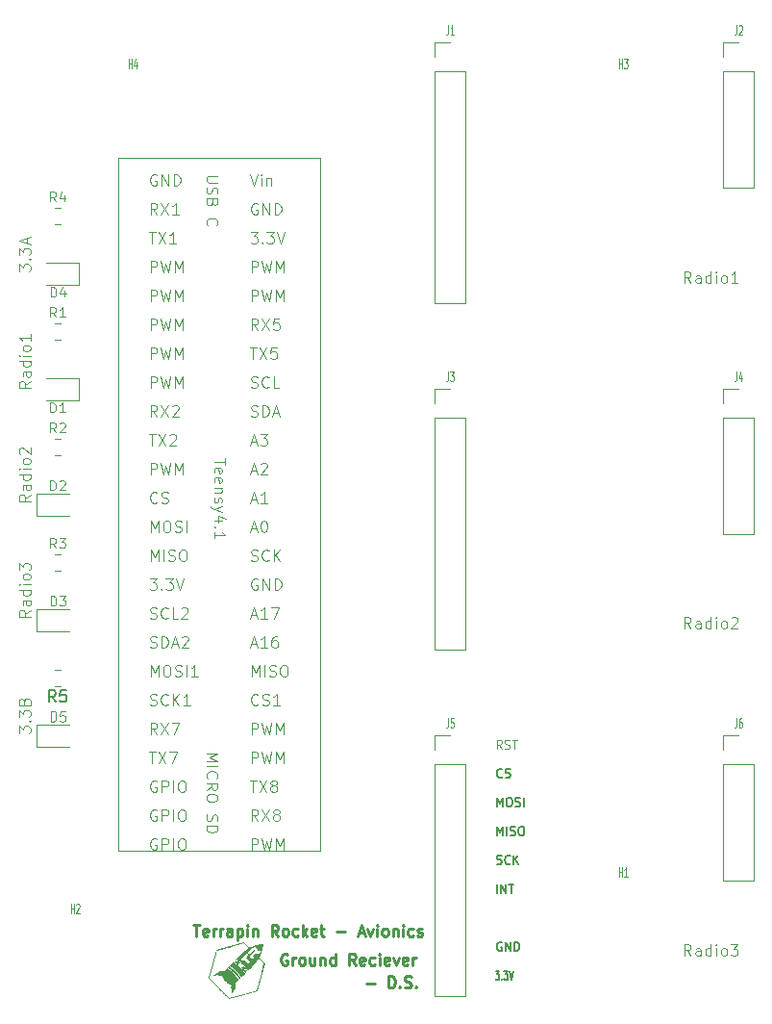
<source format=gbr>
%TF.GenerationSoftware,KiCad,Pcbnew,7.0.7*%
%TF.CreationDate,2024-03-24T00:47:58-04:00*%
%TF.ProjectId,Ground Reciever,47726f75-6e64-4205-9265-636965766572,rev?*%
%TF.SameCoordinates,Original*%
%TF.FileFunction,Legend,Top*%
%TF.FilePolarity,Positive*%
%FSLAX46Y46*%
G04 Gerber Fmt 4.6, Leading zero omitted, Abs format (unit mm)*
G04 Created by KiCad (PCBNEW 7.0.7) date 2024-03-24 00:47:58*
%MOMM*%
%LPD*%
G01*
G04 APERTURE LIST*
%ADD10C,0.100000*%
%ADD11C,0.184500*%
%ADD12C,0.248000*%
%ADD13C,0.121000*%
%ADD14C,0.130500*%
%ADD15C,0.123000*%
%ADD16C,0.150000*%
%ADD17C,0.087000*%
%ADD18C,0.120000*%
G04 APERTURE END LIST*
D10*
X173600877Y-133662419D02*
X173267544Y-133186228D01*
X173029449Y-133662419D02*
X173029449Y-132662419D01*
X173029449Y-132662419D02*
X173410401Y-132662419D01*
X173410401Y-132662419D02*
X173505639Y-132710038D01*
X173505639Y-132710038D02*
X173553258Y-132757657D01*
X173553258Y-132757657D02*
X173600877Y-132852895D01*
X173600877Y-132852895D02*
X173600877Y-132995752D01*
X173600877Y-132995752D02*
X173553258Y-133090990D01*
X173553258Y-133090990D02*
X173505639Y-133138609D01*
X173505639Y-133138609D02*
X173410401Y-133186228D01*
X173410401Y-133186228D02*
X173029449Y-133186228D01*
X174458020Y-133662419D02*
X174458020Y-133138609D01*
X174458020Y-133138609D02*
X174410401Y-133043371D01*
X174410401Y-133043371D02*
X174315163Y-132995752D01*
X174315163Y-132995752D02*
X174124687Y-132995752D01*
X174124687Y-132995752D02*
X174029449Y-133043371D01*
X174458020Y-133614800D02*
X174362782Y-133662419D01*
X174362782Y-133662419D02*
X174124687Y-133662419D01*
X174124687Y-133662419D02*
X174029449Y-133614800D01*
X174029449Y-133614800D02*
X173981830Y-133519561D01*
X173981830Y-133519561D02*
X173981830Y-133424323D01*
X173981830Y-133424323D02*
X174029449Y-133329085D01*
X174029449Y-133329085D02*
X174124687Y-133281466D01*
X174124687Y-133281466D02*
X174362782Y-133281466D01*
X174362782Y-133281466D02*
X174458020Y-133233847D01*
X175362782Y-133662419D02*
X175362782Y-132662419D01*
X175362782Y-133614800D02*
X175267544Y-133662419D01*
X175267544Y-133662419D02*
X175077068Y-133662419D01*
X175077068Y-133662419D02*
X174981830Y-133614800D01*
X174981830Y-133614800D02*
X174934211Y-133567180D01*
X174934211Y-133567180D02*
X174886592Y-133471942D01*
X174886592Y-133471942D02*
X174886592Y-133186228D01*
X174886592Y-133186228D02*
X174934211Y-133090990D01*
X174934211Y-133090990D02*
X174981830Y-133043371D01*
X174981830Y-133043371D02*
X175077068Y-132995752D01*
X175077068Y-132995752D02*
X175267544Y-132995752D01*
X175267544Y-132995752D02*
X175362782Y-133043371D01*
X175838973Y-133662419D02*
X175838973Y-132995752D01*
X175838973Y-132662419D02*
X175791354Y-132710038D01*
X175791354Y-132710038D02*
X175838973Y-132757657D01*
X175838973Y-132757657D02*
X175886592Y-132710038D01*
X175886592Y-132710038D02*
X175838973Y-132662419D01*
X175838973Y-132662419D02*
X175838973Y-132757657D01*
X176458020Y-133662419D02*
X176362782Y-133614800D01*
X176362782Y-133614800D02*
X176315163Y-133567180D01*
X176315163Y-133567180D02*
X176267544Y-133471942D01*
X176267544Y-133471942D02*
X176267544Y-133186228D01*
X176267544Y-133186228D02*
X176315163Y-133090990D01*
X176315163Y-133090990D02*
X176362782Y-133043371D01*
X176362782Y-133043371D02*
X176458020Y-132995752D01*
X176458020Y-132995752D02*
X176600877Y-132995752D01*
X176600877Y-132995752D02*
X176696115Y-133043371D01*
X176696115Y-133043371D02*
X176743734Y-133090990D01*
X176743734Y-133090990D02*
X176791353Y-133186228D01*
X176791353Y-133186228D02*
X176791353Y-133471942D01*
X176791353Y-133471942D02*
X176743734Y-133567180D01*
X176743734Y-133567180D02*
X176696115Y-133614800D01*
X176696115Y-133614800D02*
X176600877Y-133662419D01*
X176600877Y-133662419D02*
X176458020Y-133662419D01*
X177124687Y-132662419D02*
X177743734Y-132662419D01*
X177743734Y-132662419D02*
X177410401Y-133043371D01*
X177410401Y-133043371D02*
X177553258Y-133043371D01*
X177553258Y-133043371D02*
X177648496Y-133090990D01*
X177648496Y-133090990D02*
X177696115Y-133138609D01*
X177696115Y-133138609D02*
X177743734Y-133233847D01*
X177743734Y-133233847D02*
X177743734Y-133471942D01*
X177743734Y-133471942D02*
X177696115Y-133567180D01*
X177696115Y-133567180D02*
X177648496Y-133614800D01*
X177648496Y-133614800D02*
X177553258Y-133662419D01*
X177553258Y-133662419D02*
X177267544Y-133662419D01*
X177267544Y-133662419D02*
X177172306Y-133614800D01*
X177172306Y-133614800D02*
X177124687Y-133567180D01*
X173600877Y-104872419D02*
X173267544Y-104396228D01*
X173029449Y-104872419D02*
X173029449Y-103872419D01*
X173029449Y-103872419D02*
X173410401Y-103872419D01*
X173410401Y-103872419D02*
X173505639Y-103920038D01*
X173505639Y-103920038D02*
X173553258Y-103967657D01*
X173553258Y-103967657D02*
X173600877Y-104062895D01*
X173600877Y-104062895D02*
X173600877Y-104205752D01*
X173600877Y-104205752D02*
X173553258Y-104300990D01*
X173553258Y-104300990D02*
X173505639Y-104348609D01*
X173505639Y-104348609D02*
X173410401Y-104396228D01*
X173410401Y-104396228D02*
X173029449Y-104396228D01*
X174458020Y-104872419D02*
X174458020Y-104348609D01*
X174458020Y-104348609D02*
X174410401Y-104253371D01*
X174410401Y-104253371D02*
X174315163Y-104205752D01*
X174315163Y-104205752D02*
X174124687Y-104205752D01*
X174124687Y-104205752D02*
X174029449Y-104253371D01*
X174458020Y-104824800D02*
X174362782Y-104872419D01*
X174362782Y-104872419D02*
X174124687Y-104872419D01*
X174124687Y-104872419D02*
X174029449Y-104824800D01*
X174029449Y-104824800D02*
X173981830Y-104729561D01*
X173981830Y-104729561D02*
X173981830Y-104634323D01*
X173981830Y-104634323D02*
X174029449Y-104539085D01*
X174029449Y-104539085D02*
X174124687Y-104491466D01*
X174124687Y-104491466D02*
X174362782Y-104491466D01*
X174362782Y-104491466D02*
X174458020Y-104443847D01*
X175362782Y-104872419D02*
X175362782Y-103872419D01*
X175362782Y-104824800D02*
X175267544Y-104872419D01*
X175267544Y-104872419D02*
X175077068Y-104872419D01*
X175077068Y-104872419D02*
X174981830Y-104824800D01*
X174981830Y-104824800D02*
X174934211Y-104777180D01*
X174934211Y-104777180D02*
X174886592Y-104681942D01*
X174886592Y-104681942D02*
X174886592Y-104396228D01*
X174886592Y-104396228D02*
X174934211Y-104300990D01*
X174934211Y-104300990D02*
X174981830Y-104253371D01*
X174981830Y-104253371D02*
X175077068Y-104205752D01*
X175077068Y-104205752D02*
X175267544Y-104205752D01*
X175267544Y-104205752D02*
X175362782Y-104253371D01*
X175838973Y-104872419D02*
X175838973Y-104205752D01*
X175838973Y-103872419D02*
X175791354Y-103920038D01*
X175791354Y-103920038D02*
X175838973Y-103967657D01*
X175838973Y-103967657D02*
X175886592Y-103920038D01*
X175886592Y-103920038D02*
X175838973Y-103872419D01*
X175838973Y-103872419D02*
X175838973Y-103967657D01*
X176458020Y-104872419D02*
X176362782Y-104824800D01*
X176362782Y-104824800D02*
X176315163Y-104777180D01*
X176315163Y-104777180D02*
X176267544Y-104681942D01*
X176267544Y-104681942D02*
X176267544Y-104396228D01*
X176267544Y-104396228D02*
X176315163Y-104300990D01*
X176315163Y-104300990D02*
X176362782Y-104253371D01*
X176362782Y-104253371D02*
X176458020Y-104205752D01*
X176458020Y-104205752D02*
X176600877Y-104205752D01*
X176600877Y-104205752D02*
X176696115Y-104253371D01*
X176696115Y-104253371D02*
X176743734Y-104300990D01*
X176743734Y-104300990D02*
X176791353Y-104396228D01*
X176791353Y-104396228D02*
X176791353Y-104681942D01*
X176791353Y-104681942D02*
X176743734Y-104777180D01*
X176743734Y-104777180D02*
X176696115Y-104824800D01*
X176696115Y-104824800D02*
X176600877Y-104872419D01*
X176600877Y-104872419D02*
X176458020Y-104872419D01*
X177172306Y-103967657D02*
X177219925Y-103920038D01*
X177219925Y-103920038D02*
X177315163Y-103872419D01*
X177315163Y-103872419D02*
X177553258Y-103872419D01*
X177553258Y-103872419D02*
X177648496Y-103920038D01*
X177648496Y-103920038D02*
X177696115Y-103967657D01*
X177696115Y-103967657D02*
X177743734Y-104062895D01*
X177743734Y-104062895D02*
X177743734Y-104158133D01*
X177743734Y-104158133D02*
X177696115Y-104300990D01*
X177696115Y-104300990D02*
X177124687Y-104872419D01*
X177124687Y-104872419D02*
X177743734Y-104872419D01*
X173600877Y-74472419D02*
X173267544Y-73996228D01*
X173029449Y-74472419D02*
X173029449Y-73472419D01*
X173029449Y-73472419D02*
X173410401Y-73472419D01*
X173410401Y-73472419D02*
X173505639Y-73520038D01*
X173505639Y-73520038D02*
X173553258Y-73567657D01*
X173553258Y-73567657D02*
X173600877Y-73662895D01*
X173600877Y-73662895D02*
X173600877Y-73805752D01*
X173600877Y-73805752D02*
X173553258Y-73900990D01*
X173553258Y-73900990D02*
X173505639Y-73948609D01*
X173505639Y-73948609D02*
X173410401Y-73996228D01*
X173410401Y-73996228D02*
X173029449Y-73996228D01*
X174458020Y-74472419D02*
X174458020Y-73948609D01*
X174458020Y-73948609D02*
X174410401Y-73853371D01*
X174410401Y-73853371D02*
X174315163Y-73805752D01*
X174315163Y-73805752D02*
X174124687Y-73805752D01*
X174124687Y-73805752D02*
X174029449Y-73853371D01*
X174458020Y-74424800D02*
X174362782Y-74472419D01*
X174362782Y-74472419D02*
X174124687Y-74472419D01*
X174124687Y-74472419D02*
X174029449Y-74424800D01*
X174029449Y-74424800D02*
X173981830Y-74329561D01*
X173981830Y-74329561D02*
X173981830Y-74234323D01*
X173981830Y-74234323D02*
X174029449Y-74139085D01*
X174029449Y-74139085D02*
X174124687Y-74091466D01*
X174124687Y-74091466D02*
X174362782Y-74091466D01*
X174362782Y-74091466D02*
X174458020Y-74043847D01*
X175362782Y-74472419D02*
X175362782Y-73472419D01*
X175362782Y-74424800D02*
X175267544Y-74472419D01*
X175267544Y-74472419D02*
X175077068Y-74472419D01*
X175077068Y-74472419D02*
X174981830Y-74424800D01*
X174981830Y-74424800D02*
X174934211Y-74377180D01*
X174934211Y-74377180D02*
X174886592Y-74281942D01*
X174886592Y-74281942D02*
X174886592Y-73996228D01*
X174886592Y-73996228D02*
X174934211Y-73900990D01*
X174934211Y-73900990D02*
X174981830Y-73853371D01*
X174981830Y-73853371D02*
X175077068Y-73805752D01*
X175077068Y-73805752D02*
X175267544Y-73805752D01*
X175267544Y-73805752D02*
X175362782Y-73853371D01*
X175838973Y-74472419D02*
X175838973Y-73805752D01*
X175838973Y-73472419D02*
X175791354Y-73520038D01*
X175791354Y-73520038D02*
X175838973Y-73567657D01*
X175838973Y-73567657D02*
X175886592Y-73520038D01*
X175886592Y-73520038D02*
X175838973Y-73472419D01*
X175838973Y-73472419D02*
X175838973Y-73567657D01*
X176458020Y-74472419D02*
X176362782Y-74424800D01*
X176362782Y-74424800D02*
X176315163Y-74377180D01*
X176315163Y-74377180D02*
X176267544Y-74281942D01*
X176267544Y-74281942D02*
X176267544Y-73996228D01*
X176267544Y-73996228D02*
X176315163Y-73900990D01*
X176315163Y-73900990D02*
X176362782Y-73853371D01*
X176362782Y-73853371D02*
X176458020Y-73805752D01*
X176458020Y-73805752D02*
X176600877Y-73805752D01*
X176600877Y-73805752D02*
X176696115Y-73853371D01*
X176696115Y-73853371D02*
X176743734Y-73900990D01*
X176743734Y-73900990D02*
X176791353Y-73996228D01*
X176791353Y-73996228D02*
X176791353Y-74281942D01*
X176791353Y-74281942D02*
X176743734Y-74377180D01*
X176743734Y-74377180D02*
X176696115Y-74424800D01*
X176696115Y-74424800D02*
X176600877Y-74472419D01*
X176600877Y-74472419D02*
X176458020Y-74472419D01*
X177743734Y-74472419D02*
X177172306Y-74472419D01*
X177458020Y-74472419D02*
X177458020Y-73472419D01*
X177458020Y-73472419D02*
X177362782Y-73615276D01*
X177362782Y-73615276D02*
X177267544Y-73710514D01*
X177267544Y-73710514D02*
X177172306Y-73758133D01*
X115442419Y-83139122D02*
X114966228Y-83472455D01*
X115442419Y-83710550D02*
X114442419Y-83710550D01*
X114442419Y-83710550D02*
X114442419Y-83329598D01*
X114442419Y-83329598D02*
X114490038Y-83234360D01*
X114490038Y-83234360D02*
X114537657Y-83186741D01*
X114537657Y-83186741D02*
X114632895Y-83139122D01*
X114632895Y-83139122D02*
X114775752Y-83139122D01*
X114775752Y-83139122D02*
X114870990Y-83186741D01*
X114870990Y-83186741D02*
X114918609Y-83234360D01*
X114918609Y-83234360D02*
X114966228Y-83329598D01*
X114966228Y-83329598D02*
X114966228Y-83710550D01*
X115442419Y-82281979D02*
X114918609Y-82281979D01*
X114918609Y-82281979D02*
X114823371Y-82329598D01*
X114823371Y-82329598D02*
X114775752Y-82424836D01*
X114775752Y-82424836D02*
X114775752Y-82615312D01*
X114775752Y-82615312D02*
X114823371Y-82710550D01*
X115394800Y-82281979D02*
X115442419Y-82377217D01*
X115442419Y-82377217D02*
X115442419Y-82615312D01*
X115442419Y-82615312D02*
X115394800Y-82710550D01*
X115394800Y-82710550D02*
X115299561Y-82758169D01*
X115299561Y-82758169D02*
X115204323Y-82758169D01*
X115204323Y-82758169D02*
X115109085Y-82710550D01*
X115109085Y-82710550D02*
X115061466Y-82615312D01*
X115061466Y-82615312D02*
X115061466Y-82377217D01*
X115061466Y-82377217D02*
X115013847Y-82281979D01*
X115442419Y-81377217D02*
X114442419Y-81377217D01*
X115394800Y-81377217D02*
X115442419Y-81472455D01*
X115442419Y-81472455D02*
X115442419Y-81662931D01*
X115442419Y-81662931D02*
X115394800Y-81758169D01*
X115394800Y-81758169D02*
X115347180Y-81805788D01*
X115347180Y-81805788D02*
X115251942Y-81853407D01*
X115251942Y-81853407D02*
X114966228Y-81853407D01*
X114966228Y-81853407D02*
X114870990Y-81805788D01*
X114870990Y-81805788D02*
X114823371Y-81758169D01*
X114823371Y-81758169D02*
X114775752Y-81662931D01*
X114775752Y-81662931D02*
X114775752Y-81472455D01*
X114775752Y-81472455D02*
X114823371Y-81377217D01*
X115442419Y-80901026D02*
X114775752Y-80901026D01*
X114442419Y-80901026D02*
X114490038Y-80948645D01*
X114490038Y-80948645D02*
X114537657Y-80901026D01*
X114537657Y-80901026D02*
X114490038Y-80853407D01*
X114490038Y-80853407D02*
X114442419Y-80901026D01*
X114442419Y-80901026D02*
X114537657Y-80901026D01*
X115442419Y-80281979D02*
X115394800Y-80377217D01*
X115394800Y-80377217D02*
X115347180Y-80424836D01*
X115347180Y-80424836D02*
X115251942Y-80472455D01*
X115251942Y-80472455D02*
X114966228Y-80472455D01*
X114966228Y-80472455D02*
X114870990Y-80424836D01*
X114870990Y-80424836D02*
X114823371Y-80377217D01*
X114823371Y-80377217D02*
X114775752Y-80281979D01*
X114775752Y-80281979D02*
X114775752Y-80139122D01*
X114775752Y-80139122D02*
X114823371Y-80043884D01*
X114823371Y-80043884D02*
X114870990Y-79996265D01*
X114870990Y-79996265D02*
X114966228Y-79948646D01*
X114966228Y-79948646D02*
X115251942Y-79948646D01*
X115251942Y-79948646D02*
X115347180Y-79996265D01*
X115347180Y-79996265D02*
X115394800Y-80043884D01*
X115394800Y-80043884D02*
X115442419Y-80139122D01*
X115442419Y-80139122D02*
X115442419Y-80281979D01*
X115442419Y-78996265D02*
X115442419Y-79567693D01*
X115442419Y-79281979D02*
X114442419Y-79281979D01*
X114442419Y-79281979D02*
X114585276Y-79377217D01*
X114585276Y-79377217D02*
X114680514Y-79472455D01*
X114680514Y-79472455D02*
X114728133Y-79567693D01*
D11*
X156953666Y-132478984D02*
X156883381Y-132440817D01*
X156883381Y-132440817D02*
X156777952Y-132440817D01*
X156777952Y-132440817D02*
X156672523Y-132478984D01*
X156672523Y-132478984D02*
X156602238Y-132555317D01*
X156602238Y-132555317D02*
X156567095Y-132631651D01*
X156567095Y-132631651D02*
X156531952Y-132784317D01*
X156531952Y-132784317D02*
X156531952Y-132898817D01*
X156531952Y-132898817D02*
X156567095Y-133051484D01*
X156567095Y-133051484D02*
X156602238Y-133127817D01*
X156602238Y-133127817D02*
X156672523Y-133204151D01*
X156672523Y-133204151D02*
X156777952Y-133242317D01*
X156777952Y-133242317D02*
X156848238Y-133242317D01*
X156848238Y-133242317D02*
X156953666Y-133204151D01*
X156953666Y-133204151D02*
X156988809Y-133165984D01*
X156988809Y-133165984D02*
X156988809Y-132898817D01*
X156988809Y-132898817D02*
X156848238Y-132898817D01*
X157305095Y-133242317D02*
X157305095Y-132440817D01*
X157305095Y-132440817D02*
X157726809Y-133242317D01*
X157726809Y-133242317D02*
X157726809Y-132440817D01*
X158078238Y-133242317D02*
X158078238Y-132440817D01*
X158078238Y-132440817D02*
X158253952Y-132440817D01*
X158253952Y-132440817D02*
X158359381Y-132478984D01*
X158359381Y-132478984D02*
X158429666Y-132555317D01*
X158429666Y-132555317D02*
X158464809Y-132631651D01*
X158464809Y-132631651D02*
X158499952Y-132784317D01*
X158499952Y-132784317D02*
X158499952Y-132898817D01*
X158499952Y-132898817D02*
X158464809Y-133051484D01*
X158464809Y-133051484D02*
X158429666Y-133127817D01*
X158429666Y-133127817D02*
X158359381Y-133204151D01*
X158359381Y-133204151D02*
X158253952Y-133242317D01*
X158253952Y-133242317D02*
X158078238Y-133242317D01*
D12*
X138078966Y-133540940D02*
X137984490Y-133493702D01*
X137984490Y-133493702D02*
X137842776Y-133493702D01*
X137842776Y-133493702D02*
X137701061Y-133540940D01*
X137701061Y-133540940D02*
X137606585Y-133635416D01*
X137606585Y-133635416D02*
X137559347Y-133729892D01*
X137559347Y-133729892D02*
X137512109Y-133918844D01*
X137512109Y-133918844D02*
X137512109Y-134060559D01*
X137512109Y-134060559D02*
X137559347Y-134249511D01*
X137559347Y-134249511D02*
X137606585Y-134343987D01*
X137606585Y-134343987D02*
X137701061Y-134438464D01*
X137701061Y-134438464D02*
X137842776Y-134485702D01*
X137842776Y-134485702D02*
X137937252Y-134485702D01*
X137937252Y-134485702D02*
X138078966Y-134438464D01*
X138078966Y-134438464D02*
X138126204Y-134391225D01*
X138126204Y-134391225D02*
X138126204Y-134060559D01*
X138126204Y-134060559D02*
X137937252Y-134060559D01*
X138551347Y-134485702D02*
X138551347Y-133824368D01*
X138551347Y-134013321D02*
X138598585Y-133918844D01*
X138598585Y-133918844D02*
X138645823Y-133871606D01*
X138645823Y-133871606D02*
X138740299Y-133824368D01*
X138740299Y-133824368D02*
X138834776Y-133824368D01*
X139307156Y-134485702D02*
X139212680Y-134438464D01*
X139212680Y-134438464D02*
X139165442Y-134391225D01*
X139165442Y-134391225D02*
X139118204Y-134296749D01*
X139118204Y-134296749D02*
X139118204Y-134013321D01*
X139118204Y-134013321D02*
X139165442Y-133918844D01*
X139165442Y-133918844D02*
X139212680Y-133871606D01*
X139212680Y-133871606D02*
X139307156Y-133824368D01*
X139307156Y-133824368D02*
X139448871Y-133824368D01*
X139448871Y-133824368D02*
X139543347Y-133871606D01*
X139543347Y-133871606D02*
X139590585Y-133918844D01*
X139590585Y-133918844D02*
X139637823Y-134013321D01*
X139637823Y-134013321D02*
X139637823Y-134296749D01*
X139637823Y-134296749D02*
X139590585Y-134391225D01*
X139590585Y-134391225D02*
X139543347Y-134438464D01*
X139543347Y-134438464D02*
X139448871Y-134485702D01*
X139448871Y-134485702D02*
X139307156Y-134485702D01*
X140488109Y-133824368D02*
X140488109Y-134485702D01*
X140062966Y-133824368D02*
X140062966Y-134343987D01*
X140062966Y-134343987D02*
X140110204Y-134438464D01*
X140110204Y-134438464D02*
X140204680Y-134485702D01*
X140204680Y-134485702D02*
X140346395Y-134485702D01*
X140346395Y-134485702D02*
X140440871Y-134438464D01*
X140440871Y-134438464D02*
X140488109Y-134391225D01*
X140960490Y-133824368D02*
X140960490Y-134485702D01*
X140960490Y-133918844D02*
X141007728Y-133871606D01*
X141007728Y-133871606D02*
X141102204Y-133824368D01*
X141102204Y-133824368D02*
X141243919Y-133824368D01*
X141243919Y-133824368D02*
X141338395Y-133871606D01*
X141338395Y-133871606D02*
X141385633Y-133966083D01*
X141385633Y-133966083D02*
X141385633Y-134485702D01*
X142283157Y-134485702D02*
X142283157Y-133493702D01*
X142283157Y-134438464D02*
X142188681Y-134485702D01*
X142188681Y-134485702D02*
X141999728Y-134485702D01*
X141999728Y-134485702D02*
X141905252Y-134438464D01*
X141905252Y-134438464D02*
X141858014Y-134391225D01*
X141858014Y-134391225D02*
X141810776Y-134296749D01*
X141810776Y-134296749D02*
X141810776Y-134013321D01*
X141810776Y-134013321D02*
X141858014Y-133918844D01*
X141858014Y-133918844D02*
X141905252Y-133871606D01*
X141905252Y-133871606D02*
X141999728Y-133824368D01*
X141999728Y-133824368D02*
X142188681Y-133824368D01*
X142188681Y-133824368D02*
X142283157Y-133871606D01*
X144078205Y-134485702D02*
X143747538Y-134013321D01*
X143511348Y-134485702D02*
X143511348Y-133493702D01*
X143511348Y-133493702D02*
X143889253Y-133493702D01*
X143889253Y-133493702D02*
X143983729Y-133540940D01*
X143983729Y-133540940D02*
X144030967Y-133588178D01*
X144030967Y-133588178D02*
X144078205Y-133682654D01*
X144078205Y-133682654D02*
X144078205Y-133824368D01*
X144078205Y-133824368D02*
X144030967Y-133918844D01*
X144030967Y-133918844D02*
X143983729Y-133966083D01*
X143983729Y-133966083D02*
X143889253Y-134013321D01*
X143889253Y-134013321D02*
X143511348Y-134013321D01*
X144881253Y-134438464D02*
X144786777Y-134485702D01*
X144786777Y-134485702D02*
X144597824Y-134485702D01*
X144597824Y-134485702D02*
X144503348Y-134438464D01*
X144503348Y-134438464D02*
X144456110Y-134343987D01*
X144456110Y-134343987D02*
X144456110Y-133966083D01*
X144456110Y-133966083D02*
X144503348Y-133871606D01*
X144503348Y-133871606D02*
X144597824Y-133824368D01*
X144597824Y-133824368D02*
X144786777Y-133824368D01*
X144786777Y-133824368D02*
X144881253Y-133871606D01*
X144881253Y-133871606D02*
X144928491Y-133966083D01*
X144928491Y-133966083D02*
X144928491Y-134060559D01*
X144928491Y-134060559D02*
X144456110Y-134155035D01*
X145778777Y-134438464D02*
X145684301Y-134485702D01*
X145684301Y-134485702D02*
X145495348Y-134485702D01*
X145495348Y-134485702D02*
X145400872Y-134438464D01*
X145400872Y-134438464D02*
X145353634Y-134391225D01*
X145353634Y-134391225D02*
X145306396Y-134296749D01*
X145306396Y-134296749D02*
X145306396Y-134013321D01*
X145306396Y-134013321D02*
X145353634Y-133918844D01*
X145353634Y-133918844D02*
X145400872Y-133871606D01*
X145400872Y-133871606D02*
X145495348Y-133824368D01*
X145495348Y-133824368D02*
X145684301Y-133824368D01*
X145684301Y-133824368D02*
X145778777Y-133871606D01*
X146203920Y-134485702D02*
X146203920Y-133824368D01*
X146203920Y-133493702D02*
X146156682Y-133540940D01*
X146156682Y-133540940D02*
X146203920Y-133588178D01*
X146203920Y-133588178D02*
X146251158Y-133540940D01*
X146251158Y-133540940D02*
X146203920Y-133493702D01*
X146203920Y-133493702D02*
X146203920Y-133588178D01*
X147054206Y-134438464D02*
X146959730Y-134485702D01*
X146959730Y-134485702D02*
X146770777Y-134485702D01*
X146770777Y-134485702D02*
X146676301Y-134438464D01*
X146676301Y-134438464D02*
X146629063Y-134343987D01*
X146629063Y-134343987D02*
X146629063Y-133966083D01*
X146629063Y-133966083D02*
X146676301Y-133871606D01*
X146676301Y-133871606D02*
X146770777Y-133824368D01*
X146770777Y-133824368D02*
X146959730Y-133824368D01*
X146959730Y-133824368D02*
X147054206Y-133871606D01*
X147054206Y-133871606D02*
X147101444Y-133966083D01*
X147101444Y-133966083D02*
X147101444Y-134060559D01*
X147101444Y-134060559D02*
X146629063Y-134155035D01*
X147432111Y-133824368D02*
X147668301Y-134485702D01*
X147668301Y-134485702D02*
X147904492Y-133824368D01*
X148660302Y-134438464D02*
X148565826Y-134485702D01*
X148565826Y-134485702D02*
X148376873Y-134485702D01*
X148376873Y-134485702D02*
X148282397Y-134438464D01*
X148282397Y-134438464D02*
X148235159Y-134343987D01*
X148235159Y-134343987D02*
X148235159Y-133966083D01*
X148235159Y-133966083D02*
X148282397Y-133871606D01*
X148282397Y-133871606D02*
X148376873Y-133824368D01*
X148376873Y-133824368D02*
X148565826Y-133824368D01*
X148565826Y-133824368D02*
X148660302Y-133871606D01*
X148660302Y-133871606D02*
X148707540Y-133966083D01*
X148707540Y-133966083D02*
X148707540Y-134060559D01*
X148707540Y-134060559D02*
X148235159Y-134155035D01*
X149132683Y-134485702D02*
X149132683Y-133824368D01*
X149132683Y-134013321D02*
X149179921Y-133918844D01*
X149179921Y-133918844D02*
X149227159Y-133871606D01*
X149227159Y-133871606D02*
X149321635Y-133824368D01*
X149321635Y-133824368D02*
X149416112Y-133824368D01*
D11*
X156567095Y-120542317D02*
X156567095Y-119740817D01*
X156567095Y-119740817D02*
X156813095Y-120313317D01*
X156813095Y-120313317D02*
X157059095Y-119740817D01*
X157059095Y-119740817D02*
X157059095Y-120542317D01*
X157551095Y-119740817D02*
X157691667Y-119740817D01*
X157691667Y-119740817D02*
X157761952Y-119778984D01*
X157761952Y-119778984D02*
X157832238Y-119855317D01*
X157832238Y-119855317D02*
X157867381Y-120007984D01*
X157867381Y-120007984D02*
X157867381Y-120275151D01*
X157867381Y-120275151D02*
X157832238Y-120427817D01*
X157832238Y-120427817D02*
X157761952Y-120504151D01*
X157761952Y-120504151D02*
X157691667Y-120542317D01*
X157691667Y-120542317D02*
X157551095Y-120542317D01*
X157551095Y-120542317D02*
X157480810Y-120504151D01*
X157480810Y-120504151D02*
X157410524Y-120427817D01*
X157410524Y-120427817D02*
X157375381Y-120275151D01*
X157375381Y-120275151D02*
X157375381Y-120007984D01*
X157375381Y-120007984D02*
X157410524Y-119855317D01*
X157410524Y-119855317D02*
X157480810Y-119778984D01*
X157480810Y-119778984D02*
X157551095Y-119740817D01*
X158148524Y-120504151D02*
X158253953Y-120542317D01*
X158253953Y-120542317D02*
X158429667Y-120542317D01*
X158429667Y-120542317D02*
X158499953Y-120504151D01*
X158499953Y-120504151D02*
X158535095Y-120465984D01*
X158535095Y-120465984D02*
X158570238Y-120389651D01*
X158570238Y-120389651D02*
X158570238Y-120313317D01*
X158570238Y-120313317D02*
X158535095Y-120236984D01*
X158535095Y-120236984D02*
X158499953Y-120198817D01*
X158499953Y-120198817D02*
X158429667Y-120160651D01*
X158429667Y-120160651D02*
X158289095Y-120122484D01*
X158289095Y-120122484D02*
X158218810Y-120084317D01*
X158218810Y-120084317D02*
X158183667Y-120046151D01*
X158183667Y-120046151D02*
X158148524Y-119969817D01*
X158148524Y-119969817D02*
X158148524Y-119893484D01*
X158148524Y-119893484D02*
X158183667Y-119817151D01*
X158183667Y-119817151D02*
X158218810Y-119778984D01*
X158218810Y-119778984D02*
X158289095Y-119740817D01*
X158289095Y-119740817D02*
X158464810Y-119740817D01*
X158464810Y-119740817D02*
X158570238Y-119778984D01*
X158886524Y-120542317D02*
X158886524Y-119740817D01*
D12*
X144999347Y-136087797D02*
X145755157Y-136087797D01*
X146983347Y-136465702D02*
X146983347Y-135473702D01*
X146983347Y-135473702D02*
X147219537Y-135473702D01*
X147219537Y-135473702D02*
X147361252Y-135520940D01*
X147361252Y-135520940D02*
X147455728Y-135615416D01*
X147455728Y-135615416D02*
X147502966Y-135709892D01*
X147502966Y-135709892D02*
X147550204Y-135898844D01*
X147550204Y-135898844D02*
X147550204Y-136040559D01*
X147550204Y-136040559D02*
X147502966Y-136229511D01*
X147502966Y-136229511D02*
X147455728Y-136323987D01*
X147455728Y-136323987D02*
X147361252Y-136418464D01*
X147361252Y-136418464D02*
X147219537Y-136465702D01*
X147219537Y-136465702D02*
X146983347Y-136465702D01*
X147975347Y-136371225D02*
X148022585Y-136418464D01*
X148022585Y-136418464D02*
X147975347Y-136465702D01*
X147975347Y-136465702D02*
X147928109Y-136418464D01*
X147928109Y-136418464D02*
X147975347Y-136371225D01*
X147975347Y-136371225D02*
X147975347Y-136465702D01*
X148400490Y-136418464D02*
X148542204Y-136465702D01*
X148542204Y-136465702D02*
X148778395Y-136465702D01*
X148778395Y-136465702D02*
X148872871Y-136418464D01*
X148872871Y-136418464D02*
X148920109Y-136371225D01*
X148920109Y-136371225D02*
X148967347Y-136276749D01*
X148967347Y-136276749D02*
X148967347Y-136182273D01*
X148967347Y-136182273D02*
X148920109Y-136087797D01*
X148920109Y-136087797D02*
X148872871Y-136040559D01*
X148872871Y-136040559D02*
X148778395Y-135993321D01*
X148778395Y-135993321D02*
X148589442Y-135946083D01*
X148589442Y-135946083D02*
X148494966Y-135898844D01*
X148494966Y-135898844D02*
X148447728Y-135851606D01*
X148447728Y-135851606D02*
X148400490Y-135757130D01*
X148400490Y-135757130D02*
X148400490Y-135662654D01*
X148400490Y-135662654D02*
X148447728Y-135568178D01*
X148447728Y-135568178D02*
X148494966Y-135520940D01*
X148494966Y-135520940D02*
X148589442Y-135473702D01*
X148589442Y-135473702D02*
X148825633Y-135473702D01*
X148825633Y-135473702D02*
X148967347Y-135520940D01*
X149392490Y-136371225D02*
X149439728Y-136418464D01*
X149439728Y-136418464D02*
X149392490Y-136465702D01*
X149392490Y-136465702D02*
X149345252Y-136418464D01*
X149345252Y-136418464D02*
X149392490Y-136371225D01*
X149392490Y-136371225D02*
X149392490Y-136465702D01*
D10*
X115442419Y-103264687D02*
X114966228Y-103598020D01*
X115442419Y-103836115D02*
X114442419Y-103836115D01*
X114442419Y-103836115D02*
X114442419Y-103455163D01*
X114442419Y-103455163D02*
X114490038Y-103359925D01*
X114490038Y-103359925D02*
X114537657Y-103312306D01*
X114537657Y-103312306D02*
X114632895Y-103264687D01*
X114632895Y-103264687D02*
X114775752Y-103264687D01*
X114775752Y-103264687D02*
X114870990Y-103312306D01*
X114870990Y-103312306D02*
X114918609Y-103359925D01*
X114918609Y-103359925D02*
X114966228Y-103455163D01*
X114966228Y-103455163D02*
X114966228Y-103836115D01*
X115442419Y-102407544D02*
X114918609Y-102407544D01*
X114918609Y-102407544D02*
X114823371Y-102455163D01*
X114823371Y-102455163D02*
X114775752Y-102550401D01*
X114775752Y-102550401D02*
X114775752Y-102740877D01*
X114775752Y-102740877D02*
X114823371Y-102836115D01*
X115394800Y-102407544D02*
X115442419Y-102502782D01*
X115442419Y-102502782D02*
X115442419Y-102740877D01*
X115442419Y-102740877D02*
X115394800Y-102836115D01*
X115394800Y-102836115D02*
X115299561Y-102883734D01*
X115299561Y-102883734D02*
X115204323Y-102883734D01*
X115204323Y-102883734D02*
X115109085Y-102836115D01*
X115109085Y-102836115D02*
X115061466Y-102740877D01*
X115061466Y-102740877D02*
X115061466Y-102502782D01*
X115061466Y-102502782D02*
X115013847Y-102407544D01*
X115442419Y-101502782D02*
X114442419Y-101502782D01*
X115394800Y-101502782D02*
X115442419Y-101598020D01*
X115442419Y-101598020D02*
X115442419Y-101788496D01*
X115442419Y-101788496D02*
X115394800Y-101883734D01*
X115394800Y-101883734D02*
X115347180Y-101931353D01*
X115347180Y-101931353D02*
X115251942Y-101978972D01*
X115251942Y-101978972D02*
X114966228Y-101978972D01*
X114966228Y-101978972D02*
X114870990Y-101931353D01*
X114870990Y-101931353D02*
X114823371Y-101883734D01*
X114823371Y-101883734D02*
X114775752Y-101788496D01*
X114775752Y-101788496D02*
X114775752Y-101598020D01*
X114775752Y-101598020D02*
X114823371Y-101502782D01*
X115442419Y-101026591D02*
X114775752Y-101026591D01*
X114442419Y-101026591D02*
X114490038Y-101074210D01*
X114490038Y-101074210D02*
X114537657Y-101026591D01*
X114537657Y-101026591D02*
X114490038Y-100978972D01*
X114490038Y-100978972D02*
X114442419Y-101026591D01*
X114442419Y-101026591D02*
X114537657Y-101026591D01*
X115442419Y-100407544D02*
X115394800Y-100502782D01*
X115394800Y-100502782D02*
X115347180Y-100550401D01*
X115347180Y-100550401D02*
X115251942Y-100598020D01*
X115251942Y-100598020D02*
X114966228Y-100598020D01*
X114966228Y-100598020D02*
X114870990Y-100550401D01*
X114870990Y-100550401D02*
X114823371Y-100502782D01*
X114823371Y-100502782D02*
X114775752Y-100407544D01*
X114775752Y-100407544D02*
X114775752Y-100264687D01*
X114775752Y-100264687D02*
X114823371Y-100169449D01*
X114823371Y-100169449D02*
X114870990Y-100121830D01*
X114870990Y-100121830D02*
X114966228Y-100074211D01*
X114966228Y-100074211D02*
X115251942Y-100074211D01*
X115251942Y-100074211D02*
X115347180Y-100121830D01*
X115347180Y-100121830D02*
X115394800Y-100169449D01*
X115394800Y-100169449D02*
X115442419Y-100264687D01*
X115442419Y-100264687D02*
X115442419Y-100407544D01*
X114442419Y-99740877D02*
X114442419Y-99121830D01*
X114442419Y-99121830D02*
X114823371Y-99455163D01*
X114823371Y-99455163D02*
X114823371Y-99312306D01*
X114823371Y-99312306D02*
X114870990Y-99217068D01*
X114870990Y-99217068D02*
X114918609Y-99169449D01*
X114918609Y-99169449D02*
X115013847Y-99121830D01*
X115013847Y-99121830D02*
X115251942Y-99121830D01*
X115251942Y-99121830D02*
X115347180Y-99169449D01*
X115347180Y-99169449D02*
X115394800Y-99217068D01*
X115394800Y-99217068D02*
X115442419Y-99312306D01*
X115442419Y-99312306D02*
X115442419Y-99598020D01*
X115442419Y-99598020D02*
X115394800Y-99693258D01*
X115394800Y-99693258D02*
X115347180Y-99740877D01*
X114442419Y-73451353D02*
X114442419Y-72832306D01*
X114442419Y-72832306D02*
X114823371Y-73165639D01*
X114823371Y-73165639D02*
X114823371Y-73022782D01*
X114823371Y-73022782D02*
X114870990Y-72927544D01*
X114870990Y-72927544D02*
X114918609Y-72879925D01*
X114918609Y-72879925D02*
X115013847Y-72832306D01*
X115013847Y-72832306D02*
X115251942Y-72832306D01*
X115251942Y-72832306D02*
X115347180Y-72879925D01*
X115347180Y-72879925D02*
X115394800Y-72927544D01*
X115394800Y-72927544D02*
X115442419Y-73022782D01*
X115442419Y-73022782D02*
X115442419Y-73308496D01*
X115442419Y-73308496D02*
X115394800Y-73403734D01*
X115394800Y-73403734D02*
X115347180Y-73451353D01*
X115347180Y-72403734D02*
X115394800Y-72356115D01*
X115394800Y-72356115D02*
X115442419Y-72403734D01*
X115442419Y-72403734D02*
X115394800Y-72451353D01*
X115394800Y-72451353D02*
X115347180Y-72403734D01*
X115347180Y-72403734D02*
X115442419Y-72403734D01*
X114442419Y-72022782D02*
X114442419Y-71403735D01*
X114442419Y-71403735D02*
X114823371Y-71737068D01*
X114823371Y-71737068D02*
X114823371Y-71594211D01*
X114823371Y-71594211D02*
X114870990Y-71498973D01*
X114870990Y-71498973D02*
X114918609Y-71451354D01*
X114918609Y-71451354D02*
X115013847Y-71403735D01*
X115013847Y-71403735D02*
X115251942Y-71403735D01*
X115251942Y-71403735D02*
X115347180Y-71451354D01*
X115347180Y-71451354D02*
X115394800Y-71498973D01*
X115394800Y-71498973D02*
X115442419Y-71594211D01*
X115442419Y-71594211D02*
X115442419Y-71879925D01*
X115442419Y-71879925D02*
X115394800Y-71975163D01*
X115394800Y-71975163D02*
X115347180Y-72022782D01*
X115156704Y-71022782D02*
X115156704Y-70546592D01*
X115442419Y-71118020D02*
X114442419Y-70784687D01*
X114442419Y-70784687D02*
X115442419Y-70451354D01*
D11*
X156567095Y-123082317D02*
X156567095Y-122280817D01*
X156567095Y-122280817D02*
X156813095Y-122853317D01*
X156813095Y-122853317D02*
X157059095Y-122280817D01*
X157059095Y-122280817D02*
X157059095Y-123082317D01*
X157410524Y-123082317D02*
X157410524Y-122280817D01*
X157726810Y-123044151D02*
X157832239Y-123082317D01*
X157832239Y-123082317D02*
X158007953Y-123082317D01*
X158007953Y-123082317D02*
X158078239Y-123044151D01*
X158078239Y-123044151D02*
X158113381Y-123005984D01*
X158113381Y-123005984D02*
X158148524Y-122929651D01*
X158148524Y-122929651D02*
X158148524Y-122853317D01*
X158148524Y-122853317D02*
X158113381Y-122776984D01*
X158113381Y-122776984D02*
X158078239Y-122738817D01*
X158078239Y-122738817D02*
X158007953Y-122700651D01*
X158007953Y-122700651D02*
X157867381Y-122662484D01*
X157867381Y-122662484D02*
X157797096Y-122624317D01*
X157797096Y-122624317D02*
X157761953Y-122586151D01*
X157761953Y-122586151D02*
X157726810Y-122509817D01*
X157726810Y-122509817D02*
X157726810Y-122433484D01*
X157726810Y-122433484D02*
X157761953Y-122357151D01*
X157761953Y-122357151D02*
X157797096Y-122318984D01*
X157797096Y-122318984D02*
X157867381Y-122280817D01*
X157867381Y-122280817D02*
X158043096Y-122280817D01*
X158043096Y-122280817D02*
X158148524Y-122318984D01*
X158605381Y-122280817D02*
X158745953Y-122280817D01*
X158745953Y-122280817D02*
X158816238Y-122318984D01*
X158816238Y-122318984D02*
X158886524Y-122395317D01*
X158886524Y-122395317D02*
X158921667Y-122547984D01*
X158921667Y-122547984D02*
X158921667Y-122815151D01*
X158921667Y-122815151D02*
X158886524Y-122967817D01*
X158886524Y-122967817D02*
X158816238Y-123044151D01*
X158816238Y-123044151D02*
X158745953Y-123082317D01*
X158745953Y-123082317D02*
X158605381Y-123082317D01*
X158605381Y-123082317D02*
X158535096Y-123044151D01*
X158535096Y-123044151D02*
X158464810Y-122967817D01*
X158464810Y-122967817D02*
X158429667Y-122815151D01*
X158429667Y-122815151D02*
X158429667Y-122547984D01*
X158429667Y-122547984D02*
X158464810Y-122395317D01*
X158464810Y-122395317D02*
X158535096Y-122318984D01*
X158535096Y-122318984D02*
X158605381Y-122280817D01*
D10*
X115442419Y-93104687D02*
X114966228Y-93438020D01*
X115442419Y-93676115D02*
X114442419Y-93676115D01*
X114442419Y-93676115D02*
X114442419Y-93295163D01*
X114442419Y-93295163D02*
X114490038Y-93199925D01*
X114490038Y-93199925D02*
X114537657Y-93152306D01*
X114537657Y-93152306D02*
X114632895Y-93104687D01*
X114632895Y-93104687D02*
X114775752Y-93104687D01*
X114775752Y-93104687D02*
X114870990Y-93152306D01*
X114870990Y-93152306D02*
X114918609Y-93199925D01*
X114918609Y-93199925D02*
X114966228Y-93295163D01*
X114966228Y-93295163D02*
X114966228Y-93676115D01*
X115442419Y-92247544D02*
X114918609Y-92247544D01*
X114918609Y-92247544D02*
X114823371Y-92295163D01*
X114823371Y-92295163D02*
X114775752Y-92390401D01*
X114775752Y-92390401D02*
X114775752Y-92580877D01*
X114775752Y-92580877D02*
X114823371Y-92676115D01*
X115394800Y-92247544D02*
X115442419Y-92342782D01*
X115442419Y-92342782D02*
X115442419Y-92580877D01*
X115442419Y-92580877D02*
X115394800Y-92676115D01*
X115394800Y-92676115D02*
X115299561Y-92723734D01*
X115299561Y-92723734D02*
X115204323Y-92723734D01*
X115204323Y-92723734D02*
X115109085Y-92676115D01*
X115109085Y-92676115D02*
X115061466Y-92580877D01*
X115061466Y-92580877D02*
X115061466Y-92342782D01*
X115061466Y-92342782D02*
X115013847Y-92247544D01*
X115442419Y-91342782D02*
X114442419Y-91342782D01*
X115394800Y-91342782D02*
X115442419Y-91438020D01*
X115442419Y-91438020D02*
X115442419Y-91628496D01*
X115442419Y-91628496D02*
X115394800Y-91723734D01*
X115394800Y-91723734D02*
X115347180Y-91771353D01*
X115347180Y-91771353D02*
X115251942Y-91818972D01*
X115251942Y-91818972D02*
X114966228Y-91818972D01*
X114966228Y-91818972D02*
X114870990Y-91771353D01*
X114870990Y-91771353D02*
X114823371Y-91723734D01*
X114823371Y-91723734D02*
X114775752Y-91628496D01*
X114775752Y-91628496D02*
X114775752Y-91438020D01*
X114775752Y-91438020D02*
X114823371Y-91342782D01*
X115442419Y-90866591D02*
X114775752Y-90866591D01*
X114442419Y-90866591D02*
X114490038Y-90914210D01*
X114490038Y-90914210D02*
X114537657Y-90866591D01*
X114537657Y-90866591D02*
X114490038Y-90818972D01*
X114490038Y-90818972D02*
X114442419Y-90866591D01*
X114442419Y-90866591D02*
X114537657Y-90866591D01*
X115442419Y-90247544D02*
X115394800Y-90342782D01*
X115394800Y-90342782D02*
X115347180Y-90390401D01*
X115347180Y-90390401D02*
X115251942Y-90438020D01*
X115251942Y-90438020D02*
X114966228Y-90438020D01*
X114966228Y-90438020D02*
X114870990Y-90390401D01*
X114870990Y-90390401D02*
X114823371Y-90342782D01*
X114823371Y-90342782D02*
X114775752Y-90247544D01*
X114775752Y-90247544D02*
X114775752Y-90104687D01*
X114775752Y-90104687D02*
X114823371Y-90009449D01*
X114823371Y-90009449D02*
X114870990Y-89961830D01*
X114870990Y-89961830D02*
X114966228Y-89914211D01*
X114966228Y-89914211D02*
X115251942Y-89914211D01*
X115251942Y-89914211D02*
X115347180Y-89961830D01*
X115347180Y-89961830D02*
X115394800Y-90009449D01*
X115394800Y-90009449D02*
X115442419Y-90104687D01*
X115442419Y-90104687D02*
X115442419Y-90247544D01*
X114537657Y-89533258D02*
X114490038Y-89485639D01*
X114490038Y-89485639D02*
X114442419Y-89390401D01*
X114442419Y-89390401D02*
X114442419Y-89152306D01*
X114442419Y-89152306D02*
X114490038Y-89057068D01*
X114490038Y-89057068D02*
X114537657Y-89009449D01*
X114537657Y-89009449D02*
X114632895Y-88961830D01*
X114632895Y-88961830D02*
X114728133Y-88961830D01*
X114728133Y-88961830D02*
X114870990Y-89009449D01*
X114870990Y-89009449D02*
X115442419Y-89580877D01*
X115442419Y-89580877D02*
X115442419Y-88961830D01*
D13*
X156947033Y-115465631D02*
X156701033Y-115084012D01*
X156525319Y-115465631D02*
X156525319Y-114664231D01*
X156525319Y-114664231D02*
X156806462Y-114664231D01*
X156806462Y-114664231D02*
X156876747Y-114702393D01*
X156876747Y-114702393D02*
X156911890Y-114740555D01*
X156911890Y-114740555D02*
X156947033Y-114816879D01*
X156947033Y-114816879D02*
X156947033Y-114931365D01*
X156947033Y-114931365D02*
X156911890Y-115007689D01*
X156911890Y-115007689D02*
X156876747Y-115045850D01*
X156876747Y-115045850D02*
X156806462Y-115084012D01*
X156806462Y-115084012D02*
X156525319Y-115084012D01*
X157228176Y-115427470D02*
X157333605Y-115465631D01*
X157333605Y-115465631D02*
X157509319Y-115465631D01*
X157509319Y-115465631D02*
X157579605Y-115427470D01*
X157579605Y-115427470D02*
X157614747Y-115389308D01*
X157614747Y-115389308D02*
X157649890Y-115312984D01*
X157649890Y-115312984D02*
X157649890Y-115236660D01*
X157649890Y-115236660D02*
X157614747Y-115160336D01*
X157614747Y-115160336D02*
X157579605Y-115122174D01*
X157579605Y-115122174D02*
X157509319Y-115084012D01*
X157509319Y-115084012D02*
X157368747Y-115045850D01*
X157368747Y-115045850D02*
X157298462Y-115007689D01*
X157298462Y-115007689D02*
X157263319Y-114969527D01*
X157263319Y-114969527D02*
X157228176Y-114893203D01*
X157228176Y-114893203D02*
X157228176Y-114816879D01*
X157228176Y-114816879D02*
X157263319Y-114740555D01*
X157263319Y-114740555D02*
X157298462Y-114702393D01*
X157298462Y-114702393D02*
X157368747Y-114664231D01*
X157368747Y-114664231D02*
X157544462Y-114664231D01*
X157544462Y-114664231D02*
X157649890Y-114702393D01*
X157860747Y-114664231D02*
X158282462Y-114664231D01*
X158071604Y-115465631D02*
X158071604Y-114664231D01*
D11*
X156531952Y-125584151D02*
X156637381Y-125622317D01*
X156637381Y-125622317D02*
X156813095Y-125622317D01*
X156813095Y-125622317D02*
X156883381Y-125584151D01*
X156883381Y-125584151D02*
X156918523Y-125545984D01*
X156918523Y-125545984D02*
X156953666Y-125469651D01*
X156953666Y-125469651D02*
X156953666Y-125393317D01*
X156953666Y-125393317D02*
X156918523Y-125316984D01*
X156918523Y-125316984D02*
X156883381Y-125278817D01*
X156883381Y-125278817D02*
X156813095Y-125240651D01*
X156813095Y-125240651D02*
X156672523Y-125202484D01*
X156672523Y-125202484D02*
X156602238Y-125164317D01*
X156602238Y-125164317D02*
X156567095Y-125126151D01*
X156567095Y-125126151D02*
X156531952Y-125049817D01*
X156531952Y-125049817D02*
X156531952Y-124973484D01*
X156531952Y-124973484D02*
X156567095Y-124897151D01*
X156567095Y-124897151D02*
X156602238Y-124858984D01*
X156602238Y-124858984D02*
X156672523Y-124820817D01*
X156672523Y-124820817D02*
X156848238Y-124820817D01*
X156848238Y-124820817D02*
X156953666Y-124858984D01*
X157691666Y-125545984D02*
X157656523Y-125584151D01*
X157656523Y-125584151D02*
X157551095Y-125622317D01*
X157551095Y-125622317D02*
X157480809Y-125622317D01*
X157480809Y-125622317D02*
X157375380Y-125584151D01*
X157375380Y-125584151D02*
X157305095Y-125507817D01*
X157305095Y-125507817D02*
X157269952Y-125431484D01*
X157269952Y-125431484D02*
X157234809Y-125278817D01*
X157234809Y-125278817D02*
X157234809Y-125164317D01*
X157234809Y-125164317D02*
X157269952Y-125011651D01*
X157269952Y-125011651D02*
X157305095Y-124935317D01*
X157305095Y-124935317D02*
X157375380Y-124858984D01*
X157375380Y-124858984D02*
X157480809Y-124820817D01*
X157480809Y-124820817D02*
X157551095Y-124820817D01*
X157551095Y-124820817D02*
X157656523Y-124858984D01*
X157656523Y-124858984D02*
X157691666Y-124897151D01*
X158007952Y-125622317D02*
X158007952Y-124820817D01*
X158429666Y-125622317D02*
X158113380Y-125164317D01*
X158429666Y-124820817D02*
X158007952Y-125278817D01*
D12*
X129797633Y-130953702D02*
X130364490Y-130953702D01*
X130081061Y-131945702D02*
X130081061Y-130953702D01*
X131073062Y-131898464D02*
X130978586Y-131945702D01*
X130978586Y-131945702D02*
X130789633Y-131945702D01*
X130789633Y-131945702D02*
X130695157Y-131898464D01*
X130695157Y-131898464D02*
X130647919Y-131803987D01*
X130647919Y-131803987D02*
X130647919Y-131426083D01*
X130647919Y-131426083D02*
X130695157Y-131331606D01*
X130695157Y-131331606D02*
X130789633Y-131284368D01*
X130789633Y-131284368D02*
X130978586Y-131284368D01*
X130978586Y-131284368D02*
X131073062Y-131331606D01*
X131073062Y-131331606D02*
X131120300Y-131426083D01*
X131120300Y-131426083D02*
X131120300Y-131520559D01*
X131120300Y-131520559D02*
X130647919Y-131615035D01*
X131545443Y-131945702D02*
X131545443Y-131284368D01*
X131545443Y-131473321D02*
X131592681Y-131378844D01*
X131592681Y-131378844D02*
X131639919Y-131331606D01*
X131639919Y-131331606D02*
X131734395Y-131284368D01*
X131734395Y-131284368D02*
X131828872Y-131284368D01*
X132159538Y-131945702D02*
X132159538Y-131284368D01*
X132159538Y-131473321D02*
X132206776Y-131378844D01*
X132206776Y-131378844D02*
X132254014Y-131331606D01*
X132254014Y-131331606D02*
X132348490Y-131284368D01*
X132348490Y-131284368D02*
X132442967Y-131284368D01*
X133198776Y-131945702D02*
X133198776Y-131426083D01*
X133198776Y-131426083D02*
X133151538Y-131331606D01*
X133151538Y-131331606D02*
X133057062Y-131284368D01*
X133057062Y-131284368D02*
X132868109Y-131284368D01*
X132868109Y-131284368D02*
X132773633Y-131331606D01*
X133198776Y-131898464D02*
X133104300Y-131945702D01*
X133104300Y-131945702D02*
X132868109Y-131945702D01*
X132868109Y-131945702D02*
X132773633Y-131898464D01*
X132773633Y-131898464D02*
X132726395Y-131803987D01*
X132726395Y-131803987D02*
X132726395Y-131709511D01*
X132726395Y-131709511D02*
X132773633Y-131615035D01*
X132773633Y-131615035D02*
X132868109Y-131567797D01*
X132868109Y-131567797D02*
X133104300Y-131567797D01*
X133104300Y-131567797D02*
X133198776Y-131520559D01*
X133671157Y-131284368D02*
X133671157Y-132276368D01*
X133671157Y-131331606D02*
X133765633Y-131284368D01*
X133765633Y-131284368D02*
X133954586Y-131284368D01*
X133954586Y-131284368D02*
X134049062Y-131331606D01*
X134049062Y-131331606D02*
X134096300Y-131378844D01*
X134096300Y-131378844D02*
X134143538Y-131473321D01*
X134143538Y-131473321D02*
X134143538Y-131756749D01*
X134143538Y-131756749D02*
X134096300Y-131851225D01*
X134096300Y-131851225D02*
X134049062Y-131898464D01*
X134049062Y-131898464D02*
X133954586Y-131945702D01*
X133954586Y-131945702D02*
X133765633Y-131945702D01*
X133765633Y-131945702D02*
X133671157Y-131898464D01*
X134568681Y-131945702D02*
X134568681Y-131284368D01*
X134568681Y-130953702D02*
X134521443Y-131000940D01*
X134521443Y-131000940D02*
X134568681Y-131048178D01*
X134568681Y-131048178D02*
X134615919Y-131000940D01*
X134615919Y-131000940D02*
X134568681Y-130953702D01*
X134568681Y-130953702D02*
X134568681Y-131048178D01*
X135041062Y-131284368D02*
X135041062Y-131945702D01*
X135041062Y-131378844D02*
X135088300Y-131331606D01*
X135088300Y-131331606D02*
X135182776Y-131284368D01*
X135182776Y-131284368D02*
X135324491Y-131284368D01*
X135324491Y-131284368D02*
X135418967Y-131331606D01*
X135418967Y-131331606D02*
X135466205Y-131426083D01*
X135466205Y-131426083D02*
X135466205Y-131945702D01*
X137261253Y-131945702D02*
X136930586Y-131473321D01*
X136694396Y-131945702D02*
X136694396Y-130953702D01*
X136694396Y-130953702D02*
X137072301Y-130953702D01*
X137072301Y-130953702D02*
X137166777Y-131000940D01*
X137166777Y-131000940D02*
X137214015Y-131048178D01*
X137214015Y-131048178D02*
X137261253Y-131142654D01*
X137261253Y-131142654D02*
X137261253Y-131284368D01*
X137261253Y-131284368D02*
X137214015Y-131378844D01*
X137214015Y-131378844D02*
X137166777Y-131426083D01*
X137166777Y-131426083D02*
X137072301Y-131473321D01*
X137072301Y-131473321D02*
X136694396Y-131473321D01*
X137828110Y-131945702D02*
X137733634Y-131898464D01*
X137733634Y-131898464D02*
X137686396Y-131851225D01*
X137686396Y-131851225D02*
X137639158Y-131756749D01*
X137639158Y-131756749D02*
X137639158Y-131473321D01*
X137639158Y-131473321D02*
X137686396Y-131378844D01*
X137686396Y-131378844D02*
X137733634Y-131331606D01*
X137733634Y-131331606D02*
X137828110Y-131284368D01*
X137828110Y-131284368D02*
X137969825Y-131284368D01*
X137969825Y-131284368D02*
X138064301Y-131331606D01*
X138064301Y-131331606D02*
X138111539Y-131378844D01*
X138111539Y-131378844D02*
X138158777Y-131473321D01*
X138158777Y-131473321D02*
X138158777Y-131756749D01*
X138158777Y-131756749D02*
X138111539Y-131851225D01*
X138111539Y-131851225D02*
X138064301Y-131898464D01*
X138064301Y-131898464D02*
X137969825Y-131945702D01*
X137969825Y-131945702D02*
X137828110Y-131945702D01*
X139009063Y-131898464D02*
X138914587Y-131945702D01*
X138914587Y-131945702D02*
X138725634Y-131945702D01*
X138725634Y-131945702D02*
X138631158Y-131898464D01*
X138631158Y-131898464D02*
X138583920Y-131851225D01*
X138583920Y-131851225D02*
X138536682Y-131756749D01*
X138536682Y-131756749D02*
X138536682Y-131473321D01*
X138536682Y-131473321D02*
X138583920Y-131378844D01*
X138583920Y-131378844D02*
X138631158Y-131331606D01*
X138631158Y-131331606D02*
X138725634Y-131284368D01*
X138725634Y-131284368D02*
X138914587Y-131284368D01*
X138914587Y-131284368D02*
X139009063Y-131331606D01*
X139434206Y-131945702D02*
X139434206Y-130953702D01*
X139528682Y-131567797D02*
X139812111Y-131945702D01*
X139812111Y-131284368D02*
X139434206Y-131662273D01*
X140615159Y-131898464D02*
X140520683Y-131945702D01*
X140520683Y-131945702D02*
X140331730Y-131945702D01*
X140331730Y-131945702D02*
X140237254Y-131898464D01*
X140237254Y-131898464D02*
X140190016Y-131803987D01*
X140190016Y-131803987D02*
X140190016Y-131426083D01*
X140190016Y-131426083D02*
X140237254Y-131331606D01*
X140237254Y-131331606D02*
X140331730Y-131284368D01*
X140331730Y-131284368D02*
X140520683Y-131284368D01*
X140520683Y-131284368D02*
X140615159Y-131331606D01*
X140615159Y-131331606D02*
X140662397Y-131426083D01*
X140662397Y-131426083D02*
X140662397Y-131520559D01*
X140662397Y-131520559D02*
X140190016Y-131615035D01*
X140945826Y-131284368D02*
X141323730Y-131284368D01*
X141087540Y-130953702D02*
X141087540Y-131803987D01*
X141087540Y-131803987D02*
X141134778Y-131898464D01*
X141134778Y-131898464D02*
X141229254Y-131945702D01*
X141229254Y-131945702D02*
X141323730Y-131945702D01*
X142410207Y-131567797D02*
X143166017Y-131567797D01*
X144346969Y-131662273D02*
X144819350Y-131662273D01*
X144252493Y-131945702D02*
X144583159Y-130953702D01*
X144583159Y-130953702D02*
X144913826Y-131945702D01*
X145150017Y-131284368D02*
X145386207Y-131945702D01*
X145386207Y-131945702D02*
X145622398Y-131284368D01*
X146000303Y-131945702D02*
X146000303Y-131284368D01*
X146000303Y-130953702D02*
X145953065Y-131000940D01*
X145953065Y-131000940D02*
X146000303Y-131048178D01*
X146000303Y-131048178D02*
X146047541Y-131000940D01*
X146047541Y-131000940D02*
X146000303Y-130953702D01*
X146000303Y-130953702D02*
X146000303Y-131048178D01*
X146614398Y-131945702D02*
X146519922Y-131898464D01*
X146519922Y-131898464D02*
X146472684Y-131851225D01*
X146472684Y-131851225D02*
X146425446Y-131756749D01*
X146425446Y-131756749D02*
X146425446Y-131473321D01*
X146425446Y-131473321D02*
X146472684Y-131378844D01*
X146472684Y-131378844D02*
X146519922Y-131331606D01*
X146519922Y-131331606D02*
X146614398Y-131284368D01*
X146614398Y-131284368D02*
X146756113Y-131284368D01*
X146756113Y-131284368D02*
X146850589Y-131331606D01*
X146850589Y-131331606D02*
X146897827Y-131378844D01*
X146897827Y-131378844D02*
X146945065Y-131473321D01*
X146945065Y-131473321D02*
X146945065Y-131756749D01*
X146945065Y-131756749D02*
X146897827Y-131851225D01*
X146897827Y-131851225D02*
X146850589Y-131898464D01*
X146850589Y-131898464D02*
X146756113Y-131945702D01*
X146756113Y-131945702D02*
X146614398Y-131945702D01*
X147370208Y-131284368D02*
X147370208Y-131945702D01*
X147370208Y-131378844D02*
X147417446Y-131331606D01*
X147417446Y-131331606D02*
X147511922Y-131284368D01*
X147511922Y-131284368D02*
X147653637Y-131284368D01*
X147653637Y-131284368D02*
X147748113Y-131331606D01*
X147748113Y-131331606D02*
X147795351Y-131426083D01*
X147795351Y-131426083D02*
X147795351Y-131945702D01*
X148267732Y-131945702D02*
X148267732Y-131284368D01*
X148267732Y-130953702D02*
X148220494Y-131000940D01*
X148220494Y-131000940D02*
X148267732Y-131048178D01*
X148267732Y-131048178D02*
X148314970Y-131000940D01*
X148314970Y-131000940D02*
X148267732Y-130953702D01*
X148267732Y-130953702D02*
X148267732Y-131048178D01*
X149165256Y-131898464D02*
X149070780Y-131945702D01*
X149070780Y-131945702D02*
X148881827Y-131945702D01*
X148881827Y-131945702D02*
X148787351Y-131898464D01*
X148787351Y-131898464D02*
X148740113Y-131851225D01*
X148740113Y-131851225D02*
X148692875Y-131756749D01*
X148692875Y-131756749D02*
X148692875Y-131473321D01*
X148692875Y-131473321D02*
X148740113Y-131378844D01*
X148740113Y-131378844D02*
X148787351Y-131331606D01*
X148787351Y-131331606D02*
X148881827Y-131284368D01*
X148881827Y-131284368D02*
X149070780Y-131284368D01*
X149070780Y-131284368D02*
X149165256Y-131331606D01*
X149543161Y-131898464D02*
X149637637Y-131945702D01*
X149637637Y-131945702D02*
X149826589Y-131945702D01*
X149826589Y-131945702D02*
X149921066Y-131898464D01*
X149921066Y-131898464D02*
X149968304Y-131803987D01*
X149968304Y-131803987D02*
X149968304Y-131756749D01*
X149968304Y-131756749D02*
X149921066Y-131662273D01*
X149921066Y-131662273D02*
X149826589Y-131615035D01*
X149826589Y-131615035D02*
X149684875Y-131615035D01*
X149684875Y-131615035D02*
X149590399Y-131567797D01*
X149590399Y-131567797D02*
X149543161Y-131473321D01*
X149543161Y-131473321D02*
X149543161Y-131426083D01*
X149543161Y-131426083D02*
X149590399Y-131331606D01*
X149590399Y-131331606D02*
X149684875Y-131284368D01*
X149684875Y-131284368D02*
X149826589Y-131284368D01*
X149826589Y-131284368D02*
X149921066Y-131331606D01*
D14*
X156430426Y-134983625D02*
X156753569Y-134983625D01*
X156753569Y-134983625D02*
X156579569Y-135288959D01*
X156579569Y-135288959D02*
X156654140Y-135288959D01*
X156654140Y-135288959D02*
X156703855Y-135327125D01*
X156703855Y-135327125D02*
X156728712Y-135365292D01*
X156728712Y-135365292D02*
X156753569Y-135441625D01*
X156753569Y-135441625D02*
X156753569Y-135632459D01*
X156753569Y-135632459D02*
X156728712Y-135708792D01*
X156728712Y-135708792D02*
X156703855Y-135746959D01*
X156703855Y-135746959D02*
X156654140Y-135785125D01*
X156654140Y-135785125D02*
X156504997Y-135785125D01*
X156504997Y-135785125D02*
X156455283Y-135746959D01*
X156455283Y-135746959D02*
X156430426Y-135708792D01*
X156977283Y-135708792D02*
X157002140Y-135746959D01*
X157002140Y-135746959D02*
X156977283Y-135785125D01*
X156977283Y-135785125D02*
X156952426Y-135746959D01*
X156952426Y-135746959D02*
X156977283Y-135708792D01*
X156977283Y-135708792D02*
X156977283Y-135785125D01*
X157176140Y-134983625D02*
X157499283Y-134983625D01*
X157499283Y-134983625D02*
X157325283Y-135288959D01*
X157325283Y-135288959D02*
X157399854Y-135288959D01*
X157399854Y-135288959D02*
X157449569Y-135327125D01*
X157449569Y-135327125D02*
X157474426Y-135365292D01*
X157474426Y-135365292D02*
X157499283Y-135441625D01*
X157499283Y-135441625D02*
X157499283Y-135632459D01*
X157499283Y-135632459D02*
X157474426Y-135708792D01*
X157474426Y-135708792D02*
X157449569Y-135746959D01*
X157449569Y-135746959D02*
X157399854Y-135785125D01*
X157399854Y-135785125D02*
X157250711Y-135785125D01*
X157250711Y-135785125D02*
X157200997Y-135746959D01*
X157200997Y-135746959D02*
X157176140Y-135708792D01*
X157648426Y-134983625D02*
X157822426Y-135785125D01*
X157822426Y-135785125D02*
X157996426Y-134983625D01*
D10*
X114442419Y-114091353D02*
X114442419Y-113472306D01*
X114442419Y-113472306D02*
X114823371Y-113805639D01*
X114823371Y-113805639D02*
X114823371Y-113662782D01*
X114823371Y-113662782D02*
X114870990Y-113567544D01*
X114870990Y-113567544D02*
X114918609Y-113519925D01*
X114918609Y-113519925D02*
X115013847Y-113472306D01*
X115013847Y-113472306D02*
X115251942Y-113472306D01*
X115251942Y-113472306D02*
X115347180Y-113519925D01*
X115347180Y-113519925D02*
X115394800Y-113567544D01*
X115394800Y-113567544D02*
X115442419Y-113662782D01*
X115442419Y-113662782D02*
X115442419Y-113948496D01*
X115442419Y-113948496D02*
X115394800Y-114043734D01*
X115394800Y-114043734D02*
X115347180Y-114091353D01*
X115347180Y-113043734D02*
X115394800Y-112996115D01*
X115394800Y-112996115D02*
X115442419Y-113043734D01*
X115442419Y-113043734D02*
X115394800Y-113091353D01*
X115394800Y-113091353D02*
X115347180Y-113043734D01*
X115347180Y-113043734D02*
X115442419Y-113043734D01*
X114442419Y-112662782D02*
X114442419Y-112043735D01*
X114442419Y-112043735D02*
X114823371Y-112377068D01*
X114823371Y-112377068D02*
X114823371Y-112234211D01*
X114823371Y-112234211D02*
X114870990Y-112138973D01*
X114870990Y-112138973D02*
X114918609Y-112091354D01*
X114918609Y-112091354D02*
X115013847Y-112043735D01*
X115013847Y-112043735D02*
X115251942Y-112043735D01*
X115251942Y-112043735D02*
X115347180Y-112091354D01*
X115347180Y-112091354D02*
X115394800Y-112138973D01*
X115394800Y-112138973D02*
X115442419Y-112234211D01*
X115442419Y-112234211D02*
X115442419Y-112519925D01*
X115442419Y-112519925D02*
X115394800Y-112615163D01*
X115394800Y-112615163D02*
X115347180Y-112662782D01*
X114918609Y-111281830D02*
X114966228Y-111138973D01*
X114966228Y-111138973D02*
X115013847Y-111091354D01*
X115013847Y-111091354D02*
X115109085Y-111043735D01*
X115109085Y-111043735D02*
X115251942Y-111043735D01*
X115251942Y-111043735D02*
X115347180Y-111091354D01*
X115347180Y-111091354D02*
X115394800Y-111138973D01*
X115394800Y-111138973D02*
X115442419Y-111234211D01*
X115442419Y-111234211D02*
X115442419Y-111615163D01*
X115442419Y-111615163D02*
X114442419Y-111615163D01*
X114442419Y-111615163D02*
X114442419Y-111281830D01*
X114442419Y-111281830D02*
X114490038Y-111186592D01*
X114490038Y-111186592D02*
X114537657Y-111138973D01*
X114537657Y-111138973D02*
X114632895Y-111091354D01*
X114632895Y-111091354D02*
X114728133Y-111091354D01*
X114728133Y-111091354D02*
X114823371Y-111138973D01*
X114823371Y-111138973D02*
X114870990Y-111186592D01*
X114870990Y-111186592D02*
X114918609Y-111281830D01*
X114918609Y-111281830D02*
X114918609Y-111615163D01*
D11*
X156567095Y-128162317D02*
X156567095Y-127360817D01*
X156918524Y-128162317D02*
X156918524Y-127360817D01*
X156918524Y-127360817D02*
X157340238Y-128162317D01*
X157340238Y-128162317D02*
X157340238Y-127360817D01*
X157586238Y-127360817D02*
X158007953Y-127360817D01*
X157797095Y-128162317D02*
X157797095Y-127360817D01*
X156988809Y-117926259D02*
X156953666Y-117964366D01*
X156953666Y-117964366D02*
X156848238Y-118002472D01*
X156848238Y-118002472D02*
X156777952Y-118002472D01*
X156777952Y-118002472D02*
X156672523Y-117964366D01*
X156672523Y-117964366D02*
X156602238Y-117888152D01*
X156602238Y-117888152D02*
X156567095Y-117811939D01*
X156567095Y-117811939D02*
X156531952Y-117659512D01*
X156531952Y-117659512D02*
X156531952Y-117545192D01*
X156531952Y-117545192D02*
X156567095Y-117392766D01*
X156567095Y-117392766D02*
X156602238Y-117316552D01*
X156602238Y-117316552D02*
X156672523Y-117240339D01*
X156672523Y-117240339D02*
X156777952Y-117202232D01*
X156777952Y-117202232D02*
X156848238Y-117202232D01*
X156848238Y-117202232D02*
X156953666Y-117240339D01*
X156953666Y-117240339D02*
X156988809Y-117278446D01*
X157269952Y-117964366D02*
X157375381Y-118002472D01*
X157375381Y-118002472D02*
X157551095Y-118002472D01*
X157551095Y-118002472D02*
X157621381Y-117964366D01*
X157621381Y-117964366D02*
X157656523Y-117926259D01*
X157656523Y-117926259D02*
X157691666Y-117850046D01*
X157691666Y-117850046D02*
X157691666Y-117773832D01*
X157691666Y-117773832D02*
X157656523Y-117697619D01*
X157656523Y-117697619D02*
X157621381Y-117659512D01*
X157621381Y-117659512D02*
X157551095Y-117621406D01*
X157551095Y-117621406D02*
X157410523Y-117583299D01*
X157410523Y-117583299D02*
X157340238Y-117545192D01*
X157340238Y-117545192D02*
X157305095Y-117507086D01*
X157305095Y-117507086D02*
X157269952Y-117430872D01*
X157269952Y-117430872D02*
X157269952Y-117354659D01*
X157269952Y-117354659D02*
X157305095Y-117278446D01*
X157305095Y-117278446D02*
X157340238Y-117240339D01*
X157340238Y-117240339D02*
X157410523Y-117202232D01*
X157410523Y-117202232D02*
X157586238Y-117202232D01*
X157586238Y-117202232D02*
X157691666Y-117240339D01*
D15*
X152236000Y-82293606D02*
X152236000Y-82905035D01*
X152236000Y-82905035D02*
X152212571Y-83027321D01*
X152212571Y-83027321D02*
X152165714Y-83108845D01*
X152165714Y-83108845D02*
X152095428Y-83149606D01*
X152095428Y-83149606D02*
X152048571Y-83149606D01*
X152423428Y-82293606D02*
X152728000Y-82293606D01*
X152728000Y-82293606D02*
X152564000Y-82619702D01*
X152564000Y-82619702D02*
X152634285Y-82619702D01*
X152634285Y-82619702D02*
X152681143Y-82660464D01*
X152681143Y-82660464D02*
X152704571Y-82701225D01*
X152704571Y-82701225D02*
X152728000Y-82782749D01*
X152728000Y-82782749D02*
X152728000Y-82986559D01*
X152728000Y-82986559D02*
X152704571Y-83068083D01*
X152704571Y-83068083D02*
X152681143Y-83108845D01*
X152681143Y-83108845D02*
X152634285Y-83149606D01*
X152634285Y-83149606D02*
X152493714Y-83149606D01*
X152493714Y-83149606D02*
X152446857Y-83108845D01*
X152446857Y-83108845D02*
X152423428Y-83068083D01*
X117697333Y-87639606D02*
X117412000Y-87231987D01*
X117208190Y-87639606D02*
X117208190Y-86783606D01*
X117208190Y-86783606D02*
X117534285Y-86783606D01*
X117534285Y-86783606D02*
X117615809Y-86824368D01*
X117615809Y-86824368D02*
X117656571Y-86865130D01*
X117656571Y-86865130D02*
X117697333Y-86946654D01*
X117697333Y-86946654D02*
X117697333Y-87068940D01*
X117697333Y-87068940D02*
X117656571Y-87150464D01*
X117656571Y-87150464D02*
X117615809Y-87191225D01*
X117615809Y-87191225D02*
X117534285Y-87231987D01*
X117534285Y-87231987D02*
X117208190Y-87231987D01*
X118023428Y-86865130D02*
X118064190Y-86824368D01*
X118064190Y-86824368D02*
X118145714Y-86783606D01*
X118145714Y-86783606D02*
X118349523Y-86783606D01*
X118349523Y-86783606D02*
X118431047Y-86824368D01*
X118431047Y-86824368D02*
X118471809Y-86865130D01*
X118471809Y-86865130D02*
X118512571Y-86946654D01*
X118512571Y-86946654D02*
X118512571Y-87028178D01*
X118512571Y-87028178D02*
X118471809Y-87150464D01*
X118471809Y-87150464D02*
X117982666Y-87639606D01*
X117982666Y-87639606D02*
X118512571Y-87639606D01*
X167265142Y-126729606D02*
X167265142Y-125873606D01*
X167265142Y-126281225D02*
X167546285Y-126281225D01*
X167546285Y-126729606D02*
X167546285Y-125873606D01*
X168038286Y-126729606D02*
X167757143Y-126729606D01*
X167897714Y-126729606D02*
X167897714Y-125873606D01*
X167897714Y-125873606D02*
X167850857Y-125995892D01*
X167850857Y-125995892D02*
X167804000Y-126077416D01*
X167804000Y-126077416D02*
X167757143Y-126118178D01*
X117697333Y-67319606D02*
X117412000Y-66911987D01*
X117208190Y-67319606D02*
X117208190Y-66463606D01*
X117208190Y-66463606D02*
X117534285Y-66463606D01*
X117534285Y-66463606D02*
X117615809Y-66504368D01*
X117615809Y-66504368D02*
X117656571Y-66545130D01*
X117656571Y-66545130D02*
X117697333Y-66626654D01*
X117697333Y-66626654D02*
X117697333Y-66748940D01*
X117697333Y-66748940D02*
X117656571Y-66830464D01*
X117656571Y-66830464D02*
X117615809Y-66871225D01*
X117615809Y-66871225D02*
X117534285Y-66911987D01*
X117534285Y-66911987D02*
X117208190Y-66911987D01*
X118431047Y-66748940D02*
X118431047Y-67319606D01*
X118227238Y-66422845D02*
X118023428Y-67034273D01*
X118023428Y-67034273D02*
X118553333Y-67034273D01*
X124085142Y-55584569D02*
X124085142Y-54782689D01*
X124085142Y-55164537D02*
X124366285Y-55164537D01*
X124366285Y-55584569D02*
X124366285Y-54782689D01*
X124811429Y-55049983D02*
X124811429Y-55584569D01*
X124694286Y-54744505D02*
X124577143Y-55317276D01*
X124577143Y-55317276D02*
X124881714Y-55317276D01*
X177636000Y-51813606D02*
X177636000Y-52425035D01*
X177636000Y-52425035D02*
X177612571Y-52547321D01*
X177612571Y-52547321D02*
X177565714Y-52628845D01*
X177565714Y-52628845D02*
X177495428Y-52669606D01*
X177495428Y-52669606D02*
X177448571Y-52669606D01*
X177846857Y-51895130D02*
X177870285Y-51854368D01*
X177870285Y-51854368D02*
X177917143Y-51813606D01*
X177917143Y-51813606D02*
X178034285Y-51813606D01*
X178034285Y-51813606D02*
X178081143Y-51854368D01*
X178081143Y-51854368D02*
X178104571Y-51895130D01*
X178104571Y-51895130D02*
X178128000Y-51976654D01*
X178128000Y-51976654D02*
X178128000Y-52058178D01*
X178128000Y-52058178D02*
X178104571Y-52180464D01*
X178104571Y-52180464D02*
X177823428Y-52669606D01*
X177823428Y-52669606D02*
X178128000Y-52669606D01*
D10*
X132622580Y-89908571D02*
X132622580Y-90479999D01*
X131622580Y-90194285D02*
X132622580Y-90194285D01*
X131670200Y-91194285D02*
X131622580Y-91099047D01*
X131622580Y-91099047D02*
X131622580Y-90908571D01*
X131622580Y-90908571D02*
X131670200Y-90813333D01*
X131670200Y-90813333D02*
X131765438Y-90765714D01*
X131765438Y-90765714D02*
X132146390Y-90765714D01*
X132146390Y-90765714D02*
X132241628Y-90813333D01*
X132241628Y-90813333D02*
X132289247Y-90908571D01*
X132289247Y-90908571D02*
X132289247Y-91099047D01*
X132289247Y-91099047D02*
X132241628Y-91194285D01*
X132241628Y-91194285D02*
X132146390Y-91241904D01*
X132146390Y-91241904D02*
X132051152Y-91241904D01*
X132051152Y-91241904D02*
X131955914Y-90765714D01*
X131670200Y-92051428D02*
X131622580Y-91956190D01*
X131622580Y-91956190D02*
X131622580Y-91765714D01*
X131622580Y-91765714D02*
X131670200Y-91670476D01*
X131670200Y-91670476D02*
X131765438Y-91622857D01*
X131765438Y-91622857D02*
X132146390Y-91622857D01*
X132146390Y-91622857D02*
X132241628Y-91670476D01*
X132241628Y-91670476D02*
X132289247Y-91765714D01*
X132289247Y-91765714D02*
X132289247Y-91956190D01*
X132289247Y-91956190D02*
X132241628Y-92051428D01*
X132241628Y-92051428D02*
X132146390Y-92099047D01*
X132146390Y-92099047D02*
X132051152Y-92099047D01*
X132051152Y-92099047D02*
X131955914Y-91622857D01*
X132289247Y-92527619D02*
X131622580Y-92527619D01*
X132194009Y-92527619D02*
X132241628Y-92575238D01*
X132241628Y-92575238D02*
X132289247Y-92670476D01*
X132289247Y-92670476D02*
X132289247Y-92813333D01*
X132289247Y-92813333D02*
X132241628Y-92908571D01*
X132241628Y-92908571D02*
X132146390Y-92956190D01*
X132146390Y-92956190D02*
X131622580Y-92956190D01*
X131670200Y-93384762D02*
X131622580Y-93480000D01*
X131622580Y-93480000D02*
X131622580Y-93670476D01*
X131622580Y-93670476D02*
X131670200Y-93765714D01*
X131670200Y-93765714D02*
X131765438Y-93813333D01*
X131765438Y-93813333D02*
X131813057Y-93813333D01*
X131813057Y-93813333D02*
X131908295Y-93765714D01*
X131908295Y-93765714D02*
X131955914Y-93670476D01*
X131955914Y-93670476D02*
X131955914Y-93527619D01*
X131955914Y-93527619D02*
X132003533Y-93432381D01*
X132003533Y-93432381D02*
X132098771Y-93384762D01*
X132098771Y-93384762D02*
X132146390Y-93384762D01*
X132146390Y-93384762D02*
X132241628Y-93432381D01*
X132241628Y-93432381D02*
X132289247Y-93527619D01*
X132289247Y-93527619D02*
X132289247Y-93670476D01*
X132289247Y-93670476D02*
X132241628Y-93765714D01*
X132289247Y-94146667D02*
X131622580Y-94384762D01*
X132289247Y-94622857D02*
X131622580Y-94384762D01*
X131622580Y-94384762D02*
X131384485Y-94289524D01*
X131384485Y-94289524D02*
X131336866Y-94241905D01*
X131336866Y-94241905D02*
X131289247Y-94146667D01*
X132289247Y-95432381D02*
X131622580Y-95432381D01*
X132670200Y-95194286D02*
X131955914Y-94956191D01*
X131955914Y-94956191D02*
X131955914Y-95575238D01*
X131717819Y-95956191D02*
X131670200Y-96003810D01*
X131670200Y-96003810D02*
X131622580Y-95956191D01*
X131622580Y-95956191D02*
X131670200Y-95908572D01*
X131670200Y-95908572D02*
X131717819Y-95956191D01*
X131717819Y-95956191D02*
X131622580Y-95956191D01*
X131622580Y-96956190D02*
X131622580Y-96384762D01*
X131622580Y-96670476D02*
X132622580Y-96670476D01*
X132622580Y-96670476D02*
X132479723Y-96575238D01*
X132479723Y-96575238D02*
X132384485Y-96480000D01*
X132384485Y-96480000D02*
X132336866Y-96384762D01*
X134876265Y-96106704D02*
X135352455Y-96106704D01*
X134781027Y-96392419D02*
X135114360Y-95392419D01*
X135114360Y-95392419D02*
X135447693Y-96392419D01*
X135971503Y-95392419D02*
X136066741Y-95392419D01*
X136066741Y-95392419D02*
X136161979Y-95440038D01*
X136161979Y-95440038D02*
X136209598Y-95487657D01*
X136209598Y-95487657D02*
X136257217Y-95582895D01*
X136257217Y-95582895D02*
X136304836Y-95773371D01*
X136304836Y-95773371D02*
X136304836Y-96011466D01*
X136304836Y-96011466D02*
X136257217Y-96201942D01*
X136257217Y-96201942D02*
X136209598Y-96297180D01*
X136209598Y-96297180D02*
X136161979Y-96344800D01*
X136161979Y-96344800D02*
X136066741Y-96392419D01*
X136066741Y-96392419D02*
X135971503Y-96392419D01*
X135971503Y-96392419D02*
X135876265Y-96344800D01*
X135876265Y-96344800D02*
X135828646Y-96297180D01*
X135828646Y-96297180D02*
X135781027Y-96201942D01*
X135781027Y-96201942D02*
X135733408Y-96011466D01*
X135733408Y-96011466D02*
X135733408Y-95773371D01*
X135733408Y-95773371D02*
X135781027Y-95582895D01*
X135781027Y-95582895D02*
X135828646Y-95487657D01*
X135828646Y-95487657D02*
X135876265Y-95440038D01*
X135876265Y-95440038D02*
X135971503Y-95392419D01*
X134923884Y-73532419D02*
X134923884Y-72532419D01*
X134923884Y-72532419D02*
X135304836Y-72532419D01*
X135304836Y-72532419D02*
X135400074Y-72580038D01*
X135400074Y-72580038D02*
X135447693Y-72627657D01*
X135447693Y-72627657D02*
X135495312Y-72722895D01*
X135495312Y-72722895D02*
X135495312Y-72865752D01*
X135495312Y-72865752D02*
X135447693Y-72960990D01*
X135447693Y-72960990D02*
X135400074Y-73008609D01*
X135400074Y-73008609D02*
X135304836Y-73056228D01*
X135304836Y-73056228D02*
X134923884Y-73056228D01*
X135828646Y-72532419D02*
X136066741Y-73532419D01*
X136066741Y-73532419D02*
X136257217Y-72818133D01*
X136257217Y-72818133D02*
X136447693Y-73532419D01*
X136447693Y-73532419D02*
X136685789Y-72532419D01*
X137066741Y-73532419D02*
X137066741Y-72532419D01*
X137066741Y-72532419D02*
X137400074Y-73246704D01*
X137400074Y-73246704D02*
X137733407Y-72532419D01*
X137733407Y-72532419D02*
X137733407Y-73532419D01*
X134876265Y-83644800D02*
X135019122Y-83692419D01*
X135019122Y-83692419D02*
X135257217Y-83692419D01*
X135257217Y-83692419D02*
X135352455Y-83644800D01*
X135352455Y-83644800D02*
X135400074Y-83597180D01*
X135400074Y-83597180D02*
X135447693Y-83501942D01*
X135447693Y-83501942D02*
X135447693Y-83406704D01*
X135447693Y-83406704D02*
X135400074Y-83311466D01*
X135400074Y-83311466D02*
X135352455Y-83263847D01*
X135352455Y-83263847D02*
X135257217Y-83216228D01*
X135257217Y-83216228D02*
X135066741Y-83168609D01*
X135066741Y-83168609D02*
X134971503Y-83120990D01*
X134971503Y-83120990D02*
X134923884Y-83073371D01*
X134923884Y-83073371D02*
X134876265Y-82978133D01*
X134876265Y-82978133D02*
X134876265Y-82882895D01*
X134876265Y-82882895D02*
X134923884Y-82787657D01*
X134923884Y-82787657D02*
X134971503Y-82740038D01*
X134971503Y-82740038D02*
X135066741Y-82692419D01*
X135066741Y-82692419D02*
X135304836Y-82692419D01*
X135304836Y-82692419D02*
X135447693Y-82740038D01*
X136447693Y-83597180D02*
X136400074Y-83644800D01*
X136400074Y-83644800D02*
X136257217Y-83692419D01*
X136257217Y-83692419D02*
X136161979Y-83692419D01*
X136161979Y-83692419D02*
X136019122Y-83644800D01*
X136019122Y-83644800D02*
X135923884Y-83549561D01*
X135923884Y-83549561D02*
X135876265Y-83454323D01*
X135876265Y-83454323D02*
X135828646Y-83263847D01*
X135828646Y-83263847D02*
X135828646Y-83120990D01*
X135828646Y-83120990D02*
X135876265Y-82930514D01*
X135876265Y-82930514D02*
X135923884Y-82835276D01*
X135923884Y-82835276D02*
X136019122Y-82740038D01*
X136019122Y-82740038D02*
X136161979Y-82692419D01*
X136161979Y-82692419D02*
X136257217Y-82692419D01*
X136257217Y-82692419D02*
X136400074Y-82740038D01*
X136400074Y-82740038D02*
X136447693Y-82787657D01*
X137352455Y-83692419D02*
X136876265Y-83692419D01*
X136876265Y-83692419D02*
X136876265Y-82692419D01*
X126605312Y-68452419D02*
X126271979Y-67976228D01*
X126033884Y-68452419D02*
X126033884Y-67452419D01*
X126033884Y-67452419D02*
X126414836Y-67452419D01*
X126414836Y-67452419D02*
X126510074Y-67500038D01*
X126510074Y-67500038D02*
X126557693Y-67547657D01*
X126557693Y-67547657D02*
X126605312Y-67642895D01*
X126605312Y-67642895D02*
X126605312Y-67785752D01*
X126605312Y-67785752D02*
X126557693Y-67880990D01*
X126557693Y-67880990D02*
X126510074Y-67928609D01*
X126510074Y-67928609D02*
X126414836Y-67976228D01*
X126414836Y-67976228D02*
X126033884Y-67976228D01*
X126938646Y-67452419D02*
X127605312Y-68452419D01*
X127605312Y-67452419D02*
X126938646Y-68452419D01*
X128510074Y-68452419D02*
X127938646Y-68452419D01*
X128224360Y-68452419D02*
X128224360Y-67452419D01*
X128224360Y-67452419D02*
X128129122Y-67595276D01*
X128129122Y-67595276D02*
X128033884Y-67690514D01*
X128033884Y-67690514D02*
X127938646Y-67738133D01*
X125891027Y-115712419D02*
X126462455Y-115712419D01*
X126176741Y-116712419D02*
X126176741Y-115712419D01*
X126700551Y-115712419D02*
X127367217Y-116712419D01*
X127367217Y-115712419D02*
X126700551Y-116712419D01*
X127652932Y-115712419D02*
X128319598Y-115712419D01*
X128319598Y-115712419D02*
X127891027Y-116712419D01*
X134923884Y-116712419D02*
X134923884Y-115712419D01*
X134923884Y-115712419D02*
X135304836Y-115712419D01*
X135304836Y-115712419D02*
X135400074Y-115760038D01*
X135400074Y-115760038D02*
X135447693Y-115807657D01*
X135447693Y-115807657D02*
X135495312Y-115902895D01*
X135495312Y-115902895D02*
X135495312Y-116045752D01*
X135495312Y-116045752D02*
X135447693Y-116140990D01*
X135447693Y-116140990D02*
X135400074Y-116188609D01*
X135400074Y-116188609D02*
X135304836Y-116236228D01*
X135304836Y-116236228D02*
X134923884Y-116236228D01*
X135828646Y-115712419D02*
X136066741Y-116712419D01*
X136066741Y-116712419D02*
X136257217Y-115998133D01*
X136257217Y-115998133D02*
X136447693Y-116712419D01*
X136447693Y-116712419D02*
X136685789Y-115712419D01*
X137066741Y-116712419D02*
X137066741Y-115712419D01*
X137066741Y-115712419D02*
X137400074Y-116426704D01*
X137400074Y-116426704D02*
X137733407Y-115712419D01*
X137733407Y-115712419D02*
X137733407Y-116712419D01*
X134876265Y-93566704D02*
X135352455Y-93566704D01*
X134781027Y-93852419D02*
X135114360Y-92852419D01*
X135114360Y-92852419D02*
X135447693Y-93852419D01*
X136304836Y-93852419D02*
X135733408Y-93852419D01*
X136019122Y-93852419D02*
X136019122Y-92852419D01*
X136019122Y-92852419D02*
X135923884Y-92995276D01*
X135923884Y-92995276D02*
X135828646Y-93090514D01*
X135828646Y-93090514D02*
X135733408Y-93138133D01*
X126557693Y-123380038D02*
X126462455Y-123332419D01*
X126462455Y-123332419D02*
X126319598Y-123332419D01*
X126319598Y-123332419D02*
X126176741Y-123380038D01*
X126176741Y-123380038D02*
X126081503Y-123475276D01*
X126081503Y-123475276D02*
X126033884Y-123570514D01*
X126033884Y-123570514D02*
X125986265Y-123760990D01*
X125986265Y-123760990D02*
X125986265Y-123903847D01*
X125986265Y-123903847D02*
X126033884Y-124094323D01*
X126033884Y-124094323D02*
X126081503Y-124189561D01*
X126081503Y-124189561D02*
X126176741Y-124284800D01*
X126176741Y-124284800D02*
X126319598Y-124332419D01*
X126319598Y-124332419D02*
X126414836Y-124332419D01*
X126414836Y-124332419D02*
X126557693Y-124284800D01*
X126557693Y-124284800D02*
X126605312Y-124237180D01*
X126605312Y-124237180D02*
X126605312Y-123903847D01*
X126605312Y-123903847D02*
X126414836Y-123903847D01*
X127033884Y-124332419D02*
X127033884Y-123332419D01*
X127033884Y-123332419D02*
X127414836Y-123332419D01*
X127414836Y-123332419D02*
X127510074Y-123380038D01*
X127510074Y-123380038D02*
X127557693Y-123427657D01*
X127557693Y-123427657D02*
X127605312Y-123522895D01*
X127605312Y-123522895D02*
X127605312Y-123665752D01*
X127605312Y-123665752D02*
X127557693Y-123760990D01*
X127557693Y-123760990D02*
X127510074Y-123808609D01*
X127510074Y-123808609D02*
X127414836Y-123856228D01*
X127414836Y-123856228D02*
X127033884Y-123856228D01*
X128033884Y-124332419D02*
X128033884Y-123332419D01*
X128700550Y-123332419D02*
X128891026Y-123332419D01*
X128891026Y-123332419D02*
X128986264Y-123380038D01*
X128986264Y-123380038D02*
X129081502Y-123475276D01*
X129081502Y-123475276D02*
X129129121Y-123665752D01*
X129129121Y-123665752D02*
X129129121Y-123999085D01*
X129129121Y-123999085D02*
X129081502Y-124189561D01*
X129081502Y-124189561D02*
X128986264Y-124284800D01*
X128986264Y-124284800D02*
X128891026Y-124332419D01*
X128891026Y-124332419D02*
X128700550Y-124332419D01*
X128700550Y-124332419D02*
X128605312Y-124284800D01*
X128605312Y-124284800D02*
X128510074Y-124189561D01*
X128510074Y-124189561D02*
X128462455Y-123999085D01*
X128462455Y-123999085D02*
X128462455Y-123665752D01*
X128462455Y-123665752D02*
X128510074Y-123475276D01*
X128510074Y-123475276D02*
X128605312Y-123380038D01*
X128605312Y-123380038D02*
X128700550Y-123332419D01*
X126557693Y-120840038D02*
X126462455Y-120792419D01*
X126462455Y-120792419D02*
X126319598Y-120792419D01*
X126319598Y-120792419D02*
X126176741Y-120840038D01*
X126176741Y-120840038D02*
X126081503Y-120935276D01*
X126081503Y-120935276D02*
X126033884Y-121030514D01*
X126033884Y-121030514D02*
X125986265Y-121220990D01*
X125986265Y-121220990D02*
X125986265Y-121363847D01*
X125986265Y-121363847D02*
X126033884Y-121554323D01*
X126033884Y-121554323D02*
X126081503Y-121649561D01*
X126081503Y-121649561D02*
X126176741Y-121744800D01*
X126176741Y-121744800D02*
X126319598Y-121792419D01*
X126319598Y-121792419D02*
X126414836Y-121792419D01*
X126414836Y-121792419D02*
X126557693Y-121744800D01*
X126557693Y-121744800D02*
X126605312Y-121697180D01*
X126605312Y-121697180D02*
X126605312Y-121363847D01*
X126605312Y-121363847D02*
X126414836Y-121363847D01*
X127033884Y-121792419D02*
X127033884Y-120792419D01*
X127033884Y-120792419D02*
X127414836Y-120792419D01*
X127414836Y-120792419D02*
X127510074Y-120840038D01*
X127510074Y-120840038D02*
X127557693Y-120887657D01*
X127557693Y-120887657D02*
X127605312Y-120982895D01*
X127605312Y-120982895D02*
X127605312Y-121125752D01*
X127605312Y-121125752D02*
X127557693Y-121220990D01*
X127557693Y-121220990D02*
X127510074Y-121268609D01*
X127510074Y-121268609D02*
X127414836Y-121316228D01*
X127414836Y-121316228D02*
X127033884Y-121316228D01*
X128033884Y-121792419D02*
X128033884Y-120792419D01*
X128700550Y-120792419D02*
X128891026Y-120792419D01*
X128891026Y-120792419D02*
X128986264Y-120840038D01*
X128986264Y-120840038D02*
X129081502Y-120935276D01*
X129081502Y-120935276D02*
X129129121Y-121125752D01*
X129129121Y-121125752D02*
X129129121Y-121459085D01*
X129129121Y-121459085D02*
X129081502Y-121649561D01*
X129081502Y-121649561D02*
X128986264Y-121744800D01*
X128986264Y-121744800D02*
X128891026Y-121792419D01*
X128891026Y-121792419D02*
X128700550Y-121792419D01*
X128700550Y-121792419D02*
X128605312Y-121744800D01*
X128605312Y-121744800D02*
X128510074Y-121649561D01*
X128510074Y-121649561D02*
X128462455Y-121459085D01*
X128462455Y-121459085D02*
X128462455Y-121125752D01*
X128462455Y-121125752D02*
X128510074Y-120935276D01*
X128510074Y-120935276D02*
X128605312Y-120840038D01*
X128605312Y-120840038D02*
X128700550Y-120792419D01*
X130937580Y-115873884D02*
X131937580Y-115873884D01*
X131937580Y-115873884D02*
X131223295Y-116207217D01*
X131223295Y-116207217D02*
X131937580Y-116540550D01*
X131937580Y-116540550D02*
X130937580Y-116540550D01*
X130937580Y-117016741D02*
X131937580Y-117016741D01*
X131032819Y-118064359D02*
X130985200Y-118016740D01*
X130985200Y-118016740D02*
X130937580Y-117873883D01*
X130937580Y-117873883D02*
X130937580Y-117778645D01*
X130937580Y-117778645D02*
X130985200Y-117635788D01*
X130985200Y-117635788D02*
X131080438Y-117540550D01*
X131080438Y-117540550D02*
X131175676Y-117492931D01*
X131175676Y-117492931D02*
X131366152Y-117445312D01*
X131366152Y-117445312D02*
X131509009Y-117445312D01*
X131509009Y-117445312D02*
X131699485Y-117492931D01*
X131699485Y-117492931D02*
X131794723Y-117540550D01*
X131794723Y-117540550D02*
X131889961Y-117635788D01*
X131889961Y-117635788D02*
X131937580Y-117778645D01*
X131937580Y-117778645D02*
X131937580Y-117873883D01*
X131937580Y-117873883D02*
X131889961Y-118016740D01*
X131889961Y-118016740D02*
X131842342Y-118064359D01*
X130937580Y-119064359D02*
X131413771Y-118731026D01*
X130937580Y-118492931D02*
X131937580Y-118492931D01*
X131937580Y-118492931D02*
X131937580Y-118873883D01*
X131937580Y-118873883D02*
X131889961Y-118969121D01*
X131889961Y-118969121D02*
X131842342Y-119016740D01*
X131842342Y-119016740D02*
X131747104Y-119064359D01*
X131747104Y-119064359D02*
X131604247Y-119064359D01*
X131604247Y-119064359D02*
X131509009Y-119016740D01*
X131509009Y-119016740D02*
X131461390Y-118969121D01*
X131461390Y-118969121D02*
X131413771Y-118873883D01*
X131413771Y-118873883D02*
X131413771Y-118492931D01*
X131937580Y-119683407D02*
X131937580Y-119873883D01*
X131937580Y-119873883D02*
X131889961Y-119969121D01*
X131889961Y-119969121D02*
X131794723Y-120064359D01*
X131794723Y-120064359D02*
X131604247Y-120111978D01*
X131604247Y-120111978D02*
X131270914Y-120111978D01*
X131270914Y-120111978D02*
X131080438Y-120064359D01*
X131080438Y-120064359D02*
X130985200Y-119969121D01*
X130985200Y-119969121D02*
X130937580Y-119873883D01*
X130937580Y-119873883D02*
X130937580Y-119683407D01*
X130937580Y-119683407D02*
X130985200Y-119588169D01*
X130985200Y-119588169D02*
X131080438Y-119492931D01*
X131080438Y-119492931D02*
X131270914Y-119445312D01*
X131270914Y-119445312D02*
X131604247Y-119445312D01*
X131604247Y-119445312D02*
X131794723Y-119492931D01*
X131794723Y-119492931D02*
X131889961Y-119588169D01*
X131889961Y-119588169D02*
X131937580Y-119683407D01*
X130985200Y-121254836D02*
X130937580Y-121397693D01*
X130937580Y-121397693D02*
X130937580Y-121635788D01*
X130937580Y-121635788D02*
X130985200Y-121731026D01*
X130985200Y-121731026D02*
X131032819Y-121778645D01*
X131032819Y-121778645D02*
X131128057Y-121826264D01*
X131128057Y-121826264D02*
X131223295Y-121826264D01*
X131223295Y-121826264D02*
X131318533Y-121778645D01*
X131318533Y-121778645D02*
X131366152Y-121731026D01*
X131366152Y-121731026D02*
X131413771Y-121635788D01*
X131413771Y-121635788D02*
X131461390Y-121445312D01*
X131461390Y-121445312D02*
X131509009Y-121350074D01*
X131509009Y-121350074D02*
X131556628Y-121302455D01*
X131556628Y-121302455D02*
X131651866Y-121254836D01*
X131651866Y-121254836D02*
X131747104Y-121254836D01*
X131747104Y-121254836D02*
X131842342Y-121302455D01*
X131842342Y-121302455D02*
X131889961Y-121350074D01*
X131889961Y-121350074D02*
X131937580Y-121445312D01*
X131937580Y-121445312D02*
X131937580Y-121683407D01*
X131937580Y-121683407D02*
X131889961Y-121826264D01*
X130937580Y-122254836D02*
X131937580Y-122254836D01*
X131937580Y-122254836D02*
X131937580Y-122492931D01*
X131937580Y-122492931D02*
X131889961Y-122635788D01*
X131889961Y-122635788D02*
X131794723Y-122731026D01*
X131794723Y-122731026D02*
X131699485Y-122778645D01*
X131699485Y-122778645D02*
X131509009Y-122826264D01*
X131509009Y-122826264D02*
X131366152Y-122826264D01*
X131366152Y-122826264D02*
X131175676Y-122778645D01*
X131175676Y-122778645D02*
X131080438Y-122731026D01*
X131080438Y-122731026D02*
X130985200Y-122635788D01*
X130985200Y-122635788D02*
X130937580Y-122492931D01*
X130937580Y-122492931D02*
X130937580Y-122254836D01*
X134876265Y-103726704D02*
X135352455Y-103726704D01*
X134781027Y-104012419D02*
X135114360Y-103012419D01*
X135114360Y-103012419D02*
X135447693Y-104012419D01*
X136304836Y-104012419D02*
X135733408Y-104012419D01*
X136019122Y-104012419D02*
X136019122Y-103012419D01*
X136019122Y-103012419D02*
X135923884Y-103155276D01*
X135923884Y-103155276D02*
X135828646Y-103250514D01*
X135828646Y-103250514D02*
X135733408Y-103298133D01*
X136638170Y-103012419D02*
X137304836Y-103012419D01*
X137304836Y-103012419D02*
X136876265Y-104012419D01*
X134828646Y-69992419D02*
X135447693Y-69992419D01*
X135447693Y-69992419D02*
X135114360Y-70373371D01*
X135114360Y-70373371D02*
X135257217Y-70373371D01*
X135257217Y-70373371D02*
X135352455Y-70420990D01*
X135352455Y-70420990D02*
X135400074Y-70468609D01*
X135400074Y-70468609D02*
X135447693Y-70563847D01*
X135447693Y-70563847D02*
X135447693Y-70801942D01*
X135447693Y-70801942D02*
X135400074Y-70897180D01*
X135400074Y-70897180D02*
X135352455Y-70944800D01*
X135352455Y-70944800D02*
X135257217Y-70992419D01*
X135257217Y-70992419D02*
X134971503Y-70992419D01*
X134971503Y-70992419D02*
X134876265Y-70944800D01*
X134876265Y-70944800D02*
X134828646Y-70897180D01*
X135876265Y-70897180D02*
X135923884Y-70944800D01*
X135923884Y-70944800D02*
X135876265Y-70992419D01*
X135876265Y-70992419D02*
X135828646Y-70944800D01*
X135828646Y-70944800D02*
X135876265Y-70897180D01*
X135876265Y-70897180D02*
X135876265Y-70992419D01*
X136257217Y-69992419D02*
X136876264Y-69992419D01*
X136876264Y-69992419D02*
X136542931Y-70373371D01*
X136542931Y-70373371D02*
X136685788Y-70373371D01*
X136685788Y-70373371D02*
X136781026Y-70420990D01*
X136781026Y-70420990D02*
X136828645Y-70468609D01*
X136828645Y-70468609D02*
X136876264Y-70563847D01*
X136876264Y-70563847D02*
X136876264Y-70801942D01*
X136876264Y-70801942D02*
X136828645Y-70897180D01*
X136828645Y-70897180D02*
X136781026Y-70944800D01*
X136781026Y-70944800D02*
X136685788Y-70992419D01*
X136685788Y-70992419D02*
X136400074Y-70992419D01*
X136400074Y-70992419D02*
X136304836Y-70944800D01*
X136304836Y-70944800D02*
X136257217Y-70897180D01*
X137161979Y-69992419D02*
X137495312Y-70992419D01*
X137495312Y-70992419D02*
X137828645Y-69992419D01*
X126033884Y-78612419D02*
X126033884Y-77612419D01*
X126033884Y-77612419D02*
X126414836Y-77612419D01*
X126414836Y-77612419D02*
X126510074Y-77660038D01*
X126510074Y-77660038D02*
X126557693Y-77707657D01*
X126557693Y-77707657D02*
X126605312Y-77802895D01*
X126605312Y-77802895D02*
X126605312Y-77945752D01*
X126605312Y-77945752D02*
X126557693Y-78040990D01*
X126557693Y-78040990D02*
X126510074Y-78088609D01*
X126510074Y-78088609D02*
X126414836Y-78136228D01*
X126414836Y-78136228D02*
X126033884Y-78136228D01*
X126938646Y-77612419D02*
X127176741Y-78612419D01*
X127176741Y-78612419D02*
X127367217Y-77898133D01*
X127367217Y-77898133D02*
X127557693Y-78612419D01*
X127557693Y-78612419D02*
X127795789Y-77612419D01*
X128176741Y-78612419D02*
X128176741Y-77612419D01*
X128176741Y-77612419D02*
X128510074Y-78326704D01*
X128510074Y-78326704D02*
X128843407Y-77612419D01*
X128843407Y-77612419D02*
X128843407Y-78612419D01*
X126033884Y-98932419D02*
X126033884Y-97932419D01*
X126033884Y-97932419D02*
X126367217Y-98646704D01*
X126367217Y-98646704D02*
X126700550Y-97932419D01*
X126700550Y-97932419D02*
X126700550Y-98932419D01*
X127176741Y-98932419D02*
X127176741Y-97932419D01*
X127605312Y-98884800D02*
X127748169Y-98932419D01*
X127748169Y-98932419D02*
X127986264Y-98932419D01*
X127986264Y-98932419D02*
X128081502Y-98884800D01*
X128081502Y-98884800D02*
X128129121Y-98837180D01*
X128129121Y-98837180D02*
X128176740Y-98741942D01*
X128176740Y-98741942D02*
X128176740Y-98646704D01*
X128176740Y-98646704D02*
X128129121Y-98551466D01*
X128129121Y-98551466D02*
X128081502Y-98503847D01*
X128081502Y-98503847D02*
X127986264Y-98456228D01*
X127986264Y-98456228D02*
X127795788Y-98408609D01*
X127795788Y-98408609D02*
X127700550Y-98360990D01*
X127700550Y-98360990D02*
X127652931Y-98313371D01*
X127652931Y-98313371D02*
X127605312Y-98218133D01*
X127605312Y-98218133D02*
X127605312Y-98122895D01*
X127605312Y-98122895D02*
X127652931Y-98027657D01*
X127652931Y-98027657D02*
X127700550Y-97980038D01*
X127700550Y-97980038D02*
X127795788Y-97932419D01*
X127795788Y-97932419D02*
X128033883Y-97932419D01*
X128033883Y-97932419D02*
X128176740Y-97980038D01*
X128795788Y-97932419D02*
X128986264Y-97932419D01*
X128986264Y-97932419D02*
X129081502Y-97980038D01*
X129081502Y-97980038D02*
X129176740Y-98075276D01*
X129176740Y-98075276D02*
X129224359Y-98265752D01*
X129224359Y-98265752D02*
X129224359Y-98599085D01*
X129224359Y-98599085D02*
X129176740Y-98789561D01*
X129176740Y-98789561D02*
X129081502Y-98884800D01*
X129081502Y-98884800D02*
X128986264Y-98932419D01*
X128986264Y-98932419D02*
X128795788Y-98932419D01*
X128795788Y-98932419D02*
X128700550Y-98884800D01*
X128700550Y-98884800D02*
X128605312Y-98789561D01*
X128605312Y-98789561D02*
X128557693Y-98599085D01*
X128557693Y-98599085D02*
X128557693Y-98265752D01*
X128557693Y-98265752D02*
X128605312Y-98075276D01*
X128605312Y-98075276D02*
X128700550Y-97980038D01*
X128700550Y-97980038D02*
X128795788Y-97932419D01*
X135447693Y-100520038D02*
X135352455Y-100472419D01*
X135352455Y-100472419D02*
X135209598Y-100472419D01*
X135209598Y-100472419D02*
X135066741Y-100520038D01*
X135066741Y-100520038D02*
X134971503Y-100615276D01*
X134971503Y-100615276D02*
X134923884Y-100710514D01*
X134923884Y-100710514D02*
X134876265Y-100900990D01*
X134876265Y-100900990D02*
X134876265Y-101043847D01*
X134876265Y-101043847D02*
X134923884Y-101234323D01*
X134923884Y-101234323D02*
X134971503Y-101329561D01*
X134971503Y-101329561D02*
X135066741Y-101424800D01*
X135066741Y-101424800D02*
X135209598Y-101472419D01*
X135209598Y-101472419D02*
X135304836Y-101472419D01*
X135304836Y-101472419D02*
X135447693Y-101424800D01*
X135447693Y-101424800D02*
X135495312Y-101377180D01*
X135495312Y-101377180D02*
X135495312Y-101043847D01*
X135495312Y-101043847D02*
X135304836Y-101043847D01*
X135923884Y-101472419D02*
X135923884Y-100472419D01*
X135923884Y-100472419D02*
X136495312Y-101472419D01*
X136495312Y-101472419D02*
X136495312Y-100472419D01*
X136971503Y-101472419D02*
X136971503Y-100472419D01*
X136971503Y-100472419D02*
X137209598Y-100472419D01*
X137209598Y-100472419D02*
X137352455Y-100520038D01*
X137352455Y-100520038D02*
X137447693Y-100615276D01*
X137447693Y-100615276D02*
X137495312Y-100710514D01*
X137495312Y-100710514D02*
X137542931Y-100900990D01*
X137542931Y-100900990D02*
X137542931Y-101043847D01*
X137542931Y-101043847D02*
X137495312Y-101234323D01*
X137495312Y-101234323D02*
X137447693Y-101329561D01*
X137447693Y-101329561D02*
X137352455Y-101424800D01*
X137352455Y-101424800D02*
X137209598Y-101472419D01*
X137209598Y-101472419D02*
X136971503Y-101472419D01*
X126605312Y-114172419D02*
X126271979Y-113696228D01*
X126033884Y-114172419D02*
X126033884Y-113172419D01*
X126033884Y-113172419D02*
X126414836Y-113172419D01*
X126414836Y-113172419D02*
X126510074Y-113220038D01*
X126510074Y-113220038D02*
X126557693Y-113267657D01*
X126557693Y-113267657D02*
X126605312Y-113362895D01*
X126605312Y-113362895D02*
X126605312Y-113505752D01*
X126605312Y-113505752D02*
X126557693Y-113600990D01*
X126557693Y-113600990D02*
X126510074Y-113648609D01*
X126510074Y-113648609D02*
X126414836Y-113696228D01*
X126414836Y-113696228D02*
X126033884Y-113696228D01*
X126938646Y-113172419D02*
X127605312Y-114172419D01*
X127605312Y-113172419D02*
X126938646Y-114172419D01*
X127891027Y-113172419D02*
X128557693Y-113172419D01*
X128557693Y-113172419D02*
X128129122Y-114172419D01*
X134923884Y-124332419D02*
X134923884Y-123332419D01*
X134923884Y-123332419D02*
X135304836Y-123332419D01*
X135304836Y-123332419D02*
X135400074Y-123380038D01*
X135400074Y-123380038D02*
X135447693Y-123427657D01*
X135447693Y-123427657D02*
X135495312Y-123522895D01*
X135495312Y-123522895D02*
X135495312Y-123665752D01*
X135495312Y-123665752D02*
X135447693Y-123760990D01*
X135447693Y-123760990D02*
X135400074Y-123808609D01*
X135400074Y-123808609D02*
X135304836Y-123856228D01*
X135304836Y-123856228D02*
X134923884Y-123856228D01*
X135828646Y-123332419D02*
X136066741Y-124332419D01*
X136066741Y-124332419D02*
X136257217Y-123618133D01*
X136257217Y-123618133D02*
X136447693Y-124332419D01*
X136447693Y-124332419D02*
X136685789Y-123332419D01*
X137066741Y-124332419D02*
X137066741Y-123332419D01*
X137066741Y-123332419D02*
X137400074Y-124046704D01*
X137400074Y-124046704D02*
X137733407Y-123332419D01*
X137733407Y-123332419D02*
X137733407Y-124332419D01*
X134876265Y-106266704D02*
X135352455Y-106266704D01*
X134781027Y-106552419D02*
X135114360Y-105552419D01*
X135114360Y-105552419D02*
X135447693Y-106552419D01*
X136304836Y-106552419D02*
X135733408Y-106552419D01*
X136019122Y-106552419D02*
X136019122Y-105552419D01*
X136019122Y-105552419D02*
X135923884Y-105695276D01*
X135923884Y-105695276D02*
X135828646Y-105790514D01*
X135828646Y-105790514D02*
X135733408Y-105838133D01*
X137161979Y-105552419D02*
X136971503Y-105552419D01*
X136971503Y-105552419D02*
X136876265Y-105600038D01*
X136876265Y-105600038D02*
X136828646Y-105647657D01*
X136828646Y-105647657D02*
X136733408Y-105790514D01*
X136733408Y-105790514D02*
X136685789Y-105980990D01*
X136685789Y-105980990D02*
X136685789Y-106361942D01*
X136685789Y-106361942D02*
X136733408Y-106457180D01*
X136733408Y-106457180D02*
X136781027Y-106504800D01*
X136781027Y-106504800D02*
X136876265Y-106552419D01*
X136876265Y-106552419D02*
X137066741Y-106552419D01*
X137066741Y-106552419D02*
X137161979Y-106504800D01*
X137161979Y-106504800D02*
X137209598Y-106457180D01*
X137209598Y-106457180D02*
X137257217Y-106361942D01*
X137257217Y-106361942D02*
X137257217Y-106123847D01*
X137257217Y-106123847D02*
X137209598Y-106028609D01*
X137209598Y-106028609D02*
X137161979Y-105980990D01*
X137161979Y-105980990D02*
X137066741Y-105933371D01*
X137066741Y-105933371D02*
X136876265Y-105933371D01*
X136876265Y-105933371D02*
X136781027Y-105980990D01*
X136781027Y-105980990D02*
X136733408Y-106028609D01*
X136733408Y-106028609D02*
X136685789Y-106123847D01*
X134876265Y-86184800D02*
X135019122Y-86232419D01*
X135019122Y-86232419D02*
X135257217Y-86232419D01*
X135257217Y-86232419D02*
X135352455Y-86184800D01*
X135352455Y-86184800D02*
X135400074Y-86137180D01*
X135400074Y-86137180D02*
X135447693Y-86041942D01*
X135447693Y-86041942D02*
X135447693Y-85946704D01*
X135447693Y-85946704D02*
X135400074Y-85851466D01*
X135400074Y-85851466D02*
X135352455Y-85803847D01*
X135352455Y-85803847D02*
X135257217Y-85756228D01*
X135257217Y-85756228D02*
X135066741Y-85708609D01*
X135066741Y-85708609D02*
X134971503Y-85660990D01*
X134971503Y-85660990D02*
X134923884Y-85613371D01*
X134923884Y-85613371D02*
X134876265Y-85518133D01*
X134876265Y-85518133D02*
X134876265Y-85422895D01*
X134876265Y-85422895D02*
X134923884Y-85327657D01*
X134923884Y-85327657D02*
X134971503Y-85280038D01*
X134971503Y-85280038D02*
X135066741Y-85232419D01*
X135066741Y-85232419D02*
X135304836Y-85232419D01*
X135304836Y-85232419D02*
X135447693Y-85280038D01*
X135876265Y-86232419D02*
X135876265Y-85232419D01*
X135876265Y-85232419D02*
X136114360Y-85232419D01*
X136114360Y-85232419D02*
X136257217Y-85280038D01*
X136257217Y-85280038D02*
X136352455Y-85375276D01*
X136352455Y-85375276D02*
X136400074Y-85470514D01*
X136400074Y-85470514D02*
X136447693Y-85660990D01*
X136447693Y-85660990D02*
X136447693Y-85803847D01*
X136447693Y-85803847D02*
X136400074Y-85994323D01*
X136400074Y-85994323D02*
X136352455Y-86089561D01*
X136352455Y-86089561D02*
X136257217Y-86184800D01*
X136257217Y-86184800D02*
X136114360Y-86232419D01*
X136114360Y-86232419D02*
X135876265Y-86232419D01*
X136828646Y-85946704D02*
X137304836Y-85946704D01*
X136733408Y-86232419D02*
X137066741Y-85232419D01*
X137066741Y-85232419D02*
X137400074Y-86232419D01*
X134923884Y-114172419D02*
X134923884Y-113172419D01*
X134923884Y-113172419D02*
X135304836Y-113172419D01*
X135304836Y-113172419D02*
X135400074Y-113220038D01*
X135400074Y-113220038D02*
X135447693Y-113267657D01*
X135447693Y-113267657D02*
X135495312Y-113362895D01*
X135495312Y-113362895D02*
X135495312Y-113505752D01*
X135495312Y-113505752D02*
X135447693Y-113600990D01*
X135447693Y-113600990D02*
X135400074Y-113648609D01*
X135400074Y-113648609D02*
X135304836Y-113696228D01*
X135304836Y-113696228D02*
X134923884Y-113696228D01*
X135828646Y-113172419D02*
X136066741Y-114172419D01*
X136066741Y-114172419D02*
X136257217Y-113458133D01*
X136257217Y-113458133D02*
X136447693Y-114172419D01*
X136447693Y-114172419D02*
X136685789Y-113172419D01*
X137066741Y-114172419D02*
X137066741Y-113172419D01*
X137066741Y-113172419D02*
X137400074Y-113886704D01*
X137400074Y-113886704D02*
X137733407Y-113172419D01*
X137733407Y-113172419D02*
X137733407Y-114172419D01*
X126033884Y-81152419D02*
X126033884Y-80152419D01*
X126033884Y-80152419D02*
X126414836Y-80152419D01*
X126414836Y-80152419D02*
X126510074Y-80200038D01*
X126510074Y-80200038D02*
X126557693Y-80247657D01*
X126557693Y-80247657D02*
X126605312Y-80342895D01*
X126605312Y-80342895D02*
X126605312Y-80485752D01*
X126605312Y-80485752D02*
X126557693Y-80580990D01*
X126557693Y-80580990D02*
X126510074Y-80628609D01*
X126510074Y-80628609D02*
X126414836Y-80676228D01*
X126414836Y-80676228D02*
X126033884Y-80676228D01*
X126938646Y-80152419D02*
X127176741Y-81152419D01*
X127176741Y-81152419D02*
X127367217Y-80438133D01*
X127367217Y-80438133D02*
X127557693Y-81152419D01*
X127557693Y-81152419D02*
X127795789Y-80152419D01*
X128176741Y-81152419D02*
X128176741Y-80152419D01*
X128176741Y-80152419D02*
X128510074Y-80866704D01*
X128510074Y-80866704D02*
X128843407Y-80152419D01*
X128843407Y-80152419D02*
X128843407Y-81152419D01*
X134781027Y-64912419D02*
X135114360Y-65912419D01*
X135114360Y-65912419D02*
X135447693Y-64912419D01*
X135781027Y-65912419D02*
X135781027Y-65245752D01*
X135781027Y-64912419D02*
X135733408Y-64960038D01*
X135733408Y-64960038D02*
X135781027Y-65007657D01*
X135781027Y-65007657D02*
X135828646Y-64960038D01*
X135828646Y-64960038D02*
X135781027Y-64912419D01*
X135781027Y-64912419D02*
X135781027Y-65007657D01*
X136257217Y-65245752D02*
X136257217Y-65912419D01*
X136257217Y-65340990D02*
X136304836Y-65293371D01*
X136304836Y-65293371D02*
X136400074Y-65245752D01*
X136400074Y-65245752D02*
X136542931Y-65245752D01*
X136542931Y-65245752D02*
X136638169Y-65293371D01*
X136638169Y-65293371D02*
X136685788Y-65388609D01*
X136685788Y-65388609D02*
X136685788Y-65912419D01*
X135495312Y-121792419D02*
X135161979Y-121316228D01*
X134923884Y-121792419D02*
X134923884Y-120792419D01*
X134923884Y-120792419D02*
X135304836Y-120792419D01*
X135304836Y-120792419D02*
X135400074Y-120840038D01*
X135400074Y-120840038D02*
X135447693Y-120887657D01*
X135447693Y-120887657D02*
X135495312Y-120982895D01*
X135495312Y-120982895D02*
X135495312Y-121125752D01*
X135495312Y-121125752D02*
X135447693Y-121220990D01*
X135447693Y-121220990D02*
X135400074Y-121268609D01*
X135400074Y-121268609D02*
X135304836Y-121316228D01*
X135304836Y-121316228D02*
X134923884Y-121316228D01*
X135828646Y-120792419D02*
X136495312Y-121792419D01*
X136495312Y-120792419D02*
X135828646Y-121792419D01*
X137019122Y-121220990D02*
X136923884Y-121173371D01*
X136923884Y-121173371D02*
X136876265Y-121125752D01*
X136876265Y-121125752D02*
X136828646Y-121030514D01*
X136828646Y-121030514D02*
X136828646Y-120982895D01*
X136828646Y-120982895D02*
X136876265Y-120887657D01*
X136876265Y-120887657D02*
X136923884Y-120840038D01*
X136923884Y-120840038D02*
X137019122Y-120792419D01*
X137019122Y-120792419D02*
X137209598Y-120792419D01*
X137209598Y-120792419D02*
X137304836Y-120840038D01*
X137304836Y-120840038D02*
X137352455Y-120887657D01*
X137352455Y-120887657D02*
X137400074Y-120982895D01*
X137400074Y-120982895D02*
X137400074Y-121030514D01*
X137400074Y-121030514D02*
X137352455Y-121125752D01*
X137352455Y-121125752D02*
X137304836Y-121173371D01*
X137304836Y-121173371D02*
X137209598Y-121220990D01*
X137209598Y-121220990D02*
X137019122Y-121220990D01*
X137019122Y-121220990D02*
X136923884Y-121268609D01*
X136923884Y-121268609D02*
X136876265Y-121316228D01*
X136876265Y-121316228D02*
X136828646Y-121411466D01*
X136828646Y-121411466D02*
X136828646Y-121601942D01*
X136828646Y-121601942D02*
X136876265Y-121697180D01*
X136876265Y-121697180D02*
X136923884Y-121744800D01*
X136923884Y-121744800D02*
X137019122Y-121792419D01*
X137019122Y-121792419D02*
X137209598Y-121792419D01*
X137209598Y-121792419D02*
X137304836Y-121744800D01*
X137304836Y-121744800D02*
X137352455Y-121697180D01*
X137352455Y-121697180D02*
X137400074Y-121601942D01*
X137400074Y-121601942D02*
X137400074Y-121411466D01*
X137400074Y-121411466D02*
X137352455Y-121316228D01*
X137352455Y-121316228D02*
X137304836Y-121268609D01*
X137304836Y-121268609D02*
X137209598Y-121220990D01*
X126557693Y-118300038D02*
X126462455Y-118252419D01*
X126462455Y-118252419D02*
X126319598Y-118252419D01*
X126319598Y-118252419D02*
X126176741Y-118300038D01*
X126176741Y-118300038D02*
X126081503Y-118395276D01*
X126081503Y-118395276D02*
X126033884Y-118490514D01*
X126033884Y-118490514D02*
X125986265Y-118680990D01*
X125986265Y-118680990D02*
X125986265Y-118823847D01*
X125986265Y-118823847D02*
X126033884Y-119014323D01*
X126033884Y-119014323D02*
X126081503Y-119109561D01*
X126081503Y-119109561D02*
X126176741Y-119204800D01*
X126176741Y-119204800D02*
X126319598Y-119252419D01*
X126319598Y-119252419D02*
X126414836Y-119252419D01*
X126414836Y-119252419D02*
X126557693Y-119204800D01*
X126557693Y-119204800D02*
X126605312Y-119157180D01*
X126605312Y-119157180D02*
X126605312Y-118823847D01*
X126605312Y-118823847D02*
X126414836Y-118823847D01*
X127033884Y-119252419D02*
X127033884Y-118252419D01*
X127033884Y-118252419D02*
X127414836Y-118252419D01*
X127414836Y-118252419D02*
X127510074Y-118300038D01*
X127510074Y-118300038D02*
X127557693Y-118347657D01*
X127557693Y-118347657D02*
X127605312Y-118442895D01*
X127605312Y-118442895D02*
X127605312Y-118585752D01*
X127605312Y-118585752D02*
X127557693Y-118680990D01*
X127557693Y-118680990D02*
X127510074Y-118728609D01*
X127510074Y-118728609D02*
X127414836Y-118776228D01*
X127414836Y-118776228D02*
X127033884Y-118776228D01*
X128033884Y-119252419D02*
X128033884Y-118252419D01*
X128700550Y-118252419D02*
X128891026Y-118252419D01*
X128891026Y-118252419D02*
X128986264Y-118300038D01*
X128986264Y-118300038D02*
X129081502Y-118395276D01*
X129081502Y-118395276D02*
X129129121Y-118585752D01*
X129129121Y-118585752D02*
X129129121Y-118919085D01*
X129129121Y-118919085D02*
X129081502Y-119109561D01*
X129081502Y-119109561D02*
X128986264Y-119204800D01*
X128986264Y-119204800D02*
X128891026Y-119252419D01*
X128891026Y-119252419D02*
X128700550Y-119252419D01*
X128700550Y-119252419D02*
X128605312Y-119204800D01*
X128605312Y-119204800D02*
X128510074Y-119109561D01*
X128510074Y-119109561D02*
X128462455Y-118919085D01*
X128462455Y-118919085D02*
X128462455Y-118585752D01*
X128462455Y-118585752D02*
X128510074Y-118395276D01*
X128510074Y-118395276D02*
X128605312Y-118300038D01*
X128605312Y-118300038D02*
X128700550Y-118252419D01*
X126033884Y-109092419D02*
X126033884Y-108092419D01*
X126033884Y-108092419D02*
X126367217Y-108806704D01*
X126367217Y-108806704D02*
X126700550Y-108092419D01*
X126700550Y-108092419D02*
X126700550Y-109092419D01*
X127367217Y-108092419D02*
X127557693Y-108092419D01*
X127557693Y-108092419D02*
X127652931Y-108140038D01*
X127652931Y-108140038D02*
X127748169Y-108235276D01*
X127748169Y-108235276D02*
X127795788Y-108425752D01*
X127795788Y-108425752D02*
X127795788Y-108759085D01*
X127795788Y-108759085D02*
X127748169Y-108949561D01*
X127748169Y-108949561D02*
X127652931Y-109044800D01*
X127652931Y-109044800D02*
X127557693Y-109092419D01*
X127557693Y-109092419D02*
X127367217Y-109092419D01*
X127367217Y-109092419D02*
X127271979Y-109044800D01*
X127271979Y-109044800D02*
X127176741Y-108949561D01*
X127176741Y-108949561D02*
X127129122Y-108759085D01*
X127129122Y-108759085D02*
X127129122Y-108425752D01*
X127129122Y-108425752D02*
X127176741Y-108235276D01*
X127176741Y-108235276D02*
X127271979Y-108140038D01*
X127271979Y-108140038D02*
X127367217Y-108092419D01*
X128176741Y-109044800D02*
X128319598Y-109092419D01*
X128319598Y-109092419D02*
X128557693Y-109092419D01*
X128557693Y-109092419D02*
X128652931Y-109044800D01*
X128652931Y-109044800D02*
X128700550Y-108997180D01*
X128700550Y-108997180D02*
X128748169Y-108901942D01*
X128748169Y-108901942D02*
X128748169Y-108806704D01*
X128748169Y-108806704D02*
X128700550Y-108711466D01*
X128700550Y-108711466D02*
X128652931Y-108663847D01*
X128652931Y-108663847D02*
X128557693Y-108616228D01*
X128557693Y-108616228D02*
X128367217Y-108568609D01*
X128367217Y-108568609D02*
X128271979Y-108520990D01*
X128271979Y-108520990D02*
X128224360Y-108473371D01*
X128224360Y-108473371D02*
X128176741Y-108378133D01*
X128176741Y-108378133D02*
X128176741Y-108282895D01*
X128176741Y-108282895D02*
X128224360Y-108187657D01*
X128224360Y-108187657D02*
X128271979Y-108140038D01*
X128271979Y-108140038D02*
X128367217Y-108092419D01*
X128367217Y-108092419D02*
X128605312Y-108092419D01*
X128605312Y-108092419D02*
X128748169Y-108140038D01*
X129176741Y-109092419D02*
X129176741Y-108092419D01*
X130176740Y-109092419D02*
X129605312Y-109092419D01*
X129891026Y-109092419D02*
X129891026Y-108092419D01*
X129891026Y-108092419D02*
X129795788Y-108235276D01*
X129795788Y-108235276D02*
X129700550Y-108330514D01*
X129700550Y-108330514D02*
X129605312Y-108378133D01*
X134923884Y-76072419D02*
X134923884Y-75072419D01*
X134923884Y-75072419D02*
X135304836Y-75072419D01*
X135304836Y-75072419D02*
X135400074Y-75120038D01*
X135400074Y-75120038D02*
X135447693Y-75167657D01*
X135447693Y-75167657D02*
X135495312Y-75262895D01*
X135495312Y-75262895D02*
X135495312Y-75405752D01*
X135495312Y-75405752D02*
X135447693Y-75500990D01*
X135447693Y-75500990D02*
X135400074Y-75548609D01*
X135400074Y-75548609D02*
X135304836Y-75596228D01*
X135304836Y-75596228D02*
X134923884Y-75596228D01*
X135828646Y-75072419D02*
X136066741Y-76072419D01*
X136066741Y-76072419D02*
X136257217Y-75358133D01*
X136257217Y-75358133D02*
X136447693Y-76072419D01*
X136447693Y-76072419D02*
X136685789Y-75072419D01*
X137066741Y-76072419D02*
X137066741Y-75072419D01*
X137066741Y-75072419D02*
X137400074Y-75786704D01*
X137400074Y-75786704D02*
X137733407Y-75072419D01*
X137733407Y-75072419D02*
X137733407Y-76072419D01*
X134923884Y-109092419D02*
X134923884Y-108092419D01*
X134923884Y-108092419D02*
X135257217Y-108806704D01*
X135257217Y-108806704D02*
X135590550Y-108092419D01*
X135590550Y-108092419D02*
X135590550Y-109092419D01*
X136066741Y-109092419D02*
X136066741Y-108092419D01*
X136495312Y-109044800D02*
X136638169Y-109092419D01*
X136638169Y-109092419D02*
X136876264Y-109092419D01*
X136876264Y-109092419D02*
X136971502Y-109044800D01*
X136971502Y-109044800D02*
X137019121Y-108997180D01*
X137019121Y-108997180D02*
X137066740Y-108901942D01*
X137066740Y-108901942D02*
X137066740Y-108806704D01*
X137066740Y-108806704D02*
X137019121Y-108711466D01*
X137019121Y-108711466D02*
X136971502Y-108663847D01*
X136971502Y-108663847D02*
X136876264Y-108616228D01*
X136876264Y-108616228D02*
X136685788Y-108568609D01*
X136685788Y-108568609D02*
X136590550Y-108520990D01*
X136590550Y-108520990D02*
X136542931Y-108473371D01*
X136542931Y-108473371D02*
X136495312Y-108378133D01*
X136495312Y-108378133D02*
X136495312Y-108282895D01*
X136495312Y-108282895D02*
X136542931Y-108187657D01*
X136542931Y-108187657D02*
X136590550Y-108140038D01*
X136590550Y-108140038D02*
X136685788Y-108092419D01*
X136685788Y-108092419D02*
X136923883Y-108092419D01*
X136923883Y-108092419D02*
X137066740Y-108140038D01*
X137685788Y-108092419D02*
X137876264Y-108092419D01*
X137876264Y-108092419D02*
X137971502Y-108140038D01*
X137971502Y-108140038D02*
X138066740Y-108235276D01*
X138066740Y-108235276D02*
X138114359Y-108425752D01*
X138114359Y-108425752D02*
X138114359Y-108759085D01*
X138114359Y-108759085D02*
X138066740Y-108949561D01*
X138066740Y-108949561D02*
X137971502Y-109044800D01*
X137971502Y-109044800D02*
X137876264Y-109092419D01*
X137876264Y-109092419D02*
X137685788Y-109092419D01*
X137685788Y-109092419D02*
X137590550Y-109044800D01*
X137590550Y-109044800D02*
X137495312Y-108949561D01*
X137495312Y-108949561D02*
X137447693Y-108759085D01*
X137447693Y-108759085D02*
X137447693Y-108425752D01*
X137447693Y-108425752D02*
X137495312Y-108235276D01*
X137495312Y-108235276D02*
X137590550Y-108140038D01*
X137590550Y-108140038D02*
X137685788Y-108092419D01*
X134781027Y-118252419D02*
X135352455Y-118252419D01*
X135066741Y-119252419D02*
X135066741Y-118252419D01*
X135590551Y-118252419D02*
X136257217Y-119252419D01*
X136257217Y-118252419D02*
X135590551Y-119252419D01*
X136781027Y-118680990D02*
X136685789Y-118633371D01*
X136685789Y-118633371D02*
X136638170Y-118585752D01*
X136638170Y-118585752D02*
X136590551Y-118490514D01*
X136590551Y-118490514D02*
X136590551Y-118442895D01*
X136590551Y-118442895D02*
X136638170Y-118347657D01*
X136638170Y-118347657D02*
X136685789Y-118300038D01*
X136685789Y-118300038D02*
X136781027Y-118252419D01*
X136781027Y-118252419D02*
X136971503Y-118252419D01*
X136971503Y-118252419D02*
X137066741Y-118300038D01*
X137066741Y-118300038D02*
X137114360Y-118347657D01*
X137114360Y-118347657D02*
X137161979Y-118442895D01*
X137161979Y-118442895D02*
X137161979Y-118490514D01*
X137161979Y-118490514D02*
X137114360Y-118585752D01*
X137114360Y-118585752D02*
X137066741Y-118633371D01*
X137066741Y-118633371D02*
X136971503Y-118680990D01*
X136971503Y-118680990D02*
X136781027Y-118680990D01*
X136781027Y-118680990D02*
X136685789Y-118728609D01*
X136685789Y-118728609D02*
X136638170Y-118776228D01*
X136638170Y-118776228D02*
X136590551Y-118871466D01*
X136590551Y-118871466D02*
X136590551Y-119061942D01*
X136590551Y-119061942D02*
X136638170Y-119157180D01*
X136638170Y-119157180D02*
X136685789Y-119204800D01*
X136685789Y-119204800D02*
X136781027Y-119252419D01*
X136781027Y-119252419D02*
X136971503Y-119252419D01*
X136971503Y-119252419D02*
X137066741Y-119204800D01*
X137066741Y-119204800D02*
X137114360Y-119157180D01*
X137114360Y-119157180D02*
X137161979Y-119061942D01*
X137161979Y-119061942D02*
X137161979Y-118871466D01*
X137161979Y-118871466D02*
X137114360Y-118776228D01*
X137114360Y-118776228D02*
X137066741Y-118728609D01*
X137066741Y-118728609D02*
X136971503Y-118680990D01*
X126033884Y-83692419D02*
X126033884Y-82692419D01*
X126033884Y-82692419D02*
X126414836Y-82692419D01*
X126414836Y-82692419D02*
X126510074Y-82740038D01*
X126510074Y-82740038D02*
X126557693Y-82787657D01*
X126557693Y-82787657D02*
X126605312Y-82882895D01*
X126605312Y-82882895D02*
X126605312Y-83025752D01*
X126605312Y-83025752D02*
X126557693Y-83120990D01*
X126557693Y-83120990D02*
X126510074Y-83168609D01*
X126510074Y-83168609D02*
X126414836Y-83216228D01*
X126414836Y-83216228D02*
X126033884Y-83216228D01*
X126938646Y-82692419D02*
X127176741Y-83692419D01*
X127176741Y-83692419D02*
X127367217Y-82978133D01*
X127367217Y-82978133D02*
X127557693Y-83692419D01*
X127557693Y-83692419D02*
X127795789Y-82692419D01*
X128176741Y-83692419D02*
X128176741Y-82692419D01*
X128176741Y-82692419D02*
X128510074Y-83406704D01*
X128510074Y-83406704D02*
X128843407Y-82692419D01*
X128843407Y-82692419D02*
X128843407Y-83692419D01*
X125891027Y-69992419D02*
X126462455Y-69992419D01*
X126176741Y-70992419D02*
X126176741Y-69992419D01*
X126700551Y-69992419D02*
X127367217Y-70992419D01*
X127367217Y-69992419D02*
X126700551Y-70992419D01*
X128271979Y-70992419D02*
X127700551Y-70992419D01*
X127986265Y-70992419D02*
X127986265Y-69992419D01*
X127986265Y-69992419D02*
X127891027Y-70135276D01*
X127891027Y-70135276D02*
X127795789Y-70230514D01*
X127795789Y-70230514D02*
X127700551Y-70278133D01*
X125986265Y-106504800D02*
X126129122Y-106552419D01*
X126129122Y-106552419D02*
X126367217Y-106552419D01*
X126367217Y-106552419D02*
X126462455Y-106504800D01*
X126462455Y-106504800D02*
X126510074Y-106457180D01*
X126510074Y-106457180D02*
X126557693Y-106361942D01*
X126557693Y-106361942D02*
X126557693Y-106266704D01*
X126557693Y-106266704D02*
X126510074Y-106171466D01*
X126510074Y-106171466D02*
X126462455Y-106123847D01*
X126462455Y-106123847D02*
X126367217Y-106076228D01*
X126367217Y-106076228D02*
X126176741Y-106028609D01*
X126176741Y-106028609D02*
X126081503Y-105980990D01*
X126081503Y-105980990D02*
X126033884Y-105933371D01*
X126033884Y-105933371D02*
X125986265Y-105838133D01*
X125986265Y-105838133D02*
X125986265Y-105742895D01*
X125986265Y-105742895D02*
X126033884Y-105647657D01*
X126033884Y-105647657D02*
X126081503Y-105600038D01*
X126081503Y-105600038D02*
X126176741Y-105552419D01*
X126176741Y-105552419D02*
X126414836Y-105552419D01*
X126414836Y-105552419D02*
X126557693Y-105600038D01*
X126986265Y-106552419D02*
X126986265Y-105552419D01*
X126986265Y-105552419D02*
X127224360Y-105552419D01*
X127224360Y-105552419D02*
X127367217Y-105600038D01*
X127367217Y-105600038D02*
X127462455Y-105695276D01*
X127462455Y-105695276D02*
X127510074Y-105790514D01*
X127510074Y-105790514D02*
X127557693Y-105980990D01*
X127557693Y-105980990D02*
X127557693Y-106123847D01*
X127557693Y-106123847D02*
X127510074Y-106314323D01*
X127510074Y-106314323D02*
X127462455Y-106409561D01*
X127462455Y-106409561D02*
X127367217Y-106504800D01*
X127367217Y-106504800D02*
X127224360Y-106552419D01*
X127224360Y-106552419D02*
X126986265Y-106552419D01*
X127938646Y-106266704D02*
X128414836Y-106266704D01*
X127843408Y-106552419D02*
X128176741Y-105552419D01*
X128176741Y-105552419D02*
X128510074Y-106552419D01*
X128795789Y-105647657D02*
X128843408Y-105600038D01*
X128843408Y-105600038D02*
X128938646Y-105552419D01*
X128938646Y-105552419D02*
X129176741Y-105552419D01*
X129176741Y-105552419D02*
X129271979Y-105600038D01*
X129271979Y-105600038D02*
X129319598Y-105647657D01*
X129319598Y-105647657D02*
X129367217Y-105742895D01*
X129367217Y-105742895D02*
X129367217Y-105838133D01*
X129367217Y-105838133D02*
X129319598Y-105980990D01*
X129319598Y-105980990D02*
X128748170Y-106552419D01*
X128748170Y-106552419D02*
X129367217Y-106552419D01*
X134781027Y-80152419D02*
X135352455Y-80152419D01*
X135066741Y-81152419D02*
X135066741Y-80152419D01*
X135590551Y-80152419D02*
X136257217Y-81152419D01*
X136257217Y-80152419D02*
X135590551Y-81152419D01*
X137114360Y-80152419D02*
X136638170Y-80152419D01*
X136638170Y-80152419D02*
X136590551Y-80628609D01*
X136590551Y-80628609D02*
X136638170Y-80580990D01*
X136638170Y-80580990D02*
X136733408Y-80533371D01*
X136733408Y-80533371D02*
X136971503Y-80533371D01*
X136971503Y-80533371D02*
X137066741Y-80580990D01*
X137066741Y-80580990D02*
X137114360Y-80628609D01*
X137114360Y-80628609D02*
X137161979Y-80723847D01*
X137161979Y-80723847D02*
X137161979Y-80961942D01*
X137161979Y-80961942D02*
X137114360Y-81057180D01*
X137114360Y-81057180D02*
X137066741Y-81104800D01*
X137066741Y-81104800D02*
X136971503Y-81152419D01*
X136971503Y-81152419D02*
X136733408Y-81152419D01*
X136733408Y-81152419D02*
X136638170Y-81104800D01*
X136638170Y-81104800D02*
X136590551Y-81057180D01*
X131937580Y-65073884D02*
X131128057Y-65073884D01*
X131128057Y-65073884D02*
X131032819Y-65121503D01*
X131032819Y-65121503D02*
X130985200Y-65169122D01*
X130985200Y-65169122D02*
X130937580Y-65264360D01*
X130937580Y-65264360D02*
X130937580Y-65454836D01*
X130937580Y-65454836D02*
X130985200Y-65550074D01*
X130985200Y-65550074D02*
X131032819Y-65597693D01*
X131032819Y-65597693D02*
X131128057Y-65645312D01*
X131128057Y-65645312D02*
X131937580Y-65645312D01*
X130985200Y-66073884D02*
X130937580Y-66216741D01*
X130937580Y-66216741D02*
X130937580Y-66454836D01*
X130937580Y-66454836D02*
X130985200Y-66550074D01*
X130985200Y-66550074D02*
X131032819Y-66597693D01*
X131032819Y-66597693D02*
X131128057Y-66645312D01*
X131128057Y-66645312D02*
X131223295Y-66645312D01*
X131223295Y-66645312D02*
X131318533Y-66597693D01*
X131318533Y-66597693D02*
X131366152Y-66550074D01*
X131366152Y-66550074D02*
X131413771Y-66454836D01*
X131413771Y-66454836D02*
X131461390Y-66264360D01*
X131461390Y-66264360D02*
X131509009Y-66169122D01*
X131509009Y-66169122D02*
X131556628Y-66121503D01*
X131556628Y-66121503D02*
X131651866Y-66073884D01*
X131651866Y-66073884D02*
X131747104Y-66073884D01*
X131747104Y-66073884D02*
X131842342Y-66121503D01*
X131842342Y-66121503D02*
X131889961Y-66169122D01*
X131889961Y-66169122D02*
X131937580Y-66264360D01*
X131937580Y-66264360D02*
X131937580Y-66502455D01*
X131937580Y-66502455D02*
X131889961Y-66645312D01*
X131461390Y-67407217D02*
X131413771Y-67550074D01*
X131413771Y-67550074D02*
X131366152Y-67597693D01*
X131366152Y-67597693D02*
X131270914Y-67645312D01*
X131270914Y-67645312D02*
X131128057Y-67645312D01*
X131128057Y-67645312D02*
X131032819Y-67597693D01*
X131032819Y-67597693D02*
X130985200Y-67550074D01*
X130985200Y-67550074D02*
X130937580Y-67454836D01*
X130937580Y-67454836D02*
X130937580Y-67073884D01*
X130937580Y-67073884D02*
X131937580Y-67073884D01*
X131937580Y-67073884D02*
X131937580Y-67407217D01*
X131937580Y-67407217D02*
X131889961Y-67502455D01*
X131889961Y-67502455D02*
X131842342Y-67550074D01*
X131842342Y-67550074D02*
X131747104Y-67597693D01*
X131747104Y-67597693D02*
X131651866Y-67597693D01*
X131651866Y-67597693D02*
X131556628Y-67550074D01*
X131556628Y-67550074D02*
X131509009Y-67502455D01*
X131509009Y-67502455D02*
X131461390Y-67407217D01*
X131461390Y-67407217D02*
X131461390Y-67073884D01*
X131032819Y-69407217D02*
X130985200Y-69359598D01*
X130985200Y-69359598D02*
X130937580Y-69216741D01*
X130937580Y-69216741D02*
X130937580Y-69121503D01*
X130937580Y-69121503D02*
X130985200Y-68978646D01*
X130985200Y-68978646D02*
X131080438Y-68883408D01*
X131080438Y-68883408D02*
X131175676Y-68835789D01*
X131175676Y-68835789D02*
X131366152Y-68788170D01*
X131366152Y-68788170D02*
X131509009Y-68788170D01*
X131509009Y-68788170D02*
X131699485Y-68835789D01*
X131699485Y-68835789D02*
X131794723Y-68883408D01*
X131794723Y-68883408D02*
X131889961Y-68978646D01*
X131889961Y-68978646D02*
X131937580Y-69121503D01*
X131937580Y-69121503D02*
X131937580Y-69216741D01*
X131937580Y-69216741D02*
X131889961Y-69359598D01*
X131889961Y-69359598D02*
X131842342Y-69407217D01*
X126033884Y-73532419D02*
X126033884Y-72532419D01*
X126033884Y-72532419D02*
X126414836Y-72532419D01*
X126414836Y-72532419D02*
X126510074Y-72580038D01*
X126510074Y-72580038D02*
X126557693Y-72627657D01*
X126557693Y-72627657D02*
X126605312Y-72722895D01*
X126605312Y-72722895D02*
X126605312Y-72865752D01*
X126605312Y-72865752D02*
X126557693Y-72960990D01*
X126557693Y-72960990D02*
X126510074Y-73008609D01*
X126510074Y-73008609D02*
X126414836Y-73056228D01*
X126414836Y-73056228D02*
X126033884Y-73056228D01*
X126938646Y-72532419D02*
X127176741Y-73532419D01*
X127176741Y-73532419D02*
X127367217Y-72818133D01*
X127367217Y-72818133D02*
X127557693Y-73532419D01*
X127557693Y-73532419D02*
X127795789Y-72532419D01*
X128176741Y-73532419D02*
X128176741Y-72532419D01*
X128176741Y-72532419D02*
X128510074Y-73246704D01*
X128510074Y-73246704D02*
X128843407Y-72532419D01*
X128843407Y-72532419D02*
X128843407Y-73532419D01*
X135495312Y-111537180D02*
X135447693Y-111584800D01*
X135447693Y-111584800D02*
X135304836Y-111632419D01*
X135304836Y-111632419D02*
X135209598Y-111632419D01*
X135209598Y-111632419D02*
X135066741Y-111584800D01*
X135066741Y-111584800D02*
X134971503Y-111489561D01*
X134971503Y-111489561D02*
X134923884Y-111394323D01*
X134923884Y-111394323D02*
X134876265Y-111203847D01*
X134876265Y-111203847D02*
X134876265Y-111060990D01*
X134876265Y-111060990D02*
X134923884Y-110870514D01*
X134923884Y-110870514D02*
X134971503Y-110775276D01*
X134971503Y-110775276D02*
X135066741Y-110680038D01*
X135066741Y-110680038D02*
X135209598Y-110632419D01*
X135209598Y-110632419D02*
X135304836Y-110632419D01*
X135304836Y-110632419D02*
X135447693Y-110680038D01*
X135447693Y-110680038D02*
X135495312Y-110727657D01*
X135876265Y-111584800D02*
X136019122Y-111632419D01*
X136019122Y-111632419D02*
X136257217Y-111632419D01*
X136257217Y-111632419D02*
X136352455Y-111584800D01*
X136352455Y-111584800D02*
X136400074Y-111537180D01*
X136400074Y-111537180D02*
X136447693Y-111441942D01*
X136447693Y-111441942D02*
X136447693Y-111346704D01*
X136447693Y-111346704D02*
X136400074Y-111251466D01*
X136400074Y-111251466D02*
X136352455Y-111203847D01*
X136352455Y-111203847D02*
X136257217Y-111156228D01*
X136257217Y-111156228D02*
X136066741Y-111108609D01*
X136066741Y-111108609D02*
X135971503Y-111060990D01*
X135971503Y-111060990D02*
X135923884Y-111013371D01*
X135923884Y-111013371D02*
X135876265Y-110918133D01*
X135876265Y-110918133D02*
X135876265Y-110822895D01*
X135876265Y-110822895D02*
X135923884Y-110727657D01*
X135923884Y-110727657D02*
X135971503Y-110680038D01*
X135971503Y-110680038D02*
X136066741Y-110632419D01*
X136066741Y-110632419D02*
X136304836Y-110632419D01*
X136304836Y-110632419D02*
X136447693Y-110680038D01*
X137400074Y-111632419D02*
X136828646Y-111632419D01*
X137114360Y-111632419D02*
X137114360Y-110632419D01*
X137114360Y-110632419D02*
X137019122Y-110775276D01*
X137019122Y-110775276D02*
X136923884Y-110870514D01*
X136923884Y-110870514D02*
X136828646Y-110918133D01*
X126033884Y-91312419D02*
X126033884Y-90312419D01*
X126033884Y-90312419D02*
X126414836Y-90312419D01*
X126414836Y-90312419D02*
X126510074Y-90360038D01*
X126510074Y-90360038D02*
X126557693Y-90407657D01*
X126557693Y-90407657D02*
X126605312Y-90502895D01*
X126605312Y-90502895D02*
X126605312Y-90645752D01*
X126605312Y-90645752D02*
X126557693Y-90740990D01*
X126557693Y-90740990D02*
X126510074Y-90788609D01*
X126510074Y-90788609D02*
X126414836Y-90836228D01*
X126414836Y-90836228D02*
X126033884Y-90836228D01*
X126938646Y-90312419D02*
X127176741Y-91312419D01*
X127176741Y-91312419D02*
X127367217Y-90598133D01*
X127367217Y-90598133D02*
X127557693Y-91312419D01*
X127557693Y-91312419D02*
X127795789Y-90312419D01*
X128176741Y-91312419D02*
X128176741Y-90312419D01*
X128176741Y-90312419D02*
X128510074Y-91026704D01*
X128510074Y-91026704D02*
X128843407Y-90312419D01*
X128843407Y-90312419D02*
X128843407Y-91312419D01*
X134876265Y-91026704D02*
X135352455Y-91026704D01*
X134781027Y-91312419D02*
X135114360Y-90312419D01*
X135114360Y-90312419D02*
X135447693Y-91312419D01*
X135733408Y-90407657D02*
X135781027Y-90360038D01*
X135781027Y-90360038D02*
X135876265Y-90312419D01*
X135876265Y-90312419D02*
X136114360Y-90312419D01*
X136114360Y-90312419D02*
X136209598Y-90360038D01*
X136209598Y-90360038D02*
X136257217Y-90407657D01*
X136257217Y-90407657D02*
X136304836Y-90502895D01*
X136304836Y-90502895D02*
X136304836Y-90598133D01*
X136304836Y-90598133D02*
X136257217Y-90740990D01*
X136257217Y-90740990D02*
X135685789Y-91312419D01*
X135685789Y-91312419D02*
X136304836Y-91312419D01*
X125986265Y-111584800D02*
X126129122Y-111632419D01*
X126129122Y-111632419D02*
X126367217Y-111632419D01*
X126367217Y-111632419D02*
X126462455Y-111584800D01*
X126462455Y-111584800D02*
X126510074Y-111537180D01*
X126510074Y-111537180D02*
X126557693Y-111441942D01*
X126557693Y-111441942D02*
X126557693Y-111346704D01*
X126557693Y-111346704D02*
X126510074Y-111251466D01*
X126510074Y-111251466D02*
X126462455Y-111203847D01*
X126462455Y-111203847D02*
X126367217Y-111156228D01*
X126367217Y-111156228D02*
X126176741Y-111108609D01*
X126176741Y-111108609D02*
X126081503Y-111060990D01*
X126081503Y-111060990D02*
X126033884Y-111013371D01*
X126033884Y-111013371D02*
X125986265Y-110918133D01*
X125986265Y-110918133D02*
X125986265Y-110822895D01*
X125986265Y-110822895D02*
X126033884Y-110727657D01*
X126033884Y-110727657D02*
X126081503Y-110680038D01*
X126081503Y-110680038D02*
X126176741Y-110632419D01*
X126176741Y-110632419D02*
X126414836Y-110632419D01*
X126414836Y-110632419D02*
X126557693Y-110680038D01*
X127557693Y-111537180D02*
X127510074Y-111584800D01*
X127510074Y-111584800D02*
X127367217Y-111632419D01*
X127367217Y-111632419D02*
X127271979Y-111632419D01*
X127271979Y-111632419D02*
X127129122Y-111584800D01*
X127129122Y-111584800D02*
X127033884Y-111489561D01*
X127033884Y-111489561D02*
X126986265Y-111394323D01*
X126986265Y-111394323D02*
X126938646Y-111203847D01*
X126938646Y-111203847D02*
X126938646Y-111060990D01*
X126938646Y-111060990D02*
X126986265Y-110870514D01*
X126986265Y-110870514D02*
X127033884Y-110775276D01*
X127033884Y-110775276D02*
X127129122Y-110680038D01*
X127129122Y-110680038D02*
X127271979Y-110632419D01*
X127271979Y-110632419D02*
X127367217Y-110632419D01*
X127367217Y-110632419D02*
X127510074Y-110680038D01*
X127510074Y-110680038D02*
X127557693Y-110727657D01*
X127986265Y-111632419D02*
X127986265Y-110632419D01*
X128557693Y-111632419D02*
X128129122Y-111060990D01*
X128557693Y-110632419D02*
X127986265Y-111203847D01*
X129510074Y-111632419D02*
X128938646Y-111632419D01*
X129224360Y-111632419D02*
X129224360Y-110632419D01*
X129224360Y-110632419D02*
X129129122Y-110775276D01*
X129129122Y-110775276D02*
X129033884Y-110870514D01*
X129033884Y-110870514D02*
X128938646Y-110918133D01*
X125891027Y-87772419D02*
X126462455Y-87772419D01*
X126176741Y-88772419D02*
X126176741Y-87772419D01*
X126700551Y-87772419D02*
X127367217Y-88772419D01*
X127367217Y-87772419D02*
X126700551Y-88772419D01*
X127700551Y-87867657D02*
X127748170Y-87820038D01*
X127748170Y-87820038D02*
X127843408Y-87772419D01*
X127843408Y-87772419D02*
X128081503Y-87772419D01*
X128081503Y-87772419D02*
X128176741Y-87820038D01*
X128176741Y-87820038D02*
X128224360Y-87867657D01*
X128224360Y-87867657D02*
X128271979Y-87962895D01*
X128271979Y-87962895D02*
X128271979Y-88058133D01*
X128271979Y-88058133D02*
X128224360Y-88200990D01*
X128224360Y-88200990D02*
X127652932Y-88772419D01*
X127652932Y-88772419D02*
X128271979Y-88772419D01*
X134876265Y-88486704D02*
X135352455Y-88486704D01*
X134781027Y-88772419D02*
X135114360Y-87772419D01*
X135114360Y-87772419D02*
X135447693Y-88772419D01*
X135685789Y-87772419D02*
X136304836Y-87772419D01*
X136304836Y-87772419D02*
X135971503Y-88153371D01*
X135971503Y-88153371D02*
X136114360Y-88153371D01*
X136114360Y-88153371D02*
X136209598Y-88200990D01*
X136209598Y-88200990D02*
X136257217Y-88248609D01*
X136257217Y-88248609D02*
X136304836Y-88343847D01*
X136304836Y-88343847D02*
X136304836Y-88581942D01*
X136304836Y-88581942D02*
X136257217Y-88677180D01*
X136257217Y-88677180D02*
X136209598Y-88724800D01*
X136209598Y-88724800D02*
X136114360Y-88772419D01*
X136114360Y-88772419D02*
X135828646Y-88772419D01*
X135828646Y-88772419D02*
X135733408Y-88724800D01*
X135733408Y-88724800D02*
X135685789Y-88677180D01*
X126605312Y-86232419D02*
X126271979Y-85756228D01*
X126033884Y-86232419D02*
X126033884Y-85232419D01*
X126033884Y-85232419D02*
X126414836Y-85232419D01*
X126414836Y-85232419D02*
X126510074Y-85280038D01*
X126510074Y-85280038D02*
X126557693Y-85327657D01*
X126557693Y-85327657D02*
X126605312Y-85422895D01*
X126605312Y-85422895D02*
X126605312Y-85565752D01*
X126605312Y-85565752D02*
X126557693Y-85660990D01*
X126557693Y-85660990D02*
X126510074Y-85708609D01*
X126510074Y-85708609D02*
X126414836Y-85756228D01*
X126414836Y-85756228D02*
X126033884Y-85756228D01*
X126938646Y-85232419D02*
X127605312Y-86232419D01*
X127605312Y-85232419D02*
X126938646Y-86232419D01*
X127938646Y-85327657D02*
X127986265Y-85280038D01*
X127986265Y-85280038D02*
X128081503Y-85232419D01*
X128081503Y-85232419D02*
X128319598Y-85232419D01*
X128319598Y-85232419D02*
X128414836Y-85280038D01*
X128414836Y-85280038D02*
X128462455Y-85327657D01*
X128462455Y-85327657D02*
X128510074Y-85422895D01*
X128510074Y-85422895D02*
X128510074Y-85518133D01*
X128510074Y-85518133D02*
X128462455Y-85660990D01*
X128462455Y-85660990D02*
X127891027Y-86232419D01*
X127891027Y-86232419D02*
X128510074Y-86232419D01*
X126033884Y-76072419D02*
X126033884Y-75072419D01*
X126033884Y-75072419D02*
X126414836Y-75072419D01*
X126414836Y-75072419D02*
X126510074Y-75120038D01*
X126510074Y-75120038D02*
X126557693Y-75167657D01*
X126557693Y-75167657D02*
X126605312Y-75262895D01*
X126605312Y-75262895D02*
X126605312Y-75405752D01*
X126605312Y-75405752D02*
X126557693Y-75500990D01*
X126557693Y-75500990D02*
X126510074Y-75548609D01*
X126510074Y-75548609D02*
X126414836Y-75596228D01*
X126414836Y-75596228D02*
X126033884Y-75596228D01*
X126938646Y-75072419D02*
X127176741Y-76072419D01*
X127176741Y-76072419D02*
X127367217Y-75358133D01*
X127367217Y-75358133D02*
X127557693Y-76072419D01*
X127557693Y-76072419D02*
X127795789Y-75072419D01*
X128176741Y-76072419D02*
X128176741Y-75072419D01*
X128176741Y-75072419D02*
X128510074Y-75786704D01*
X128510074Y-75786704D02*
X128843407Y-75072419D01*
X128843407Y-75072419D02*
X128843407Y-76072419D01*
X125986265Y-103964800D02*
X126129122Y-104012419D01*
X126129122Y-104012419D02*
X126367217Y-104012419D01*
X126367217Y-104012419D02*
X126462455Y-103964800D01*
X126462455Y-103964800D02*
X126510074Y-103917180D01*
X126510074Y-103917180D02*
X126557693Y-103821942D01*
X126557693Y-103821942D02*
X126557693Y-103726704D01*
X126557693Y-103726704D02*
X126510074Y-103631466D01*
X126510074Y-103631466D02*
X126462455Y-103583847D01*
X126462455Y-103583847D02*
X126367217Y-103536228D01*
X126367217Y-103536228D02*
X126176741Y-103488609D01*
X126176741Y-103488609D02*
X126081503Y-103440990D01*
X126081503Y-103440990D02*
X126033884Y-103393371D01*
X126033884Y-103393371D02*
X125986265Y-103298133D01*
X125986265Y-103298133D02*
X125986265Y-103202895D01*
X125986265Y-103202895D02*
X126033884Y-103107657D01*
X126033884Y-103107657D02*
X126081503Y-103060038D01*
X126081503Y-103060038D02*
X126176741Y-103012419D01*
X126176741Y-103012419D02*
X126414836Y-103012419D01*
X126414836Y-103012419D02*
X126557693Y-103060038D01*
X127557693Y-103917180D02*
X127510074Y-103964800D01*
X127510074Y-103964800D02*
X127367217Y-104012419D01*
X127367217Y-104012419D02*
X127271979Y-104012419D01*
X127271979Y-104012419D02*
X127129122Y-103964800D01*
X127129122Y-103964800D02*
X127033884Y-103869561D01*
X127033884Y-103869561D02*
X126986265Y-103774323D01*
X126986265Y-103774323D02*
X126938646Y-103583847D01*
X126938646Y-103583847D02*
X126938646Y-103440990D01*
X126938646Y-103440990D02*
X126986265Y-103250514D01*
X126986265Y-103250514D02*
X127033884Y-103155276D01*
X127033884Y-103155276D02*
X127129122Y-103060038D01*
X127129122Y-103060038D02*
X127271979Y-103012419D01*
X127271979Y-103012419D02*
X127367217Y-103012419D01*
X127367217Y-103012419D02*
X127510074Y-103060038D01*
X127510074Y-103060038D02*
X127557693Y-103107657D01*
X128462455Y-104012419D02*
X127986265Y-104012419D01*
X127986265Y-104012419D02*
X127986265Y-103012419D01*
X128748170Y-103107657D02*
X128795789Y-103060038D01*
X128795789Y-103060038D02*
X128891027Y-103012419D01*
X128891027Y-103012419D02*
X129129122Y-103012419D01*
X129129122Y-103012419D02*
X129224360Y-103060038D01*
X129224360Y-103060038D02*
X129271979Y-103107657D01*
X129271979Y-103107657D02*
X129319598Y-103202895D01*
X129319598Y-103202895D02*
X129319598Y-103298133D01*
X129319598Y-103298133D02*
X129271979Y-103440990D01*
X129271979Y-103440990D02*
X128700551Y-104012419D01*
X128700551Y-104012419D02*
X129319598Y-104012419D01*
X135495312Y-78612419D02*
X135161979Y-78136228D01*
X134923884Y-78612419D02*
X134923884Y-77612419D01*
X134923884Y-77612419D02*
X135304836Y-77612419D01*
X135304836Y-77612419D02*
X135400074Y-77660038D01*
X135400074Y-77660038D02*
X135447693Y-77707657D01*
X135447693Y-77707657D02*
X135495312Y-77802895D01*
X135495312Y-77802895D02*
X135495312Y-77945752D01*
X135495312Y-77945752D02*
X135447693Y-78040990D01*
X135447693Y-78040990D02*
X135400074Y-78088609D01*
X135400074Y-78088609D02*
X135304836Y-78136228D01*
X135304836Y-78136228D02*
X134923884Y-78136228D01*
X135828646Y-77612419D02*
X136495312Y-78612419D01*
X136495312Y-77612419D02*
X135828646Y-78612419D01*
X137352455Y-77612419D02*
X136876265Y-77612419D01*
X136876265Y-77612419D02*
X136828646Y-78088609D01*
X136828646Y-78088609D02*
X136876265Y-78040990D01*
X136876265Y-78040990D02*
X136971503Y-77993371D01*
X136971503Y-77993371D02*
X137209598Y-77993371D01*
X137209598Y-77993371D02*
X137304836Y-78040990D01*
X137304836Y-78040990D02*
X137352455Y-78088609D01*
X137352455Y-78088609D02*
X137400074Y-78183847D01*
X137400074Y-78183847D02*
X137400074Y-78421942D01*
X137400074Y-78421942D02*
X137352455Y-78517180D01*
X137352455Y-78517180D02*
X137304836Y-78564800D01*
X137304836Y-78564800D02*
X137209598Y-78612419D01*
X137209598Y-78612419D02*
X136971503Y-78612419D01*
X136971503Y-78612419D02*
X136876265Y-78564800D01*
X136876265Y-78564800D02*
X136828646Y-78517180D01*
X135447693Y-67500038D02*
X135352455Y-67452419D01*
X135352455Y-67452419D02*
X135209598Y-67452419D01*
X135209598Y-67452419D02*
X135066741Y-67500038D01*
X135066741Y-67500038D02*
X134971503Y-67595276D01*
X134971503Y-67595276D02*
X134923884Y-67690514D01*
X134923884Y-67690514D02*
X134876265Y-67880990D01*
X134876265Y-67880990D02*
X134876265Y-68023847D01*
X134876265Y-68023847D02*
X134923884Y-68214323D01*
X134923884Y-68214323D02*
X134971503Y-68309561D01*
X134971503Y-68309561D02*
X135066741Y-68404800D01*
X135066741Y-68404800D02*
X135209598Y-68452419D01*
X135209598Y-68452419D02*
X135304836Y-68452419D01*
X135304836Y-68452419D02*
X135447693Y-68404800D01*
X135447693Y-68404800D02*
X135495312Y-68357180D01*
X135495312Y-68357180D02*
X135495312Y-68023847D01*
X135495312Y-68023847D02*
X135304836Y-68023847D01*
X135923884Y-68452419D02*
X135923884Y-67452419D01*
X135923884Y-67452419D02*
X136495312Y-68452419D01*
X136495312Y-68452419D02*
X136495312Y-67452419D01*
X136971503Y-68452419D02*
X136971503Y-67452419D01*
X136971503Y-67452419D02*
X137209598Y-67452419D01*
X137209598Y-67452419D02*
X137352455Y-67500038D01*
X137352455Y-67500038D02*
X137447693Y-67595276D01*
X137447693Y-67595276D02*
X137495312Y-67690514D01*
X137495312Y-67690514D02*
X137542931Y-67880990D01*
X137542931Y-67880990D02*
X137542931Y-68023847D01*
X137542931Y-68023847D02*
X137495312Y-68214323D01*
X137495312Y-68214323D02*
X137447693Y-68309561D01*
X137447693Y-68309561D02*
X137352455Y-68404800D01*
X137352455Y-68404800D02*
X137209598Y-68452419D01*
X137209598Y-68452419D02*
X136971503Y-68452419D01*
X126557693Y-64960038D02*
X126462455Y-64912419D01*
X126462455Y-64912419D02*
X126319598Y-64912419D01*
X126319598Y-64912419D02*
X126176741Y-64960038D01*
X126176741Y-64960038D02*
X126081503Y-65055276D01*
X126081503Y-65055276D02*
X126033884Y-65150514D01*
X126033884Y-65150514D02*
X125986265Y-65340990D01*
X125986265Y-65340990D02*
X125986265Y-65483847D01*
X125986265Y-65483847D02*
X126033884Y-65674323D01*
X126033884Y-65674323D02*
X126081503Y-65769561D01*
X126081503Y-65769561D02*
X126176741Y-65864800D01*
X126176741Y-65864800D02*
X126319598Y-65912419D01*
X126319598Y-65912419D02*
X126414836Y-65912419D01*
X126414836Y-65912419D02*
X126557693Y-65864800D01*
X126557693Y-65864800D02*
X126605312Y-65817180D01*
X126605312Y-65817180D02*
X126605312Y-65483847D01*
X126605312Y-65483847D02*
X126414836Y-65483847D01*
X127033884Y-65912419D02*
X127033884Y-64912419D01*
X127033884Y-64912419D02*
X127605312Y-65912419D01*
X127605312Y-65912419D02*
X127605312Y-64912419D01*
X128081503Y-65912419D02*
X128081503Y-64912419D01*
X128081503Y-64912419D02*
X128319598Y-64912419D01*
X128319598Y-64912419D02*
X128462455Y-64960038D01*
X128462455Y-64960038D02*
X128557693Y-65055276D01*
X128557693Y-65055276D02*
X128605312Y-65150514D01*
X128605312Y-65150514D02*
X128652931Y-65340990D01*
X128652931Y-65340990D02*
X128652931Y-65483847D01*
X128652931Y-65483847D02*
X128605312Y-65674323D01*
X128605312Y-65674323D02*
X128557693Y-65769561D01*
X128557693Y-65769561D02*
X128462455Y-65864800D01*
X128462455Y-65864800D02*
X128319598Y-65912419D01*
X128319598Y-65912419D02*
X128081503Y-65912419D01*
X134876265Y-98884800D02*
X135019122Y-98932419D01*
X135019122Y-98932419D02*
X135257217Y-98932419D01*
X135257217Y-98932419D02*
X135352455Y-98884800D01*
X135352455Y-98884800D02*
X135400074Y-98837180D01*
X135400074Y-98837180D02*
X135447693Y-98741942D01*
X135447693Y-98741942D02*
X135447693Y-98646704D01*
X135447693Y-98646704D02*
X135400074Y-98551466D01*
X135400074Y-98551466D02*
X135352455Y-98503847D01*
X135352455Y-98503847D02*
X135257217Y-98456228D01*
X135257217Y-98456228D02*
X135066741Y-98408609D01*
X135066741Y-98408609D02*
X134971503Y-98360990D01*
X134971503Y-98360990D02*
X134923884Y-98313371D01*
X134923884Y-98313371D02*
X134876265Y-98218133D01*
X134876265Y-98218133D02*
X134876265Y-98122895D01*
X134876265Y-98122895D02*
X134923884Y-98027657D01*
X134923884Y-98027657D02*
X134971503Y-97980038D01*
X134971503Y-97980038D02*
X135066741Y-97932419D01*
X135066741Y-97932419D02*
X135304836Y-97932419D01*
X135304836Y-97932419D02*
X135447693Y-97980038D01*
X136447693Y-98837180D02*
X136400074Y-98884800D01*
X136400074Y-98884800D02*
X136257217Y-98932419D01*
X136257217Y-98932419D02*
X136161979Y-98932419D01*
X136161979Y-98932419D02*
X136019122Y-98884800D01*
X136019122Y-98884800D02*
X135923884Y-98789561D01*
X135923884Y-98789561D02*
X135876265Y-98694323D01*
X135876265Y-98694323D02*
X135828646Y-98503847D01*
X135828646Y-98503847D02*
X135828646Y-98360990D01*
X135828646Y-98360990D02*
X135876265Y-98170514D01*
X135876265Y-98170514D02*
X135923884Y-98075276D01*
X135923884Y-98075276D02*
X136019122Y-97980038D01*
X136019122Y-97980038D02*
X136161979Y-97932419D01*
X136161979Y-97932419D02*
X136257217Y-97932419D01*
X136257217Y-97932419D02*
X136400074Y-97980038D01*
X136400074Y-97980038D02*
X136447693Y-98027657D01*
X136876265Y-98932419D02*
X136876265Y-97932419D01*
X137447693Y-98932419D02*
X137019122Y-98360990D01*
X137447693Y-97932419D02*
X136876265Y-98503847D01*
X126605312Y-93757180D02*
X126557693Y-93804800D01*
X126557693Y-93804800D02*
X126414836Y-93852419D01*
X126414836Y-93852419D02*
X126319598Y-93852419D01*
X126319598Y-93852419D02*
X126176741Y-93804800D01*
X126176741Y-93804800D02*
X126081503Y-93709561D01*
X126081503Y-93709561D02*
X126033884Y-93614323D01*
X126033884Y-93614323D02*
X125986265Y-93423847D01*
X125986265Y-93423847D02*
X125986265Y-93280990D01*
X125986265Y-93280990D02*
X126033884Y-93090514D01*
X126033884Y-93090514D02*
X126081503Y-92995276D01*
X126081503Y-92995276D02*
X126176741Y-92900038D01*
X126176741Y-92900038D02*
X126319598Y-92852419D01*
X126319598Y-92852419D02*
X126414836Y-92852419D01*
X126414836Y-92852419D02*
X126557693Y-92900038D01*
X126557693Y-92900038D02*
X126605312Y-92947657D01*
X126986265Y-93804800D02*
X127129122Y-93852419D01*
X127129122Y-93852419D02*
X127367217Y-93852419D01*
X127367217Y-93852419D02*
X127462455Y-93804800D01*
X127462455Y-93804800D02*
X127510074Y-93757180D01*
X127510074Y-93757180D02*
X127557693Y-93661942D01*
X127557693Y-93661942D02*
X127557693Y-93566704D01*
X127557693Y-93566704D02*
X127510074Y-93471466D01*
X127510074Y-93471466D02*
X127462455Y-93423847D01*
X127462455Y-93423847D02*
X127367217Y-93376228D01*
X127367217Y-93376228D02*
X127176741Y-93328609D01*
X127176741Y-93328609D02*
X127081503Y-93280990D01*
X127081503Y-93280990D02*
X127033884Y-93233371D01*
X127033884Y-93233371D02*
X126986265Y-93138133D01*
X126986265Y-93138133D02*
X126986265Y-93042895D01*
X126986265Y-93042895D02*
X127033884Y-92947657D01*
X127033884Y-92947657D02*
X127081503Y-92900038D01*
X127081503Y-92900038D02*
X127176741Y-92852419D01*
X127176741Y-92852419D02*
X127414836Y-92852419D01*
X127414836Y-92852419D02*
X127557693Y-92900038D01*
X126033884Y-96392419D02*
X126033884Y-95392419D01*
X126033884Y-95392419D02*
X126367217Y-96106704D01*
X126367217Y-96106704D02*
X126700550Y-95392419D01*
X126700550Y-95392419D02*
X126700550Y-96392419D01*
X127367217Y-95392419D02*
X127557693Y-95392419D01*
X127557693Y-95392419D02*
X127652931Y-95440038D01*
X127652931Y-95440038D02*
X127748169Y-95535276D01*
X127748169Y-95535276D02*
X127795788Y-95725752D01*
X127795788Y-95725752D02*
X127795788Y-96059085D01*
X127795788Y-96059085D02*
X127748169Y-96249561D01*
X127748169Y-96249561D02*
X127652931Y-96344800D01*
X127652931Y-96344800D02*
X127557693Y-96392419D01*
X127557693Y-96392419D02*
X127367217Y-96392419D01*
X127367217Y-96392419D02*
X127271979Y-96344800D01*
X127271979Y-96344800D02*
X127176741Y-96249561D01*
X127176741Y-96249561D02*
X127129122Y-96059085D01*
X127129122Y-96059085D02*
X127129122Y-95725752D01*
X127129122Y-95725752D02*
X127176741Y-95535276D01*
X127176741Y-95535276D02*
X127271979Y-95440038D01*
X127271979Y-95440038D02*
X127367217Y-95392419D01*
X128176741Y-96344800D02*
X128319598Y-96392419D01*
X128319598Y-96392419D02*
X128557693Y-96392419D01*
X128557693Y-96392419D02*
X128652931Y-96344800D01*
X128652931Y-96344800D02*
X128700550Y-96297180D01*
X128700550Y-96297180D02*
X128748169Y-96201942D01*
X128748169Y-96201942D02*
X128748169Y-96106704D01*
X128748169Y-96106704D02*
X128700550Y-96011466D01*
X128700550Y-96011466D02*
X128652931Y-95963847D01*
X128652931Y-95963847D02*
X128557693Y-95916228D01*
X128557693Y-95916228D02*
X128367217Y-95868609D01*
X128367217Y-95868609D02*
X128271979Y-95820990D01*
X128271979Y-95820990D02*
X128224360Y-95773371D01*
X128224360Y-95773371D02*
X128176741Y-95678133D01*
X128176741Y-95678133D02*
X128176741Y-95582895D01*
X128176741Y-95582895D02*
X128224360Y-95487657D01*
X128224360Y-95487657D02*
X128271979Y-95440038D01*
X128271979Y-95440038D02*
X128367217Y-95392419D01*
X128367217Y-95392419D02*
X128605312Y-95392419D01*
X128605312Y-95392419D02*
X128748169Y-95440038D01*
X129176741Y-96392419D02*
X129176741Y-95392419D01*
X125938646Y-100472419D02*
X126557693Y-100472419D01*
X126557693Y-100472419D02*
X126224360Y-100853371D01*
X126224360Y-100853371D02*
X126367217Y-100853371D01*
X126367217Y-100853371D02*
X126462455Y-100900990D01*
X126462455Y-100900990D02*
X126510074Y-100948609D01*
X126510074Y-100948609D02*
X126557693Y-101043847D01*
X126557693Y-101043847D02*
X126557693Y-101281942D01*
X126557693Y-101281942D02*
X126510074Y-101377180D01*
X126510074Y-101377180D02*
X126462455Y-101424800D01*
X126462455Y-101424800D02*
X126367217Y-101472419D01*
X126367217Y-101472419D02*
X126081503Y-101472419D01*
X126081503Y-101472419D02*
X125986265Y-101424800D01*
X125986265Y-101424800D02*
X125938646Y-101377180D01*
X126986265Y-101377180D02*
X127033884Y-101424800D01*
X127033884Y-101424800D02*
X126986265Y-101472419D01*
X126986265Y-101472419D02*
X126938646Y-101424800D01*
X126938646Y-101424800D02*
X126986265Y-101377180D01*
X126986265Y-101377180D02*
X126986265Y-101472419D01*
X127367217Y-100472419D02*
X127986264Y-100472419D01*
X127986264Y-100472419D02*
X127652931Y-100853371D01*
X127652931Y-100853371D02*
X127795788Y-100853371D01*
X127795788Y-100853371D02*
X127891026Y-100900990D01*
X127891026Y-100900990D02*
X127938645Y-100948609D01*
X127938645Y-100948609D02*
X127986264Y-101043847D01*
X127986264Y-101043847D02*
X127986264Y-101281942D01*
X127986264Y-101281942D02*
X127938645Y-101377180D01*
X127938645Y-101377180D02*
X127891026Y-101424800D01*
X127891026Y-101424800D02*
X127795788Y-101472419D01*
X127795788Y-101472419D02*
X127510074Y-101472419D01*
X127510074Y-101472419D02*
X127414836Y-101424800D01*
X127414836Y-101424800D02*
X127367217Y-101377180D01*
X128271979Y-100472419D02*
X128605312Y-101472419D01*
X128605312Y-101472419D02*
X128938645Y-100472419D01*
D15*
X152236000Y-112773606D02*
X152236000Y-113385035D01*
X152236000Y-113385035D02*
X152212571Y-113507321D01*
X152212571Y-113507321D02*
X152165714Y-113588845D01*
X152165714Y-113588845D02*
X152095428Y-113629606D01*
X152095428Y-113629606D02*
X152048571Y-113629606D01*
X152704571Y-112773606D02*
X152470285Y-112773606D01*
X152470285Y-112773606D02*
X152446857Y-113181225D01*
X152446857Y-113181225D02*
X152470285Y-113140464D01*
X152470285Y-113140464D02*
X152517143Y-113099702D01*
X152517143Y-113099702D02*
X152634285Y-113099702D01*
X152634285Y-113099702D02*
X152681143Y-113140464D01*
X152681143Y-113140464D02*
X152704571Y-113181225D01*
X152704571Y-113181225D02*
X152728000Y-113262749D01*
X152728000Y-113262749D02*
X152728000Y-113466559D01*
X152728000Y-113466559D02*
X152704571Y-113548083D01*
X152704571Y-113548083D02*
X152681143Y-113588845D01*
X152681143Y-113588845D02*
X152634285Y-113629606D01*
X152634285Y-113629606D02*
X152517143Y-113629606D01*
X152517143Y-113629606D02*
X152470285Y-113588845D01*
X152470285Y-113588845D02*
X152446857Y-113548083D01*
X117233190Y-102879606D02*
X117233190Y-102023606D01*
X117233190Y-102023606D02*
X117437000Y-102023606D01*
X117437000Y-102023606D02*
X117559285Y-102064368D01*
X117559285Y-102064368D02*
X117640809Y-102145892D01*
X117640809Y-102145892D02*
X117681571Y-102227416D01*
X117681571Y-102227416D02*
X117722333Y-102390464D01*
X117722333Y-102390464D02*
X117722333Y-102512749D01*
X117722333Y-102512749D02*
X117681571Y-102675797D01*
X117681571Y-102675797D02*
X117640809Y-102757321D01*
X117640809Y-102757321D02*
X117559285Y-102838845D01*
X117559285Y-102838845D02*
X117437000Y-102879606D01*
X117437000Y-102879606D02*
X117233190Y-102879606D01*
X118007666Y-102023606D02*
X118537571Y-102023606D01*
X118537571Y-102023606D02*
X118252238Y-102349702D01*
X118252238Y-102349702D02*
X118374523Y-102349702D01*
X118374523Y-102349702D02*
X118456047Y-102390464D01*
X118456047Y-102390464D02*
X118496809Y-102431225D01*
X118496809Y-102431225D02*
X118537571Y-102512749D01*
X118537571Y-102512749D02*
X118537571Y-102716559D01*
X118537571Y-102716559D02*
X118496809Y-102798083D01*
X118496809Y-102798083D02*
X118456047Y-102838845D01*
X118456047Y-102838845D02*
X118374523Y-102879606D01*
X118374523Y-102879606D02*
X118129952Y-102879606D01*
X118129952Y-102879606D02*
X118048428Y-102838845D01*
X118048428Y-102838845D02*
X118007666Y-102798083D01*
X167265142Y-55609606D02*
X167265142Y-54753606D01*
X167265142Y-55161225D02*
X167546285Y-55161225D01*
X167546285Y-55609606D02*
X167546285Y-54753606D01*
X167733714Y-54753606D02*
X168038286Y-54753606D01*
X168038286Y-54753606D02*
X167874286Y-55079702D01*
X167874286Y-55079702D02*
X167944571Y-55079702D01*
X167944571Y-55079702D02*
X167991429Y-55120464D01*
X167991429Y-55120464D02*
X168014857Y-55161225D01*
X168014857Y-55161225D02*
X168038286Y-55242749D01*
X168038286Y-55242749D02*
X168038286Y-55446559D01*
X168038286Y-55446559D02*
X168014857Y-55528083D01*
X168014857Y-55528083D02*
X167991429Y-55568845D01*
X167991429Y-55568845D02*
X167944571Y-55609606D01*
X167944571Y-55609606D02*
X167804000Y-55609606D01*
X167804000Y-55609606D02*
X167757143Y-55568845D01*
X167757143Y-55568845D02*
X167733714Y-55528083D01*
X117233190Y-75699606D02*
X117233190Y-74843606D01*
X117233190Y-74843606D02*
X117437000Y-74843606D01*
X117437000Y-74843606D02*
X117559285Y-74884368D01*
X117559285Y-74884368D02*
X117640809Y-74965892D01*
X117640809Y-74965892D02*
X117681571Y-75047416D01*
X117681571Y-75047416D02*
X117722333Y-75210464D01*
X117722333Y-75210464D02*
X117722333Y-75332749D01*
X117722333Y-75332749D02*
X117681571Y-75495797D01*
X117681571Y-75495797D02*
X117640809Y-75577321D01*
X117640809Y-75577321D02*
X117559285Y-75658845D01*
X117559285Y-75658845D02*
X117437000Y-75699606D01*
X117437000Y-75699606D02*
X117233190Y-75699606D01*
X118456047Y-75128940D02*
X118456047Y-75699606D01*
X118252238Y-74802845D02*
X118048428Y-75414273D01*
X118048428Y-75414273D02*
X118578333Y-75414273D01*
X117697333Y-97799606D02*
X117412000Y-97391987D01*
X117208190Y-97799606D02*
X117208190Y-96943606D01*
X117208190Y-96943606D02*
X117534285Y-96943606D01*
X117534285Y-96943606D02*
X117615809Y-96984368D01*
X117615809Y-96984368D02*
X117656571Y-97025130D01*
X117656571Y-97025130D02*
X117697333Y-97106654D01*
X117697333Y-97106654D02*
X117697333Y-97228940D01*
X117697333Y-97228940D02*
X117656571Y-97310464D01*
X117656571Y-97310464D02*
X117615809Y-97351225D01*
X117615809Y-97351225D02*
X117534285Y-97391987D01*
X117534285Y-97391987D02*
X117208190Y-97391987D01*
X117982666Y-96943606D02*
X118512571Y-96943606D01*
X118512571Y-96943606D02*
X118227238Y-97269702D01*
X118227238Y-97269702D02*
X118349523Y-97269702D01*
X118349523Y-97269702D02*
X118431047Y-97310464D01*
X118431047Y-97310464D02*
X118471809Y-97351225D01*
X118471809Y-97351225D02*
X118512571Y-97432749D01*
X118512571Y-97432749D02*
X118512571Y-97636559D01*
X118512571Y-97636559D02*
X118471809Y-97718083D01*
X118471809Y-97718083D02*
X118431047Y-97758845D01*
X118431047Y-97758845D02*
X118349523Y-97799606D01*
X118349523Y-97799606D02*
X118104952Y-97799606D01*
X118104952Y-97799606D02*
X118023428Y-97758845D01*
X118023428Y-97758845D02*
X117982666Y-97718083D01*
X117208190Y-92719606D02*
X117208190Y-91863606D01*
X117208190Y-91863606D02*
X117412000Y-91863606D01*
X117412000Y-91863606D02*
X117534285Y-91904368D01*
X117534285Y-91904368D02*
X117615809Y-91985892D01*
X117615809Y-91985892D02*
X117656571Y-92067416D01*
X117656571Y-92067416D02*
X117697333Y-92230464D01*
X117697333Y-92230464D02*
X117697333Y-92352749D01*
X117697333Y-92352749D02*
X117656571Y-92515797D01*
X117656571Y-92515797D02*
X117615809Y-92597321D01*
X117615809Y-92597321D02*
X117534285Y-92678845D01*
X117534285Y-92678845D02*
X117412000Y-92719606D01*
X117412000Y-92719606D02*
X117208190Y-92719606D01*
X118023428Y-91945130D02*
X118064190Y-91904368D01*
X118064190Y-91904368D02*
X118145714Y-91863606D01*
X118145714Y-91863606D02*
X118349523Y-91863606D01*
X118349523Y-91863606D02*
X118431047Y-91904368D01*
X118431047Y-91904368D02*
X118471809Y-91945130D01*
X118471809Y-91945130D02*
X118512571Y-92026654D01*
X118512571Y-92026654D02*
X118512571Y-92108178D01*
X118512571Y-92108178D02*
X118471809Y-92230464D01*
X118471809Y-92230464D02*
X117982666Y-92719606D01*
X117982666Y-92719606D02*
X118512571Y-92719606D01*
X117208190Y-85859606D02*
X117208190Y-85003606D01*
X117208190Y-85003606D02*
X117412000Y-85003606D01*
X117412000Y-85003606D02*
X117534285Y-85044368D01*
X117534285Y-85044368D02*
X117615809Y-85125892D01*
X117615809Y-85125892D02*
X117656571Y-85207416D01*
X117656571Y-85207416D02*
X117697333Y-85370464D01*
X117697333Y-85370464D02*
X117697333Y-85492749D01*
X117697333Y-85492749D02*
X117656571Y-85655797D01*
X117656571Y-85655797D02*
X117615809Y-85737321D01*
X117615809Y-85737321D02*
X117534285Y-85818845D01*
X117534285Y-85818845D02*
X117412000Y-85859606D01*
X117412000Y-85859606D02*
X117208190Y-85859606D01*
X118512571Y-85859606D02*
X118023428Y-85859606D01*
X118268000Y-85859606D02*
X118268000Y-85003606D01*
X118268000Y-85003606D02*
X118186476Y-85125892D01*
X118186476Y-85125892D02*
X118104952Y-85207416D01*
X118104952Y-85207416D02*
X118023428Y-85248178D01*
X117697333Y-77479606D02*
X117412000Y-77071987D01*
X117208190Y-77479606D02*
X117208190Y-76623606D01*
X117208190Y-76623606D02*
X117534285Y-76623606D01*
X117534285Y-76623606D02*
X117615809Y-76664368D01*
X117615809Y-76664368D02*
X117656571Y-76705130D01*
X117656571Y-76705130D02*
X117697333Y-76786654D01*
X117697333Y-76786654D02*
X117697333Y-76908940D01*
X117697333Y-76908940D02*
X117656571Y-76990464D01*
X117656571Y-76990464D02*
X117615809Y-77031225D01*
X117615809Y-77031225D02*
X117534285Y-77071987D01*
X117534285Y-77071987D02*
X117208190Y-77071987D01*
X118512571Y-77479606D02*
X118023428Y-77479606D01*
X118268000Y-77479606D02*
X118268000Y-76623606D01*
X118268000Y-76623606D02*
X118186476Y-76745892D01*
X118186476Y-76745892D02*
X118104952Y-76827416D01*
X118104952Y-76827416D02*
X118023428Y-76868178D01*
X177636000Y-112773606D02*
X177636000Y-113385035D01*
X177636000Y-113385035D02*
X177612571Y-113507321D01*
X177612571Y-113507321D02*
X177565714Y-113588845D01*
X177565714Y-113588845D02*
X177495428Y-113629606D01*
X177495428Y-113629606D02*
X177448571Y-113629606D01*
X178081143Y-112773606D02*
X177987428Y-112773606D01*
X177987428Y-112773606D02*
X177940571Y-112814368D01*
X177940571Y-112814368D02*
X177917143Y-112855130D01*
X177917143Y-112855130D02*
X177870285Y-112977416D01*
X177870285Y-112977416D02*
X177846857Y-113140464D01*
X177846857Y-113140464D02*
X177846857Y-113466559D01*
X177846857Y-113466559D02*
X177870285Y-113548083D01*
X177870285Y-113548083D02*
X177893714Y-113588845D01*
X177893714Y-113588845D02*
X177940571Y-113629606D01*
X177940571Y-113629606D02*
X178034285Y-113629606D01*
X178034285Y-113629606D02*
X178081143Y-113588845D01*
X178081143Y-113588845D02*
X178104571Y-113548083D01*
X178104571Y-113548083D02*
X178128000Y-113466559D01*
X178128000Y-113466559D02*
X178128000Y-113262749D01*
X178128000Y-113262749D02*
X178104571Y-113181225D01*
X178104571Y-113181225D02*
X178081143Y-113140464D01*
X178081143Y-113140464D02*
X178034285Y-113099702D01*
X178034285Y-113099702D02*
X177940571Y-113099702D01*
X177940571Y-113099702D02*
X177893714Y-113140464D01*
X177893714Y-113140464D02*
X177870285Y-113181225D01*
X177870285Y-113181225D02*
X177846857Y-113262749D01*
X119005142Y-129929606D02*
X119005142Y-129073606D01*
X119005142Y-129481225D02*
X119286285Y-129481225D01*
X119286285Y-129929606D02*
X119286285Y-129073606D01*
X119497143Y-129155130D02*
X119520571Y-129114368D01*
X119520571Y-129114368D02*
X119567429Y-129073606D01*
X119567429Y-129073606D02*
X119684571Y-129073606D01*
X119684571Y-129073606D02*
X119731429Y-129114368D01*
X119731429Y-129114368D02*
X119754857Y-129155130D01*
X119754857Y-129155130D02*
X119778286Y-129236654D01*
X119778286Y-129236654D02*
X119778286Y-129318178D01*
X119778286Y-129318178D02*
X119754857Y-129440464D01*
X119754857Y-129440464D02*
X119473714Y-129929606D01*
X119473714Y-129929606D02*
X119778286Y-129929606D01*
X177636000Y-82293606D02*
X177636000Y-82905035D01*
X177636000Y-82905035D02*
X177612571Y-83027321D01*
X177612571Y-83027321D02*
X177565714Y-83108845D01*
X177565714Y-83108845D02*
X177495428Y-83149606D01*
X177495428Y-83149606D02*
X177448571Y-83149606D01*
X178081143Y-82578940D02*
X178081143Y-83149606D01*
X177964000Y-82252845D02*
X177846857Y-82864273D01*
X177846857Y-82864273D02*
X178151428Y-82864273D01*
X152236000Y-51813606D02*
X152236000Y-52425035D01*
X152236000Y-52425035D02*
X152212571Y-52547321D01*
X152212571Y-52547321D02*
X152165714Y-52628845D01*
X152165714Y-52628845D02*
X152095428Y-52669606D01*
X152095428Y-52669606D02*
X152048571Y-52669606D01*
X152728000Y-52669606D02*
X152446857Y-52669606D01*
X152587428Y-52669606D02*
X152587428Y-51813606D01*
X152587428Y-51813606D02*
X152540571Y-51935892D01*
X152540571Y-51935892D02*
X152493714Y-52017416D01*
X152493714Y-52017416D02*
X152446857Y-52058178D01*
D16*
X117673333Y-111324819D02*
X117340000Y-110848628D01*
X117101905Y-111324819D02*
X117101905Y-110324819D01*
X117101905Y-110324819D02*
X117482857Y-110324819D01*
X117482857Y-110324819D02*
X117578095Y-110372438D01*
X117578095Y-110372438D02*
X117625714Y-110420057D01*
X117625714Y-110420057D02*
X117673333Y-110515295D01*
X117673333Y-110515295D02*
X117673333Y-110658152D01*
X117673333Y-110658152D02*
X117625714Y-110753390D01*
X117625714Y-110753390D02*
X117578095Y-110801009D01*
X117578095Y-110801009D02*
X117482857Y-110848628D01*
X117482857Y-110848628D02*
X117101905Y-110848628D01*
X118578095Y-110324819D02*
X118101905Y-110324819D01*
X118101905Y-110324819D02*
X118054286Y-110801009D01*
X118054286Y-110801009D02*
X118101905Y-110753390D01*
X118101905Y-110753390D02*
X118197143Y-110705771D01*
X118197143Y-110705771D02*
X118435238Y-110705771D01*
X118435238Y-110705771D02*
X118530476Y-110753390D01*
X118530476Y-110753390D02*
X118578095Y-110801009D01*
X118578095Y-110801009D02*
X118625714Y-110896247D01*
X118625714Y-110896247D02*
X118625714Y-111134342D01*
X118625714Y-111134342D02*
X118578095Y-111229580D01*
X118578095Y-111229580D02*
X118530476Y-111277200D01*
X118530476Y-111277200D02*
X118435238Y-111324819D01*
X118435238Y-111324819D02*
X118197143Y-111324819D01*
X118197143Y-111324819D02*
X118101905Y-111277200D01*
X118101905Y-111277200D02*
X118054286Y-111229580D01*
D17*
X117233190Y-113080337D02*
X117233190Y-112140337D01*
X117233190Y-112140337D02*
X117437000Y-112140337D01*
X117437000Y-112140337D02*
X117559285Y-112185099D01*
X117559285Y-112185099D02*
X117640809Y-112274623D01*
X117640809Y-112274623D02*
X117681571Y-112364147D01*
X117681571Y-112364147D02*
X117722333Y-112543195D01*
X117722333Y-112543195D02*
X117722333Y-112677480D01*
X117722333Y-112677480D02*
X117681571Y-112856528D01*
X117681571Y-112856528D02*
X117640809Y-112946052D01*
X117640809Y-112946052D02*
X117559285Y-113035576D01*
X117559285Y-113035576D02*
X117437000Y-113080337D01*
X117437000Y-113080337D02*
X117233190Y-113080337D01*
X118496809Y-112140337D02*
X118089190Y-112140337D01*
X118089190Y-112140337D02*
X118048428Y-112587956D01*
X118048428Y-112587956D02*
X118089190Y-112543195D01*
X118089190Y-112543195D02*
X118170714Y-112498433D01*
X118170714Y-112498433D02*
X118374523Y-112498433D01*
X118374523Y-112498433D02*
X118456047Y-112543195D01*
X118456047Y-112543195D02*
X118496809Y-112587956D01*
X118496809Y-112587956D02*
X118537571Y-112677480D01*
X118537571Y-112677480D02*
X118537571Y-112901290D01*
X118537571Y-112901290D02*
X118496809Y-112990814D01*
X118496809Y-112990814D02*
X118456047Y-113035576D01*
X118456047Y-113035576D02*
X118374523Y-113080337D01*
X118374523Y-113080337D02*
X118170714Y-113080337D01*
X118170714Y-113080337D02*
X118089190Y-113035576D01*
X118089190Y-113035576D02*
X118048428Y-112990814D01*
D18*
%TO.C,J3*%
X151070000Y-83760000D02*
X152400000Y-83760000D01*
X151070000Y-85090000D02*
X151070000Y-83760000D01*
X151070000Y-86360000D02*
X151070000Y-106740000D01*
X151070000Y-86360000D02*
X153730000Y-86360000D01*
X151070000Y-106740000D02*
X153730000Y-106740000D01*
X153730000Y-86360000D02*
X153730000Y-106740000D01*
%TO.C,R2*%
X117612936Y-88165000D02*
X118067064Y-88165000D01*
X117612936Y-89635000D02*
X118067064Y-89635000D01*
%TO.C,R4*%
X117612936Y-67845000D02*
X118067064Y-67845000D01*
X117612936Y-69315000D02*
X118067064Y-69315000D01*
%TO.C,J2*%
X176470000Y-53280000D02*
X177800000Y-53280000D01*
X176470000Y-54610000D02*
X176470000Y-53280000D01*
X176470000Y-55880000D02*
X176470000Y-66100000D01*
X176470000Y-55880000D02*
X179130000Y-55880000D01*
X176470000Y-66100000D02*
X179130000Y-66100000D01*
X179130000Y-55880000D02*
X179130000Y-66100000D01*
D10*
%TO.C,Teensy4.1*%
X123190000Y-92710000D02*
X123190000Y-63500000D01*
X123190000Y-92710000D02*
X123190000Y-93980000D01*
X123190000Y-93980000D02*
X123190000Y-124460000D01*
X123190000Y-124460000D02*
X140970000Y-124460000D01*
X140970000Y-63500000D02*
X123190000Y-63500000D01*
X140970000Y-63500000D02*
X140970000Y-91440000D01*
X140970000Y-124460000D02*
X140970000Y-91440000D01*
D18*
%TO.C,J5*%
X151070000Y-114240000D02*
X152400000Y-114240000D01*
X151070000Y-115570000D02*
X151070000Y-114240000D01*
X151070000Y-116840000D02*
X151070000Y-137220000D01*
X151070000Y-116840000D02*
X153730000Y-116840000D01*
X151070000Y-137220000D02*
X153730000Y-137220000D01*
X153730000Y-116840000D02*
X153730000Y-137220000D01*
%TO.C,D3*%
X116005000Y-103180000D02*
X116005000Y-105100000D01*
X116005000Y-105100000D02*
X118865000Y-105100000D01*
X118865000Y-103180000D02*
X116005000Y-103180000D01*
%TO.C,D4*%
X119725000Y-74620000D02*
X119725000Y-72700000D01*
X119725000Y-72700000D02*
X116865000Y-72700000D01*
X116865000Y-74620000D02*
X119725000Y-74620000D01*
%TO.C,R3*%
X117612936Y-98325000D02*
X118067064Y-98325000D01*
X117612936Y-99795000D02*
X118067064Y-99795000D01*
%TO.C,D2*%
X115980000Y-93020000D02*
X115980000Y-94940000D01*
X115980000Y-94940000D02*
X118840000Y-94940000D01*
X118840000Y-93020000D02*
X115980000Y-93020000D01*
%TO.C,D1*%
X119700000Y-84780000D02*
X119700000Y-82860000D01*
X119700000Y-82860000D02*
X116840000Y-82860000D01*
X116840000Y-84780000D02*
X119700000Y-84780000D01*
%TO.C,R1*%
X117612936Y-78005000D02*
X118067064Y-78005000D01*
X117612936Y-79475000D02*
X118067064Y-79475000D01*
%TO.C,J6*%
X176470000Y-114240000D02*
X177800000Y-114240000D01*
X176470000Y-115570000D02*
X176470000Y-114240000D01*
X176470000Y-116840000D02*
X176470000Y-127060000D01*
X176470000Y-116840000D02*
X179130000Y-116840000D01*
X176470000Y-127060000D02*
X179130000Y-127060000D01*
X179130000Y-116840000D02*
X179130000Y-127060000D01*
%TO.C,J4*%
X176470000Y-83760000D02*
X177800000Y-83760000D01*
X176470000Y-85090000D02*
X176470000Y-83760000D01*
X176470000Y-86360000D02*
X176470000Y-96580000D01*
X176470000Y-86360000D02*
X179130000Y-86360000D01*
X176470000Y-96580000D02*
X179130000Y-96580000D01*
X179130000Y-86360000D02*
X179130000Y-96580000D01*
%TO.C,J1*%
X151070000Y-53280000D02*
X152400000Y-53280000D01*
X151070000Y-54610000D02*
X151070000Y-53280000D01*
X151070000Y-55880000D02*
X151070000Y-76260000D01*
X151070000Y-55880000D02*
X153730000Y-55880000D01*
X151070000Y-76260000D02*
X153730000Y-76260000D01*
X153730000Y-55880000D02*
X153730000Y-76260000D01*
%TO.C,R5*%
X118067064Y-109955000D02*
X117612936Y-109955000D01*
X118067064Y-108485000D02*
X117612936Y-108485000D01*
%TO.C,G\u002A\u002A\u002A*%
G36*
X133879988Y-134418335D02*
G01*
X133878016Y-134420307D01*
X133876044Y-134418335D01*
X133878016Y-134416364D01*
X133879988Y-134418335D01*
G37*
G36*
X133883931Y-134441996D02*
G01*
X133881960Y-134443968D01*
X133879988Y-134441996D01*
X133881960Y-134440025D01*
X133883931Y-134441996D01*
G37*
G36*
X133907592Y-134493262D02*
G01*
X133905621Y-134495233D01*
X133903649Y-134493262D01*
X133905621Y-134491290D01*
X133907592Y-134493262D01*
G37*
G36*
X133915479Y-134489318D02*
G01*
X133913508Y-134491290D01*
X133911536Y-134489318D01*
X133913508Y-134487347D01*
X133915479Y-134489318D01*
G37*
G36*
X133923366Y-134481431D02*
G01*
X133921394Y-134483403D01*
X133919423Y-134481431D01*
X133921394Y-134479460D01*
X133923366Y-134481431D01*
G37*
G36*
X133947027Y-134603679D02*
G01*
X133945055Y-134605651D01*
X133943084Y-134603679D01*
X133945055Y-134601708D01*
X133947027Y-134603679D01*
G37*
G36*
X133978575Y-134532697D02*
G01*
X133976603Y-134534668D01*
X133974632Y-134532697D01*
X133976603Y-134530725D01*
X133978575Y-134532697D01*
G37*
G36*
X133978575Y-134572131D02*
G01*
X133976603Y-134574103D01*
X133974632Y-134572131D01*
X133976603Y-134570160D01*
X133978575Y-134572131D01*
G37*
G36*
X133990405Y-134544527D02*
G01*
X133988434Y-134546499D01*
X133986462Y-134544527D01*
X133988434Y-134542555D01*
X133990405Y-134544527D01*
G37*
G36*
X133998292Y-134552414D02*
G01*
X133996321Y-134554386D01*
X133994349Y-134552414D01*
X133996321Y-134550442D01*
X133998292Y-134552414D01*
G37*
G36*
X134006179Y-134639171D02*
G01*
X134004208Y-134641142D01*
X134002236Y-134639171D01*
X134004208Y-134637199D01*
X134006179Y-134639171D01*
G37*
G36*
X134014066Y-134627340D02*
G01*
X134012095Y-134629312D01*
X134010123Y-134627340D01*
X134012095Y-134625369D01*
X134014066Y-134627340D01*
G37*
G36*
X134049558Y-134576075D02*
G01*
X134047586Y-134578047D01*
X134045614Y-134576075D01*
X134047586Y-134574103D01*
X134049558Y-134576075D01*
G37*
G36*
X134053501Y-134552414D02*
G01*
X134051530Y-134554386D01*
X134049558Y-134552414D01*
X134051530Y-134550442D01*
X134053501Y-134552414D01*
G37*
G36*
X134065332Y-134564245D02*
G01*
X134063360Y-134566216D01*
X134061388Y-134564245D01*
X134063360Y-134562273D01*
X134065332Y-134564245D01*
G37*
G36*
X134073219Y-134572131D02*
G01*
X134071247Y-134574103D01*
X134069275Y-134572131D01*
X134071247Y-134570160D01*
X134073219Y-134572131D01*
G37*
G36*
X134077162Y-134607623D02*
G01*
X134075190Y-134609595D01*
X134073219Y-134607623D01*
X134075190Y-134605651D01*
X134077162Y-134607623D01*
G37*
G36*
X134088993Y-134619453D02*
G01*
X134087021Y-134621425D01*
X134085049Y-134619453D01*
X134087021Y-134617482D01*
X134088993Y-134619453D01*
G37*
G36*
X134092936Y-134544527D02*
G01*
X134090964Y-134546499D01*
X134088993Y-134544527D01*
X134090964Y-134542555D01*
X134092936Y-134544527D01*
G37*
G36*
X134116597Y-134512979D02*
G01*
X134114625Y-134514951D01*
X134112654Y-134512979D01*
X134114625Y-134511007D01*
X134116597Y-134512979D01*
G37*
G36*
X134120541Y-134524810D02*
G01*
X134118569Y-134526781D01*
X134116597Y-134524810D01*
X134118569Y-134522838D01*
X134120541Y-134524810D01*
G37*
G36*
X134140258Y-134611566D02*
G01*
X134138286Y-134613538D01*
X134136315Y-134611566D01*
X134138286Y-134609595D01*
X134140258Y-134611566D01*
G37*
G36*
X134148145Y-134607623D02*
G01*
X134146173Y-134609595D01*
X134144201Y-134607623D01*
X134146173Y-134605651D01*
X134148145Y-134607623D01*
G37*
G36*
X134156032Y-134654945D02*
G01*
X134154060Y-134656916D01*
X134152088Y-134654945D01*
X134154060Y-134652973D01*
X134156032Y-134654945D01*
G37*
G36*
X134163919Y-134615510D02*
G01*
X134161947Y-134617482D01*
X134159975Y-134615510D01*
X134161947Y-134613538D01*
X134163919Y-134615510D01*
G37*
G36*
X134163919Y-134643114D02*
G01*
X134161947Y-134645086D01*
X134159975Y-134643114D01*
X134161947Y-134641142D01*
X134163919Y-134643114D01*
G37*
G36*
X134163919Y-134662832D02*
G01*
X134161947Y-134664803D01*
X134159975Y-134662832D01*
X134161947Y-134660860D01*
X134163919Y-134662832D01*
G37*
G36*
X134163919Y-134690436D02*
G01*
X134161947Y-134692408D01*
X134159975Y-134690436D01*
X134161947Y-134688464D01*
X134163919Y-134690436D01*
G37*
G36*
X134167862Y-134623397D02*
G01*
X134165891Y-134625369D01*
X134163919Y-134623397D01*
X134165891Y-134621425D01*
X134167862Y-134623397D01*
G37*
G36*
X134167862Y-134635227D02*
G01*
X134165891Y-134637199D01*
X134163919Y-134635227D01*
X134165891Y-134633256D01*
X134167862Y-134635227D01*
G37*
G36*
X133898391Y-134496548D02*
G01*
X133897849Y-134498892D01*
X133895762Y-134499177D01*
X133892516Y-134497734D01*
X133893133Y-134496548D01*
X133897813Y-134496076D01*
X133898391Y-134496548D01*
G37*
G36*
X133929939Y-134571474D02*
G01*
X133930411Y-134576154D01*
X133929939Y-134576732D01*
X133927594Y-134576191D01*
X133927310Y-134574103D01*
X133928753Y-134570857D01*
X133929939Y-134571474D01*
G37*
G36*
X134103452Y-134543870D02*
G01*
X134102911Y-134546214D01*
X134100823Y-134546499D01*
X134097577Y-134545056D01*
X134098194Y-134543870D01*
X134102874Y-134543398D01*
X134103452Y-134543870D01*
G37*
G36*
X134166548Y-134674005D02*
G01*
X134167020Y-134678685D01*
X134166548Y-134679263D01*
X134164204Y-134678722D01*
X134163919Y-134676634D01*
X134165362Y-134673388D01*
X134166548Y-134674005D01*
G37*
G36*
X133883322Y-134488942D02*
G01*
X133887522Y-134492607D01*
X133887875Y-134493494D01*
X133886003Y-134495115D01*
X133882107Y-134491483D01*
X133881583Y-134490681D01*
X133881118Y-134487982D01*
X133883322Y-134488942D01*
G37*
G36*
X134032798Y-134559926D02*
G01*
X134040249Y-134566918D01*
X134041325Y-134569964D01*
X134040310Y-134570160D01*
X134037090Y-134567500D01*
X134031437Y-134561287D01*
X134023925Y-134552414D01*
X134032798Y-134559926D01*
G37*
G36*
X134080496Y-134579642D02*
G01*
X134084730Y-134583613D01*
X134083861Y-134585895D01*
X134083310Y-134585934D01*
X134079975Y-134583133D01*
X134078757Y-134581381D01*
X134078293Y-134578682D01*
X134080496Y-134579642D01*
G37*
G36*
X133937903Y-134560877D02*
G01*
X133937168Y-134562273D01*
X133933453Y-134566039D01*
X133932759Y-134566216D01*
X133932490Y-134563669D01*
X133933225Y-134562273D01*
X133936941Y-134558507D01*
X133937634Y-134558329D01*
X133937903Y-134560877D01*
G37*
G36*
X134016138Y-134535906D02*
G01*
X134018996Y-134538109D01*
X134024457Y-134542973D01*
X134025897Y-134545010D01*
X134023979Y-134546190D01*
X134018736Y-134541124D01*
X134017507Y-134539598D01*
X134014096Y-134534927D01*
X134016138Y-134535906D01*
G37*
G36*
X134098952Y-134599002D02*
G01*
X134101809Y-134601205D01*
X134107271Y-134606069D01*
X134108710Y-134608106D01*
X134106792Y-134609286D01*
X134101550Y-134604220D01*
X134100320Y-134602694D01*
X134096910Y-134598022D01*
X134098952Y-134599002D01*
G37*
G36*
X134114726Y-134614776D02*
G01*
X134117583Y-134616979D01*
X134123045Y-134621843D01*
X134124484Y-134623880D01*
X134122566Y-134625060D01*
X134117323Y-134619994D01*
X134116094Y-134618467D01*
X134112684Y-134613796D01*
X134114726Y-134614776D01*
G37*
G36*
X134115360Y-134537216D02*
G01*
X134114625Y-134538612D01*
X134110910Y-134542378D01*
X134110216Y-134542555D01*
X134109947Y-134540008D01*
X134110682Y-134538612D01*
X134114397Y-134534846D01*
X134115091Y-134534668D01*
X134115360Y-134537216D01*
G37*
G36*
X134554444Y-135064546D02*
G01*
X134553496Y-135068828D01*
X134548308Y-135076342D01*
X134538573Y-135087568D01*
X134523982Y-135102984D01*
X134504228Y-135123068D01*
X134487745Y-135139579D01*
X134413111Y-135214090D01*
X134430766Y-135163240D01*
X134437713Y-135143204D01*
X134444123Y-135124668D01*
X134449346Y-135109513D01*
X134452733Y-135099621D01*
X134453065Y-135098641D01*
X134458908Y-135087793D01*
X134465596Y-135083766D01*
X134474169Y-135082049D01*
X134488105Y-135078743D01*
X134505177Y-135074408D01*
X134523159Y-135069606D01*
X134534938Y-135066311D01*
X134544857Y-135063766D01*
X134551462Y-135063018D01*
X134554444Y-135064546D01*
G37*
G36*
X133509300Y-134035896D02*
G01*
X133508158Y-134043097D01*
X133505165Y-134055274D01*
X133500972Y-134070264D01*
X133496233Y-134085904D01*
X133491597Y-134100030D01*
X133487717Y-134110480D01*
X133485531Y-134114818D01*
X133478555Y-134119929D01*
X133468453Y-134124237D01*
X133448826Y-134130714D01*
X133429614Y-134137914D01*
X133413957Y-134144639D01*
X133410462Y-134146364D01*
X133402256Y-134149440D01*
X133397472Y-134149079D01*
X133397348Y-134148914D01*
X133399410Y-134145293D01*
X133406309Y-134137032D01*
X133417244Y-134125007D01*
X133431414Y-134110093D01*
X133448018Y-134093164D01*
X133452333Y-134088841D01*
X133469419Y-134071967D01*
X133484457Y-134057462D01*
X133496628Y-134046087D01*
X133505116Y-134038602D01*
X133509102Y-134035767D01*
X133509300Y-134035896D01*
G37*
G36*
X133004942Y-134631248D02*
G01*
X133144892Y-134735883D01*
X133280662Y-134846965D01*
X133411823Y-134964068D01*
X133537949Y-135086765D01*
X133658613Y-135214631D01*
X133773390Y-135347240D01*
X133881853Y-135484167D01*
X133944835Y-135569773D01*
X133987076Y-135628865D01*
X133971981Y-135642331D01*
X133963479Y-135650156D01*
X133950926Y-135662011D01*
X133935899Y-135676395D01*
X133919970Y-135691810D01*
X133917063Y-135694643D01*
X133902437Y-135708633D01*
X133889609Y-135720385D01*
X133879712Y-135728899D01*
X133873879Y-135733177D01*
X133873027Y-135733488D01*
X133869126Y-135730444D01*
X133861988Y-135722239D01*
X133852767Y-135710265D01*
X133846086Y-135700955D01*
X133768058Y-135593950D01*
X133683314Y-135486486D01*
X133592869Y-135379677D01*
X133497734Y-135274639D01*
X133398922Y-135172487D01*
X133297447Y-135074336D01*
X133194322Y-134981302D01*
X133185689Y-134973818D01*
X133157625Y-134949962D01*
X133126021Y-134923780D01*
X133091932Y-134896094D01*
X133056412Y-134867726D01*
X133020517Y-134839500D01*
X132985301Y-134812239D01*
X132951818Y-134786765D01*
X132921125Y-134763901D01*
X132894275Y-134744469D01*
X132872324Y-134729293D01*
X132871441Y-134728705D01*
X132860672Y-134721043D01*
X132853185Y-134714742D01*
X132850738Y-134711486D01*
X132853355Y-134707628D01*
X132860594Y-134699179D01*
X132871533Y-134687158D01*
X132885249Y-134672585D01*
X132895667Y-134661765D01*
X132911455Y-134645413D01*
X132925819Y-134630357D01*
X132937619Y-134617802D01*
X132945720Y-134608955D01*
X132948326Y-134605935D01*
X132956056Y-134596360D01*
X133004942Y-134631248D01*
G37*
G36*
X133360110Y-134235297D02*
G01*
X133370556Y-134241859D01*
X133380387Y-134248156D01*
X133390428Y-134254763D01*
X133401506Y-134262252D01*
X133414445Y-134271198D01*
X133430072Y-134282173D01*
X133449212Y-134295751D01*
X133472690Y-134312505D01*
X133501333Y-134333009D01*
X133517766Y-134344787D01*
X133555671Y-134372787D01*
X133597634Y-134405240D01*
X133642374Y-134441056D01*
X133688607Y-134479148D01*
X133735050Y-134518428D01*
X133780420Y-134557807D01*
X133823434Y-134596197D01*
X133862809Y-134632510D01*
X133897261Y-134665658D01*
X133903976Y-134672341D01*
X133937425Y-134706792D01*
X133974277Y-134746389D01*
X134013398Y-134789826D01*
X134053658Y-134835794D01*
X134093925Y-134882987D01*
X134133068Y-134930096D01*
X134169955Y-134975814D01*
X134200401Y-135014837D01*
X134220286Y-135041226D01*
X134241286Y-135069825D01*
X134262659Y-135099563D01*
X134283665Y-135129369D01*
X134303562Y-135158171D01*
X134321610Y-135184898D01*
X134337068Y-135208478D01*
X134349195Y-135227839D01*
X134356842Y-135241132D01*
X134366194Y-135258760D01*
X134275901Y-135347557D01*
X134242539Y-135380329D01*
X134210080Y-135412143D01*
X134178996Y-135442541D01*
X134149761Y-135471064D01*
X134122847Y-135497253D01*
X134098727Y-135520649D01*
X134077875Y-135540794D01*
X134060762Y-135557229D01*
X134047863Y-135569494D01*
X134039650Y-135577132D01*
X134036606Y-135579685D01*
X134034147Y-135576691D01*
X134028581Y-135568893D01*
X134021953Y-135559221D01*
X134011104Y-135543637D01*
X133996281Y-135523063D01*
X133978391Y-135498704D01*
X133958342Y-135471764D01*
X133937041Y-135443450D01*
X133915395Y-135414967D01*
X133894312Y-135387519D01*
X133874697Y-135362312D01*
X133857459Y-135340551D01*
X133855780Y-135338460D01*
X133758838Y-135222753D01*
X133656151Y-135109314D01*
X133548653Y-134999020D01*
X133437276Y-134892747D01*
X133322950Y-134791370D01*
X133206608Y-134695766D01*
X133089182Y-134606811D01*
X133041011Y-134572514D01*
X133027327Y-134562644D01*
X133016481Y-134554232D01*
X133009860Y-134548386D01*
X133008477Y-134546464D01*
X133011256Y-134542487D01*
X133019524Y-134533061D01*
X133033173Y-134518294D01*
X133052099Y-134498298D01*
X133076196Y-134473182D01*
X133105359Y-134443056D01*
X133139481Y-134408030D01*
X133178457Y-134368215D01*
X133222093Y-134323811D01*
X133244162Y-134301358D01*
X133264741Y-134280356D01*
X133283100Y-134261558D01*
X133298505Y-134245716D01*
X133310225Y-134233581D01*
X133317529Y-134225905D01*
X133319370Y-134223889D01*
X133327252Y-134214786D01*
X133360110Y-134235297D01*
G37*
G36*
X132823977Y-134779237D02*
G01*
X132835262Y-134787227D01*
X132851306Y-134798808D01*
X132870553Y-134812847D01*
X132891447Y-134828209D01*
X132909890Y-134841869D01*
X133047200Y-134948786D01*
X133180388Y-135062219D01*
X133308996Y-135181704D01*
X133432566Y-135306772D01*
X133550643Y-135436957D01*
X133662767Y-135571793D01*
X133768482Y-135710813D01*
X133787287Y-135736934D01*
X133822111Y-135785729D01*
X133800433Y-135805945D01*
X133786500Y-135818904D01*
X133770118Y-135834091D01*
X133754642Y-135848396D01*
X133753459Y-135849487D01*
X133742377Y-135859779D01*
X133727017Y-135874144D01*
X133708821Y-135891227D01*
X133689233Y-135909674D01*
X133670983Y-135926913D01*
X133650274Y-135946501D01*
X133633927Y-135961941D01*
X133620574Y-135974507D01*
X133608849Y-135985472D01*
X133597385Y-135996109D01*
X133584816Y-136007693D01*
X133569775Y-136021496D01*
X133552704Y-136037137D01*
X133516109Y-136070657D01*
X133518520Y-136119950D01*
X133522505Y-136173346D01*
X133529029Y-136225680D01*
X133537730Y-136274360D01*
X133543501Y-136299379D01*
X133548479Y-136320759D01*
X133551230Y-136338112D01*
X133552121Y-136354861D01*
X133551525Y-136374305D01*
X133547978Y-136403946D01*
X133540342Y-136436254D01*
X133528396Y-136471760D01*
X133511922Y-136510994D01*
X133490700Y-136554486D01*
X133464509Y-136602769D01*
X133438134Y-136648041D01*
X133420648Y-136676006D01*
X133399001Y-136708594D01*
X133374145Y-136744524D01*
X133347029Y-136782511D01*
X133318606Y-136821273D01*
X133289825Y-136859526D01*
X133261637Y-136895987D01*
X133234993Y-136929373D01*
X133210844Y-136958400D01*
X133193926Y-136977659D01*
X133181620Y-136991377D01*
X133167538Y-137007326D01*
X133156462Y-137020051D01*
X133145645Y-137032327D01*
X133138603Y-137039399D01*
X133134152Y-137042198D01*
X133131111Y-137041654D01*
X133130114Y-137040800D01*
X133130385Y-137036605D01*
X133132064Y-137025624D01*
X133134979Y-137008802D01*
X133138959Y-136987081D01*
X133143834Y-136961404D01*
X133149432Y-136932713D01*
X133152443Y-136917566D01*
X133161511Y-136872187D01*
X133169149Y-136833865D01*
X133175479Y-136801924D01*
X133180625Y-136775690D01*
X133184707Y-136754487D01*
X133187850Y-136737640D01*
X133190175Y-136724473D01*
X133191804Y-136714310D01*
X133192861Y-136706477D01*
X133193468Y-136700299D01*
X133193747Y-136695098D01*
X133193820Y-136690201D01*
X133193821Y-136689390D01*
X133191764Y-136665735D01*
X133185370Y-136639381D01*
X133174304Y-136609200D01*
X133161765Y-136581338D01*
X133148118Y-136552267D01*
X133137852Y-136528771D01*
X133130526Y-136509527D01*
X133125699Y-136493212D01*
X133122930Y-136478500D01*
X133121779Y-136464070D01*
X133121703Y-136461062D01*
X133123405Y-136436666D01*
X133129835Y-136413722D01*
X133141637Y-136390855D01*
X133159458Y-136366692D01*
X133173639Y-136350644D01*
X133183969Y-136338871D01*
X133194930Y-136325316D01*
X133205335Y-136311590D01*
X133213999Y-136299301D01*
X133219736Y-136290057D01*
X133221426Y-136285820D01*
X133219976Y-136282999D01*
X133214632Y-136280538D01*
X133203898Y-136277903D01*
X133193821Y-136275935D01*
X133184482Y-136273808D01*
X133171189Y-136270340D01*
X133162273Y-136267843D01*
X133149285Y-136264135D01*
X133138850Y-136261222D01*
X133134669Y-136260104D01*
X133128715Y-136258023D01*
X133117318Y-136253578D01*
X133102293Y-136247488D01*
X133090325Y-136242522D01*
X133073672Y-136235822D01*
X133059153Y-136230487D01*
X133048650Y-136227179D01*
X133044663Y-136226424D01*
X133037898Y-136224196D01*
X133027317Y-136218376D01*
X133016052Y-136210816D01*
X133002931Y-136201540D01*
X132990493Y-136193249D01*
X132982845Y-136188564D01*
X132974338Y-136183400D01*
X132960888Y-136174794D01*
X132944045Y-136163777D01*
X132925359Y-136151383D01*
X132906382Y-136138643D01*
X132888663Y-136126591D01*
X132873754Y-136116259D01*
X132866512Y-136111104D01*
X132832119Y-136084928D01*
X132794206Y-136053777D01*
X132754150Y-136018856D01*
X132713329Y-135981374D01*
X132673119Y-135942537D01*
X132665369Y-135934812D01*
X132612420Y-135880018D01*
X132565152Y-135827290D01*
X132522261Y-135775035D01*
X132482443Y-135721660D01*
X132444393Y-135665571D01*
X132442410Y-135662506D01*
X132430342Y-135643841D01*
X132418134Y-135625005D01*
X132407337Y-135608392D01*
X132400482Y-135597884D01*
X132392363Y-135584586D01*
X132385934Y-135572423D01*
X132382700Y-135564365D01*
X132379816Y-135555753D01*
X132374636Y-135542693D01*
X132368227Y-135527868D01*
X132367589Y-135526455D01*
X132344367Y-135465978D01*
X132328565Y-135403108D01*
X132323260Y-135369548D01*
X132320339Y-135346720D01*
X132300966Y-135359690D01*
X132288596Y-135367985D01*
X132277521Y-135375437D01*
X132272387Y-135378908D01*
X132264275Y-135385122D01*
X132253420Y-135394305D01*
X132246403Y-135400597D01*
X132219646Y-135423763D01*
X132195940Y-135440891D01*
X132174099Y-135452593D01*
X132152935Y-135459483D01*
X132131263Y-135462175D01*
X132127140Y-135462261D01*
X132110847Y-135461474D01*
X132094182Y-135458588D01*
X132075644Y-135453139D01*
X132053736Y-135444667D01*
X132026959Y-135432711D01*
X132018990Y-135428963D01*
X131993578Y-135416990D01*
X131973819Y-135408012D01*
X131958265Y-135401592D01*
X131945467Y-135397296D01*
X131933977Y-135394688D01*
X131922347Y-135393330D01*
X131909128Y-135392788D01*
X131898386Y-135392662D01*
X131878544Y-135393068D01*
X131858902Y-135394395D01*
X131842604Y-135396398D01*
X131837262Y-135397439D01*
X131827599Y-135399555D01*
X131811774Y-135402863D01*
X131791368Y-135407047D01*
X131767959Y-135411789D01*
X131743127Y-135416771D01*
X131718451Y-135421678D01*
X131695512Y-135426191D01*
X131675888Y-135429994D01*
X131663748Y-135432290D01*
X131656090Y-135433785D01*
X131642639Y-135436481D01*
X131625324Y-135439989D01*
X131607035Y-135443724D01*
X131582639Y-135448331D01*
X131565593Y-135450413D01*
X131555678Y-135449666D01*
X131552675Y-135445786D01*
X131556366Y-135438466D01*
X131566531Y-135427403D01*
X131582954Y-135412292D01*
X131583893Y-135411463D01*
X131596798Y-135400051D01*
X131607416Y-135390623D01*
X131614405Y-135384372D01*
X131616426Y-135382518D01*
X131622131Y-135377349D01*
X131632101Y-135368782D01*
X131644465Y-135358376D01*
X131657354Y-135347693D01*
X131668899Y-135338291D01*
X131677230Y-135331730D01*
X131677865Y-135331253D01*
X131685184Y-135325749D01*
X131697522Y-135316427D01*
X131713617Y-135304240D01*
X131732210Y-135290143D01*
X131751353Y-135275611D01*
X131772852Y-135259431D01*
X131794733Y-135243225D01*
X131815250Y-135228268D01*
X131832659Y-135215834D01*
X131843157Y-135208572D01*
X131857190Y-135199070D01*
X131868913Y-135191058D01*
X131876668Y-135185672D01*
X131878649Y-135184234D01*
X131890282Y-135176032D01*
X131907492Y-135164987D01*
X131928866Y-135151915D01*
X131952991Y-135137626D01*
X131978455Y-135122936D01*
X132003844Y-135108655D01*
X132027747Y-135095599D01*
X132048751Y-135084580D01*
X132065443Y-135076410D01*
X132067956Y-135075272D01*
X132089242Y-135066287D01*
X132113136Y-135056987D01*
X132136870Y-135048392D01*
X132157670Y-135041524D01*
X132166543Y-135038938D01*
X132190275Y-135034823D01*
X132218474Y-135033569D01*
X132248287Y-135035099D01*
X132276860Y-135039337D01*
X132288791Y-135042173D01*
X132306294Y-135046642D01*
X132323390Y-135050499D01*
X132336729Y-135052996D01*
X132338084Y-135053191D01*
X132350238Y-135055005D01*
X132359649Y-135056690D01*
X132361745Y-135057168D01*
X132367834Y-135058112D01*
X132380003Y-135059516D01*
X132396473Y-135061190D01*
X132414982Y-135062899D01*
X132436227Y-135064777D01*
X132457148Y-135066638D01*
X132475062Y-135068245D01*
X132485491Y-135069192D01*
X132508679Y-135071318D01*
X132534785Y-135044511D01*
X132546603Y-135032234D01*
X132562164Y-135015865D01*
X132579860Y-134997106D01*
X132598083Y-134977659D01*
X132608213Y-134966785D01*
X132624371Y-134949423D01*
X132639342Y-134933378D01*
X132652017Y-134919838D01*
X132661286Y-134909986D01*
X132665394Y-134905672D01*
X132670878Y-134899891D01*
X132680740Y-134889389D01*
X132693992Y-134875223D01*
X132709648Y-134858454D01*
X132726719Y-134840141D01*
X132744220Y-134821341D01*
X132761161Y-134803115D01*
X132776556Y-134786522D01*
X132786514Y-134775762D01*
X132799188Y-134762049D01*
X132823977Y-134779237D01*
G37*
G36*
X133585498Y-134023972D02*
G01*
X133609725Y-134039194D01*
X133636587Y-134057047D01*
X133667081Y-134078217D01*
X133702205Y-134103390D01*
X133720406Y-134116659D01*
X133737300Y-134128984D01*
X133752305Y-134139847D01*
X133764086Y-134148286D01*
X133771307Y-134153341D01*
X133772492Y-134154122D01*
X133781242Y-134160099D01*
X133785032Y-134162944D01*
X133790818Y-134167373D01*
X133801153Y-134175194D01*
X133814275Y-134185075D01*
X133821566Y-134190548D01*
X133837704Y-134203155D01*
X133856750Y-134218799D01*
X133875863Y-134235116D01*
X133886820Y-134244822D01*
X133902861Y-134259150D01*
X133918979Y-134273288D01*
X133933048Y-134285383D01*
X133941153Y-134292144D01*
X133971660Y-134317858D01*
X134005596Y-134348016D01*
X134041959Y-134381617D01*
X134079746Y-134417656D01*
X134117954Y-134455131D01*
X134155580Y-134493040D01*
X134191623Y-134530378D01*
X134225078Y-134566144D01*
X134254944Y-134599333D01*
X134280218Y-134628944D01*
X134290111Y-134641195D01*
X134298603Y-134651491D01*
X134310643Y-134665502D01*
X134324426Y-134681146D01*
X134334459Y-134692301D01*
X134346936Y-134706723D01*
X134362522Y-134725786D01*
X134379789Y-134747684D01*
X134397307Y-134770609D01*
X134410942Y-134789023D01*
X134427409Y-134811579D01*
X134444478Y-134834850D01*
X134460780Y-134856980D01*
X134474949Y-134876111D01*
X134484058Y-134888314D01*
X134495333Y-134903638D01*
X134507449Y-134920621D01*
X134519538Y-134937980D01*
X134530729Y-134954430D01*
X134540152Y-134968689D01*
X134546936Y-134979472D01*
X134550211Y-134985495D01*
X134550381Y-134986144D01*
X134552396Y-134990114D01*
X134557496Y-134998228D01*
X134560523Y-135002764D01*
X134570665Y-135017710D01*
X134559537Y-135020296D01*
X134550308Y-135022622D01*
X134536346Y-135026347D01*
X134520505Y-135030706D01*
X134518833Y-135031173D01*
X134503568Y-135035377D01*
X134490469Y-135038848D01*
X134482059Y-135040921D01*
X134481370Y-135041068D01*
X134472834Y-135043188D01*
X134460690Y-135046622D01*
X134455737Y-135048112D01*
X134445755Y-135051698D01*
X134439246Y-135056290D01*
X134434194Y-135064040D01*
X134428598Y-135077056D01*
X134422770Y-135092062D01*
X134415854Y-135110515D01*
X134408465Y-135130700D01*
X134401217Y-135150900D01*
X134394724Y-135169399D01*
X134389599Y-135184480D01*
X134386457Y-135194427D01*
X134385984Y-135196188D01*
X134383210Y-135203091D01*
X134380884Y-135205061D01*
X134377660Y-135201934D01*
X134371383Y-135193519D01*
X134363095Y-135181269D01*
X134357495Y-135172527D01*
X134350092Y-135160825D01*
X134342961Y-135149784D01*
X134335437Y-135138440D01*
X134326851Y-135125827D01*
X134326169Y-135124845D01*
X134349263Y-135124845D01*
X134351000Y-135130723D01*
X134355325Y-135140125D01*
X134360911Y-135150613D01*
X134366427Y-135159748D01*
X134370545Y-135165095D01*
X134371492Y-135165626D01*
X134373833Y-135162307D01*
X134378390Y-135153544D01*
X134384240Y-135141128D01*
X134385120Y-135139179D01*
X134395027Y-135116597D01*
X134403450Y-135096425D01*
X134409960Y-135079771D01*
X134414132Y-135067740D01*
X134415536Y-135061441D01*
X134415368Y-135060847D01*
X134411777Y-135062387D01*
X134404150Y-135068375D01*
X134393837Y-135077502D01*
X134382193Y-135088459D01*
X134370569Y-135099936D01*
X134360318Y-135110623D01*
X134352793Y-135119212D01*
X134349346Y-135124392D01*
X134349263Y-135124845D01*
X134326169Y-135124845D01*
X134316538Y-135110979D01*
X134303831Y-135092929D01*
X134288062Y-135070712D01*
X134268566Y-135043363D01*
X134261538Y-135033519D01*
X134240478Y-135004450D01*
X134221845Y-134979765D01*
X134203850Y-134957179D01*
X134184710Y-134934407D01*
X134177777Y-134926393D01*
X134173808Y-134921644D01*
X134166012Y-134912174D01*
X134155536Y-134899381D01*
X134144201Y-134885488D01*
X134127597Y-134865130D01*
X134154168Y-134865130D01*
X134154306Y-134866468D01*
X134157937Y-134871460D01*
X134165499Y-134881177D01*
X134175913Y-134894253D01*
X134188101Y-134909321D01*
X134189049Y-134910484D01*
X134220567Y-134949131D01*
X134260739Y-134909095D01*
X134300912Y-134869059D01*
X134303251Y-134882278D01*
X134304506Y-134891261D01*
X134306217Y-134906079D01*
X134308162Y-134924709D01*
X134310122Y-134945128D01*
X134310209Y-134946076D01*
X134314827Y-134996654D01*
X134297925Y-135013876D01*
X134281022Y-135031099D01*
X134288225Y-135042168D01*
X134294992Y-135051703D01*
X134304241Y-135063712D01*
X134309529Y-135070233D01*
X134323630Y-135087229D01*
X134324797Y-135074150D01*
X134324881Y-135063676D01*
X134323994Y-135048598D01*
X134322327Y-135032113D01*
X134322253Y-135031522D01*
X134318542Y-135001972D01*
X134366436Y-134953571D01*
X134414330Y-134905170D01*
X134416851Y-134922023D01*
X134418119Y-134932816D01*
X134419620Y-134949120D01*
X134421151Y-134968574D01*
X134422306Y-134985537D01*
X134423903Y-135006899D01*
X134425656Y-135021416D01*
X134427749Y-135030131D01*
X134430368Y-135034086D01*
X134430983Y-135034402D01*
X134436415Y-135032579D01*
X134446530Y-135025065D01*
X134460919Y-135012189D01*
X134473835Y-134999649D01*
X134487562Y-134985760D01*
X134498996Y-134973777D01*
X134507094Y-134964821D01*
X134510817Y-134960015D01*
X134510946Y-134959632D01*
X134508834Y-134954729D01*
X134503175Y-134945116D01*
X134494982Y-134932275D01*
X134485268Y-134917684D01*
X134475046Y-134902824D01*
X134465328Y-134889176D01*
X134457129Y-134878220D01*
X134451462Y-134871436D01*
X134449574Y-134869961D01*
X134444429Y-134872529D01*
X134436681Y-134879060D01*
X134434048Y-134881695D01*
X134426391Y-134889070D01*
X134420949Y-134893204D01*
X134420016Y-134893526D01*
X134418644Y-134889862D01*
X134417069Y-134879969D01*
X134415514Y-134865491D01*
X134414528Y-134853105D01*
X134413157Y-134834778D01*
X134411667Y-134822363D01*
X134409449Y-134813899D01*
X134405896Y-134807426D01*
X134400400Y-134800982D01*
X134397388Y-134797836D01*
X134383037Y-134782989D01*
X134342489Y-134823399D01*
X134301941Y-134863809D01*
X134301761Y-134848105D01*
X134301101Y-134838070D01*
X134299439Y-134822404D01*
X134297028Y-134803264D01*
X134294164Y-134783108D01*
X134286747Y-134733814D01*
X134302831Y-134717279D01*
X134310442Y-134709224D01*
X134314652Y-134702929D01*
X134315096Y-134696854D01*
X134311409Y-134689461D01*
X134303228Y-134679211D01*
X134290402Y-134664803D01*
X134274460Y-134647058D01*
X134274398Y-134660100D01*
X134275019Y-134670741D01*
X134276700Y-134685763D01*
X134278910Y-134700834D01*
X134283483Y-134728525D01*
X134217282Y-134794813D01*
X134194271Y-134818110D01*
X134176766Y-134836436D01*
X134164455Y-134850145D01*
X134157026Y-134859591D01*
X134154168Y-134865130D01*
X134127597Y-134865130D01*
X134122203Y-134858516D01*
X134104249Y-134836609D01*
X134089430Y-134818696D01*
X134076836Y-134803707D01*
X134065557Y-134790570D01*
X134054682Y-134778216D01*
X134043301Y-134765574D01*
X134030505Y-134751571D01*
X134028684Y-134749588D01*
X133919996Y-134636970D01*
X133806346Y-134530223D01*
X133691097Y-134432138D01*
X133675867Y-134419718D01*
X133662156Y-134408380D01*
X133651563Y-134399452D01*
X133646017Y-134394583D01*
X133634554Y-134384598D01*
X133618608Y-134371635D01*
X133600162Y-134357232D01*
X133581200Y-134342925D01*
X133563705Y-134330251D01*
X133556622Y-134325341D01*
X133544271Y-134316824D01*
X133534620Y-134309943D01*
X133529402Y-134305939D01*
X133529018Y-134305564D01*
X133524809Y-134302188D01*
X133515070Y-134295158D01*
X133500836Y-134285187D01*
X133483144Y-134272988D01*
X133463030Y-134259274D01*
X133441530Y-134244758D01*
X133419680Y-134230154D01*
X133413614Y-134226129D01*
X133395278Y-134213655D01*
X133383284Y-134204531D01*
X133381207Y-134202366D01*
X133410840Y-134202366D01*
X133413907Y-134206063D01*
X133421701Y-134212479D01*
X133429572Y-134218157D01*
X133448176Y-134230928D01*
X133481196Y-134197926D01*
X133493955Y-134184743D01*
X133504164Y-134173366D01*
X133510772Y-134165025D01*
X133512744Y-134160979D01*
X133510446Y-134159977D01*
X133504479Y-134161083D01*
X133494035Y-134164579D01*
X133478307Y-134170744D01*
X133456487Y-134179859D01*
X133448176Y-134183406D01*
X133435683Y-134188741D01*
X133423529Y-134193909D01*
X133415058Y-134198281D01*
X133410923Y-134201948D01*
X133410840Y-134202366D01*
X133381207Y-134202366D01*
X133377156Y-134198144D01*
X133376415Y-134193882D01*
X133380583Y-134191134D01*
X133385370Y-134189933D01*
X133394047Y-134187409D01*
X133405281Y-134183166D01*
X133406769Y-134182536D01*
X133420028Y-134177065D01*
X133434460Y-134171416D01*
X133436346Y-134170706D01*
X133447392Y-134166484D01*
X133462926Y-134160435D01*
X133480115Y-134153664D01*
X133485376Y-134151576D01*
X133507978Y-134142586D01*
X133535915Y-134142586D01*
X133536053Y-134147929D01*
X133538465Y-134159248D01*
X133542775Y-134175093D01*
X133548610Y-134194009D01*
X133551094Y-134201538D01*
X133569236Y-134255556D01*
X133553036Y-134272063D01*
X133544036Y-134281823D01*
X133540138Y-134288127D01*
X133540489Y-134292689D01*
X133541799Y-134294622D01*
X133547237Y-134299759D01*
X133556434Y-134307162D01*
X133567346Y-134315335D01*
X133577927Y-134322786D01*
X133586132Y-134328018D01*
X133589684Y-134329607D01*
X133591996Y-134326111D01*
X133590889Y-134315807D01*
X133586411Y-134298973D01*
X133582598Y-134287239D01*
X133573083Y-134259263D01*
X133621011Y-134211783D01*
X133636834Y-134196406D01*
X133650763Y-134183433D01*
X133661841Y-134173710D01*
X133669112Y-134168081D01*
X133671554Y-134167100D01*
X133673619Y-134171698D01*
X133677489Y-134182394D01*
X133682664Y-134197741D01*
X133688650Y-134216292D01*
X133690670Y-134222716D01*
X133707171Y-134275536D01*
X133666601Y-134316244D01*
X133652412Y-134330688D01*
X133640635Y-134343072D01*
X133632200Y-134352385D01*
X133628041Y-134357616D01*
X133627804Y-134358362D01*
X133631378Y-134361225D01*
X133639897Y-134368057D01*
X133652158Y-134377892D01*
X133666954Y-134389763D01*
X133669878Y-134392109D01*
X133710180Y-134424445D01*
X133725631Y-134410486D01*
X133741083Y-134396526D01*
X133747440Y-134424674D01*
X133750564Y-134439150D01*
X133752832Y-134450881D01*
X133753790Y-134457502D01*
X133753796Y-134457752D01*
X133756552Y-134462779D01*
X133763733Y-134470976D01*
X133772528Y-134479413D01*
X133780698Y-134486896D01*
X133793493Y-134498848D01*
X133809854Y-134514267D01*
X133828723Y-134532154D01*
X133849041Y-134551509D01*
X133861804Y-134563714D01*
X133885227Y-134585969D01*
X133903790Y-134603152D01*
X133918161Y-134615819D01*
X133929005Y-134624527D01*
X133936990Y-134629832D01*
X133942781Y-134632289D01*
X133944358Y-134632574D01*
X133951315Y-134634174D01*
X133952277Y-134636360D01*
X133951942Y-134636599D01*
X133950619Y-134638066D01*
X133950844Y-134640537D01*
X133953163Y-134644667D01*
X133958121Y-134651113D01*
X133966266Y-134660528D01*
X133978142Y-134673569D01*
X133994296Y-134690890D01*
X134015275Y-134713147D01*
X134019070Y-134717162D01*
X134034983Y-134734104D01*
X134049284Y-134749539D01*
X134060964Y-134762362D01*
X134069015Y-134771468D01*
X134072160Y-134775328D01*
X134077468Y-134781348D01*
X134080571Y-134783108D01*
X134084212Y-134780420D01*
X134092269Y-134773017D01*
X134103714Y-134761889D01*
X134117516Y-134748025D01*
X134124711Y-134740653D01*
X134141223Y-134723362D01*
X134158560Y-134704743D01*
X134175836Y-134685799D01*
X134192166Y-134667532D01*
X134206662Y-134650944D01*
X134218441Y-134637038D01*
X134226615Y-134626814D01*
X134230299Y-134621276D01*
X134230345Y-134621152D01*
X134228824Y-134616214D01*
X134223519Y-134607158D01*
X134216093Y-134596645D01*
X134206383Y-134584307D01*
X134193199Y-134568208D01*
X134177424Y-134549365D01*
X134159943Y-134528796D01*
X134141639Y-134507519D01*
X134123396Y-134486552D01*
X134106099Y-134466913D01*
X134090631Y-134449621D01*
X134077877Y-134435692D01*
X134068719Y-134426146D01*
X134065133Y-134422789D01*
X134057348Y-134416017D01*
X134045267Y-134405159D01*
X134030339Y-134391530D01*
X134014011Y-134376448D01*
X134008151Y-134370992D01*
X133989333Y-134353655D01*
X133969442Y-134335715D01*
X133949395Y-134317958D01*
X133930105Y-134301169D01*
X133912489Y-134286132D01*
X133897460Y-134273631D01*
X133885933Y-134264452D01*
X133878825Y-134259380D01*
X133877144Y-134258624D01*
X133873577Y-134261300D01*
X133865284Y-134268807D01*
X133853081Y-134280365D01*
X133837784Y-134295195D01*
X133820211Y-134312517D01*
X133808971Y-134323726D01*
X133743960Y-134388827D01*
X133737268Y-134364146D01*
X133732699Y-134347734D01*
X133727015Y-134327922D01*
X133721404Y-134308854D01*
X133721123Y-134307918D01*
X133711670Y-134276370D01*
X133750479Y-134236521D01*
X133764448Y-134221922D01*
X133776185Y-134209170D01*
X133784692Y-134199386D01*
X133788972Y-134193692D01*
X133789288Y-134192886D01*
X133786397Y-134189248D01*
X133778659Y-134181960D01*
X133767474Y-134172185D01*
X133754243Y-134161086D01*
X133740367Y-134149826D01*
X133727248Y-134139568D01*
X133716285Y-134131475D01*
X133711177Y-134128048D01*
X133705707Y-134125513D01*
X133700595Y-134126457D01*
X133693661Y-134131764D01*
X133687490Y-134137632D01*
X133672264Y-134152500D01*
X133660968Y-134118504D01*
X133655247Y-134102002D01*
X133650517Y-134091126D01*
X133645530Y-134083938D01*
X133639041Y-134078502D01*
X133632664Y-134074542D01*
X133615655Y-134064574D01*
X133577266Y-134101112D01*
X133562837Y-134114996D01*
X133550421Y-134127228D01*
X133541181Y-134136639D01*
X133536283Y-134142063D01*
X133535915Y-134142586D01*
X133507978Y-134142586D01*
X133518633Y-134138348D01*
X133531752Y-134092998D01*
X133537608Y-134072825D01*
X133543338Y-134053219D01*
X133548209Y-134036674D01*
X133551032Y-134027203D01*
X133557193Y-134006758D01*
X133585498Y-134023972D01*
G37*
G36*
X134515073Y-132742693D02*
G01*
X134745950Y-132973390D01*
X134759569Y-132964233D01*
X134772296Y-132956435D01*
X134787135Y-132948459D01*
X134801948Y-132941324D01*
X134814600Y-132936051D01*
X134822952Y-132933660D01*
X134823718Y-132933613D01*
X134829533Y-132931984D01*
X134840870Y-132927533D01*
X134856172Y-132920912D01*
X134873881Y-132912773D01*
X134876562Y-132911502D01*
X134914565Y-132894080D01*
X134957445Y-132875542D01*
X135002517Y-132857004D01*
X135047093Y-132839582D01*
X135072893Y-132829979D01*
X135101301Y-132819710D01*
X135129669Y-132809589D01*
X135156884Y-132800001D01*
X135181835Y-132791330D01*
X135203413Y-132783960D01*
X135220504Y-132778275D01*
X135231999Y-132774661D01*
X135235881Y-132773616D01*
X135244083Y-132771421D01*
X135257054Y-132767479D01*
X135272106Y-132762608D01*
X135273344Y-132762195D01*
X135291995Y-132756231D01*
X135313578Y-132749740D01*
X135333163Y-132744199D01*
X135360232Y-132736897D01*
X135385561Y-132730098D01*
X135407903Y-132724136D01*
X135426010Y-132719341D01*
X135438636Y-132716047D01*
X135443580Y-132714802D01*
X135457360Y-132711638D01*
X135468995Y-132709212D01*
X135475820Y-132708079D01*
X135476049Y-132708063D01*
X135481759Y-132706648D01*
X135488147Y-132704438D01*
X135498797Y-132701214D01*
X135509837Y-132698778D01*
X135521867Y-132696456D01*
X135536283Y-132693395D01*
X135540196Y-132692515D01*
X135556744Y-132688869D01*
X135576394Y-132684743D01*
X135597035Y-132680555D01*
X135616559Y-132676727D01*
X135632855Y-132673679D01*
X135643815Y-132671830D01*
X135644698Y-132671705D01*
X135655498Y-132669605D01*
X135660472Y-132668304D01*
X135669000Y-132666460D01*
X135681602Y-132664446D01*
X135688077Y-132663597D01*
X135701531Y-132661768D01*
X135719335Y-132659078D01*
X135738073Y-132656045D01*
X135741775Y-132655419D01*
X135769771Y-132650933D01*
X135799011Y-132646764D01*
X135828463Y-132643006D01*
X135857099Y-132639756D01*
X135883887Y-132637108D01*
X135907798Y-132635158D01*
X135927801Y-132634001D01*
X135942866Y-132633733D01*
X135951963Y-132634448D01*
X135954253Y-132635752D01*
X135953872Y-132640942D01*
X135952831Y-132652480D01*
X135951269Y-132668865D01*
X135949329Y-132688599D01*
X135948422Y-132697660D01*
X135930527Y-132839991D01*
X135905449Y-132983868D01*
X135873455Y-133128244D01*
X135834810Y-133272074D01*
X135789779Y-133414311D01*
X135738630Y-133553907D01*
X135717672Y-133605977D01*
X135707032Y-133631683D01*
X135698455Y-133652170D01*
X135691028Y-133669526D01*
X135683841Y-133685837D01*
X135675983Y-133703190D01*
X135666542Y-133723671D01*
X135662110Y-133733224D01*
X135655614Y-133748183D01*
X135650977Y-133760761D01*
X135648864Y-133769058D01*
X135648929Y-133770931D01*
X135648181Y-133776597D01*
X135644536Y-133786062D01*
X135639270Y-133796826D01*
X135633658Y-133806388D01*
X135628976Y-133812247D01*
X135627466Y-133813010D01*
X135623846Y-133816068D01*
X135618483Y-133823597D01*
X135617442Y-133825313D01*
X135610175Y-133837616D01*
X135855002Y-134082625D01*
X136099830Y-134327635D01*
X135767473Y-135567619D01*
X135435115Y-136807604D01*
X134195178Y-137139972D01*
X134098477Y-137165893D01*
X134003752Y-137191286D01*
X133911285Y-137216073D01*
X133821358Y-137240181D01*
X133734256Y-137263532D01*
X133650259Y-137286051D01*
X133569651Y-137307662D01*
X133492714Y-137328289D01*
X133419732Y-137347857D01*
X133350986Y-137366290D01*
X133286760Y-137383512D01*
X133227335Y-137399447D01*
X133172996Y-137414020D01*
X133124023Y-137427154D01*
X133080701Y-137438774D01*
X133043311Y-137448804D01*
X133012136Y-137457168D01*
X132987459Y-137463791D01*
X132969563Y-137468596D01*
X132958729Y-137471509D01*
X132955237Y-137472453D01*
X132952483Y-137469708D01*
X132944359Y-137461592D01*
X132931073Y-137448312D01*
X132912831Y-137430076D01*
X132889840Y-137407090D01*
X132862308Y-137379560D01*
X132830440Y-137347694D01*
X132794443Y-137311699D01*
X132754525Y-137271782D01*
X132710893Y-137228149D01*
X132663753Y-137181007D01*
X132613312Y-137130564D01*
X132559777Y-137077025D01*
X132503356Y-137020599D01*
X132444254Y-136961491D01*
X132382678Y-136899910D01*
X132318836Y-136836060D01*
X132252935Y-136770151D01*
X132185181Y-136702387D01*
X132115781Y-136632977D01*
X132047393Y-136564578D01*
X131139552Y-135656590D01*
X131146183Y-135631848D01*
X131228890Y-135631848D01*
X132103892Y-136506857D01*
X132173402Y-136576360D01*
X132241477Y-136644412D01*
X132307905Y-136710803D01*
X132372475Y-136775321D01*
X132434975Y-136837757D01*
X132495195Y-136897898D01*
X132552921Y-136955535D01*
X132607944Y-137010456D01*
X132660052Y-137062450D01*
X132709032Y-137111307D01*
X132754675Y-137156816D01*
X132796768Y-137198766D01*
X132835099Y-137236946D01*
X132869458Y-137271146D01*
X132899633Y-137301153D01*
X132925412Y-137326758D01*
X132946584Y-137347750D01*
X132962938Y-137363918D01*
X132974262Y-137375051D01*
X132980345Y-137380938D01*
X132981388Y-137381866D01*
X132985349Y-137380858D01*
X132996639Y-137377885D01*
X133014968Y-137373024D01*
X133040049Y-137366354D01*
X133071592Y-137357950D01*
X133109307Y-137347891D01*
X133152905Y-137336253D01*
X133202098Y-137323115D01*
X133256597Y-137308552D01*
X133316112Y-137292643D01*
X133380354Y-137275465D01*
X133449035Y-137257095D01*
X133521864Y-137237611D01*
X133598554Y-137217089D01*
X133678815Y-137195607D01*
X133762358Y-137173242D01*
X133848893Y-137150072D01*
X133938133Y-137126174D01*
X134029787Y-137101625D01*
X134123567Y-137076503D01*
X134175901Y-137062481D01*
X134270716Y-137037074D01*
X134363557Y-137012189D01*
X134454136Y-136987905D01*
X134542163Y-136964299D01*
X134627351Y-136941448D01*
X134709410Y-136919431D01*
X134788052Y-136898324D01*
X134862988Y-136878206D01*
X134933929Y-136859154D01*
X135000587Y-136841245D01*
X135062673Y-136824557D01*
X135119897Y-136809169D01*
X135171972Y-136795156D01*
X135218608Y-136782598D01*
X135259518Y-136771571D01*
X135294411Y-136762153D01*
X135323000Y-136754422D01*
X135344995Y-136748456D01*
X135360109Y-136744331D01*
X135368051Y-136742126D01*
X135369259Y-136741759D01*
X135370373Y-136737891D01*
X135373450Y-136726692D01*
X135378411Y-136708452D01*
X135385181Y-136683459D01*
X135393680Y-136652001D01*
X135403831Y-136614367D01*
X135415557Y-136570845D01*
X135428781Y-136521724D01*
X135443424Y-136467293D01*
X135459409Y-136407839D01*
X135476659Y-136343651D01*
X135495096Y-136275018D01*
X135514643Y-136202229D01*
X135535222Y-136125571D01*
X135556755Y-136045333D01*
X135579165Y-135961804D01*
X135602375Y-135875272D01*
X135626307Y-135786026D01*
X135650883Y-135694354D01*
X135676025Y-135600544D01*
X135690542Y-135546373D01*
X136010488Y-134352322D01*
X135790049Y-134131884D01*
X135569611Y-133911445D01*
X135559755Y-133930253D01*
X135546194Y-133955266D01*
X135533167Y-133977678D01*
X135521353Y-133996424D01*
X135511430Y-134010441D01*
X135504078Y-134018663D01*
X135502782Y-134019649D01*
X135495165Y-134026747D01*
X135486644Y-134037682D01*
X135482824Y-134043675D01*
X135476380Y-134053704D01*
X135471150Y-134060150D01*
X135469180Y-134061450D01*
X135465235Y-134064391D01*
X135458621Y-134071929D01*
X135453848Y-134078210D01*
X135445413Y-134089537D01*
X135433046Y-134105684D01*
X135417782Y-134125341D01*
X135400655Y-134147199D01*
X135382700Y-134169950D01*
X135364949Y-134192285D01*
X135348438Y-134212894D01*
X135334201Y-134230470D01*
X135323271Y-134243703D01*
X135320651Y-134246794D01*
X135315545Y-134252773D01*
X135306256Y-134263664D01*
X135293715Y-134278374D01*
X135278853Y-134295810D01*
X135262604Y-134314880D01*
X135260136Y-134317777D01*
X135243100Y-134337719D01*
X135226670Y-134356853D01*
X135211954Y-134373899D01*
X135200058Y-134387575D01*
X135192088Y-134396600D01*
X135191741Y-134396986D01*
X135180981Y-134409095D01*
X135170740Y-134420918D01*
X135165565Y-134427076D01*
X135159059Y-134434664D01*
X135148643Y-134446436D01*
X135135755Y-134460783D01*
X135121888Y-134476031D01*
X135107238Y-134492095D01*
X135092909Y-134507911D01*
X135080619Y-134521576D01*
X135072594Y-134530608D01*
X135061288Y-134543235D01*
X135045241Y-134560794D01*
X135025172Y-134582523D01*
X135001796Y-134607657D01*
X134975830Y-134635436D01*
X134947992Y-134665095D01*
X134918999Y-134695874D01*
X134889566Y-134727008D01*
X134860412Y-134757736D01*
X134832253Y-134787294D01*
X134805806Y-134814921D01*
X134785179Y-134836345D01*
X134768644Y-134853753D01*
X134752360Y-134871406D01*
X134737940Y-134887524D01*
X134726992Y-134900328D01*
X134724713Y-134903147D01*
X134712719Y-134917533D01*
X134700151Y-134931371D01*
X134688204Y-134943488D01*
X134678074Y-134952710D01*
X134670957Y-134957864D01*
X134668410Y-134958423D01*
X134664848Y-134960466D01*
X134657417Y-134967266D01*
X134647393Y-134977606D01*
X134641266Y-134984329D01*
X134630252Y-134996302D01*
X134621053Y-135005638D01*
X134614994Y-135011025D01*
X134613509Y-135011830D01*
X134610469Y-135008646D01*
X134604081Y-134999835D01*
X134595099Y-134986504D01*
X134584276Y-134969764D01*
X134575723Y-134956154D01*
X134562306Y-134934970D01*
X134548482Y-134913849D01*
X134535545Y-134894723D01*
X134524787Y-134879521D01*
X134520888Y-134874327D01*
X134511990Y-134862563D01*
X134499708Y-134845950D01*
X134485206Y-134826080D01*
X134469648Y-134804548D01*
X134455714Y-134785080D01*
X134438349Y-134761304D01*
X134419048Y-134735890D01*
X134399543Y-134711050D01*
X134381560Y-134688999D01*
X134371004Y-134676634D01*
X134354730Y-134657975D01*
X134338070Y-134638696D01*
X134322761Y-134620814D01*
X134310537Y-134606349D01*
X134308312Y-134603679D01*
X134282282Y-134573378D01*
X134251407Y-134539203D01*
X134216814Y-134502281D01*
X134179630Y-134463739D01*
X134140981Y-134424705D01*
X134101995Y-134386304D01*
X134063799Y-134349664D01*
X134027520Y-134315912D01*
X133994284Y-134286174D01*
X133970688Y-134266069D01*
X133955816Y-134253598D01*
X133937418Y-134237935D01*
X133917874Y-134221118D01*
X133908481Y-134212945D01*
X134033784Y-134212945D01*
X134050544Y-134196942D01*
X134057353Y-134190445D01*
X134069077Y-134179267D01*
X134084921Y-134164163D01*
X134104090Y-134145893D01*
X134125788Y-134125214D01*
X134149220Y-134102884D01*
X134167862Y-134085120D01*
X134268421Y-133989301D01*
X134453503Y-134177201D01*
X134638584Y-134365102D01*
X134699971Y-134305197D01*
X134719120Y-134286523D01*
X134737355Y-134268770D01*
X134753565Y-134253013D01*
X134766645Y-134240329D01*
X134775485Y-134231795D01*
X134776976Y-134230365D01*
X134792595Y-134215440D01*
X134781193Y-134203539D01*
X134769791Y-134191638D01*
X134778094Y-134182739D01*
X134786396Y-134173839D01*
X134653696Y-134035817D01*
X135473157Y-134035817D01*
X135475128Y-134037789D01*
X135477100Y-134035817D01*
X135475128Y-134033845D01*
X135473157Y-134035817D01*
X134653696Y-134035817D01*
X134615781Y-133996382D01*
X134445165Y-133818925D01*
X134524392Y-133736876D01*
X134544735Y-133715622D01*
X134563223Y-133695948D01*
X134579154Y-133678632D01*
X134591823Y-133664450D01*
X134600529Y-133654179D01*
X134604567Y-133648596D01*
X134604757Y-133648085D01*
X134604626Y-133642452D01*
X134603674Y-133630228D01*
X134602039Y-133612650D01*
X134599859Y-133590955D01*
X134597270Y-133566380D01*
X134594412Y-133540162D01*
X134591420Y-133513537D01*
X134588434Y-133487745D01*
X134585590Y-133464020D01*
X134583026Y-133443602D01*
X134580880Y-133427726D01*
X134579289Y-133417629D01*
X134578927Y-133415853D01*
X134576013Y-133403187D01*
X134304999Y-133664293D01*
X134033984Y-133925400D01*
X134033884Y-134069172D01*
X134033784Y-134212945D01*
X133908481Y-134212945D01*
X133900200Y-134205739D01*
X133877635Y-134186787D01*
X133849514Y-134164488D01*
X133816977Y-134139663D01*
X133781163Y-134113138D01*
X133772385Y-134106800D01*
X134021953Y-134106800D01*
X134023925Y-134108772D01*

... [8919 chars truncated]
</source>
